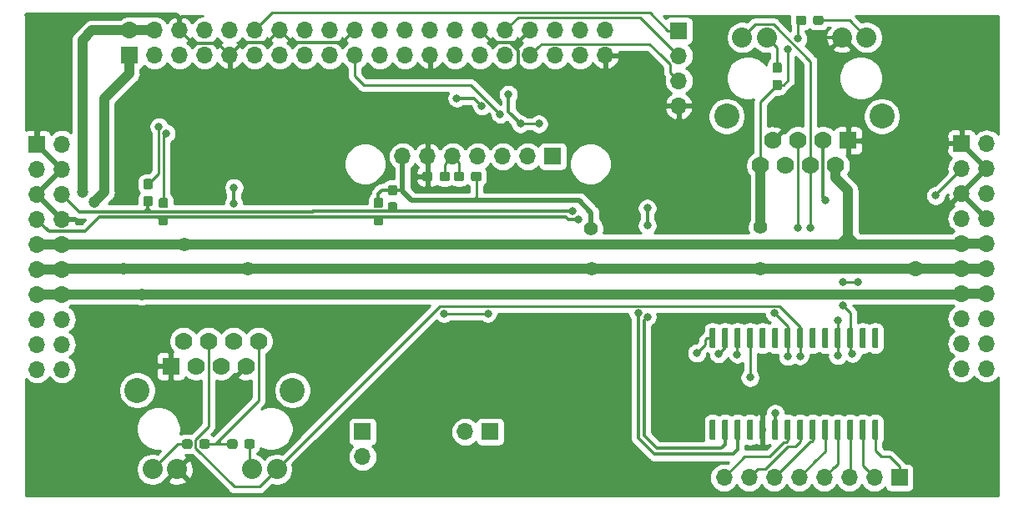
<source format=gbr>
G04 #@! TF.GenerationSoftware,KiCad,Pcbnew,5.1.4+dfsg1-1*
G04 #@! TF.CreationDate,2019-10-28T17:39:09+02:00*
G04 #@! TF.ProjectId,backplane,6261636b-706c-4616-9e65-2e6b69636164,rev?*
G04 #@! TF.SameCoordinates,Original*
G04 #@! TF.FileFunction,Copper,L2,Bot*
G04 #@! TF.FilePolarity,Positive*
%FSLAX46Y46*%
G04 Gerber Fmt 4.6, Leading zero omitted, Abs format (unit mm)*
G04 Created by KiCad (PCBNEW 5.1.4+dfsg1-1) date 2019-10-28 17:39:09*
%MOMM*%
%LPD*%
G04 APERTURE LIST*
%ADD10O,1.700000X1.700000*%
%ADD11R,1.700000X1.700000*%
%ADD12R,1.778000X1.778000*%
%ADD13C,1.778000*%
%ADD14C,2.032000*%
%ADD15C,2.540000*%
%ADD16C,0.100000*%
%ADD17C,0.950000*%
%ADD18C,0.600000*%
%ADD19C,1.200000*%
%ADD20C,0.800000*%
%ADD21C,1.400000*%
%ADD22C,1.600000*%
%ADD23C,0.250000*%
%ADD24C,0.500000*%
%ADD25C,0.350000*%
%ADD26C,1.000000*%
%ADD27C,0.254000*%
G04 APERTURE END LIST*
D10*
X121434000Y-84914000D03*
D11*
X134134000Y-84914000D03*
D10*
X118894000Y-84914000D03*
X123974000Y-84914000D03*
X126514000Y-84914000D03*
X129054000Y-84914000D03*
X131594000Y-84914000D03*
X125244000Y-112854000D03*
D11*
X127784000Y-112854000D03*
D10*
X114830000Y-115394000D03*
D11*
X114830000Y-112854000D03*
D12*
X164100000Y-83312000D03*
D13*
X162830000Y-85852000D03*
X161560000Y-83312000D03*
X160290000Y-85852000D03*
X159020000Y-83312000D03*
X157750000Y-85852000D03*
X156480000Y-83312000D03*
X155210000Y-85852000D03*
D14*
X165979600Y-72847200D03*
X163465000Y-72847200D03*
X153355800Y-72847200D03*
X155870400Y-72847200D03*
D15*
X167529000Y-80848200D03*
X151781000Y-80848200D03*
X107719000Y-108663800D03*
X91971000Y-108663800D03*
D14*
X103629600Y-116664800D03*
X106144200Y-116664800D03*
X96035000Y-116664800D03*
X93520400Y-116664800D03*
D13*
X104290000Y-103660000D03*
X103020000Y-106200000D03*
X101750000Y-103660000D03*
X100480000Y-106200000D03*
X99210000Y-103660000D03*
X97940000Y-106200000D03*
X96670000Y-103660000D03*
D12*
X95400000Y-106200000D03*
D11*
X91186000Y-74676000D03*
D10*
X91186000Y-72136000D03*
X93726000Y-74676000D03*
X93726000Y-72136000D03*
X96266000Y-74676000D03*
X96266000Y-72136000D03*
X98806000Y-74676000D03*
X98806000Y-72136000D03*
X101346000Y-74676000D03*
X101346000Y-72136000D03*
X103886000Y-74676000D03*
X103886000Y-72136000D03*
X106426000Y-74676000D03*
X106426000Y-72136000D03*
X108966000Y-74676000D03*
X108966000Y-72136000D03*
X111506000Y-74676000D03*
X111506000Y-72136000D03*
X114046000Y-74676000D03*
X114046000Y-72136000D03*
X116586000Y-74676000D03*
X116586000Y-72136000D03*
X119126000Y-74676000D03*
X119126000Y-72136000D03*
X121666000Y-74676000D03*
X121666000Y-72136000D03*
X124206000Y-74676000D03*
X124206000Y-72136000D03*
X126746000Y-74676000D03*
X126746000Y-72136000D03*
X129286000Y-74676000D03*
X129286000Y-72136000D03*
X131826000Y-74676000D03*
X131826000Y-72136000D03*
X134366000Y-74676000D03*
X134366000Y-72136000D03*
X136906000Y-74676000D03*
X136906000Y-72136000D03*
X139446000Y-74676000D03*
X139446000Y-72136000D03*
X84340000Y-106540000D03*
X81800000Y-106540000D03*
X84340000Y-104000000D03*
X81800000Y-104000000D03*
X84340000Y-101460000D03*
X81800000Y-101460000D03*
X84340000Y-98920000D03*
X81800000Y-98920000D03*
X84340000Y-96380000D03*
X81800000Y-96380000D03*
X84340000Y-93840000D03*
X81800000Y-93840000D03*
X84340000Y-91300000D03*
X81800000Y-91300000D03*
X84340000Y-88760000D03*
X81800000Y-88760000D03*
X84340000Y-86220000D03*
X81800000Y-86220000D03*
X84340000Y-83680000D03*
D11*
X81800000Y-83680000D03*
X175600000Y-83600000D03*
D10*
X178140000Y-83600000D03*
X175600000Y-86140000D03*
X178140000Y-86140000D03*
X175600000Y-88680000D03*
X178140000Y-88680000D03*
X175600000Y-91220000D03*
X178140000Y-91220000D03*
X175600000Y-93760000D03*
X178140000Y-93760000D03*
X175600000Y-96300000D03*
X178140000Y-96300000D03*
X175600000Y-98840000D03*
X178140000Y-98840000D03*
X175600000Y-101380000D03*
X178140000Y-101380000D03*
X175600000Y-103920000D03*
X178140000Y-103920000D03*
X175600000Y-106460000D03*
X178140000Y-106460000D03*
D11*
X169300000Y-117500000D03*
D10*
X166760000Y-117500000D03*
X164220000Y-117500000D03*
X161680000Y-117500000D03*
X159140000Y-117500000D03*
X156600000Y-117500000D03*
X154060000Y-117500000D03*
X151520000Y-117500000D03*
D16*
G36*
X157160779Y-77151144D02*
G01*
X157183834Y-77154563D01*
X157206443Y-77160227D01*
X157228387Y-77168079D01*
X157249457Y-77178044D01*
X157269448Y-77190026D01*
X157288168Y-77203910D01*
X157305438Y-77219562D01*
X157321090Y-77236832D01*
X157334974Y-77255552D01*
X157346956Y-77275543D01*
X157356921Y-77296613D01*
X157364773Y-77318557D01*
X157370437Y-77341166D01*
X157373856Y-77364221D01*
X157375000Y-77387500D01*
X157375000Y-77962500D01*
X157373856Y-77985779D01*
X157370437Y-78008834D01*
X157364773Y-78031443D01*
X157356921Y-78053387D01*
X157346956Y-78074457D01*
X157334974Y-78094448D01*
X157321090Y-78113168D01*
X157305438Y-78130438D01*
X157288168Y-78146090D01*
X157269448Y-78159974D01*
X157249457Y-78171956D01*
X157228387Y-78181921D01*
X157206443Y-78189773D01*
X157183834Y-78195437D01*
X157160779Y-78198856D01*
X157137500Y-78200000D01*
X156662500Y-78200000D01*
X156639221Y-78198856D01*
X156616166Y-78195437D01*
X156593557Y-78189773D01*
X156571613Y-78181921D01*
X156550543Y-78171956D01*
X156530552Y-78159974D01*
X156511832Y-78146090D01*
X156494562Y-78130438D01*
X156478910Y-78113168D01*
X156465026Y-78094448D01*
X156453044Y-78074457D01*
X156443079Y-78053387D01*
X156435227Y-78031443D01*
X156429563Y-78008834D01*
X156426144Y-77985779D01*
X156425000Y-77962500D01*
X156425000Y-77387500D01*
X156426144Y-77364221D01*
X156429563Y-77341166D01*
X156435227Y-77318557D01*
X156443079Y-77296613D01*
X156453044Y-77275543D01*
X156465026Y-77255552D01*
X156478910Y-77236832D01*
X156494562Y-77219562D01*
X156511832Y-77203910D01*
X156530552Y-77190026D01*
X156550543Y-77178044D01*
X156571613Y-77168079D01*
X156593557Y-77160227D01*
X156616166Y-77154563D01*
X156639221Y-77151144D01*
X156662500Y-77150000D01*
X157137500Y-77150000D01*
X157160779Y-77151144D01*
X157160779Y-77151144D01*
G37*
D17*
X156900000Y-77675000D03*
D16*
G36*
X157160779Y-75401144D02*
G01*
X157183834Y-75404563D01*
X157206443Y-75410227D01*
X157228387Y-75418079D01*
X157249457Y-75428044D01*
X157269448Y-75440026D01*
X157288168Y-75453910D01*
X157305438Y-75469562D01*
X157321090Y-75486832D01*
X157334974Y-75505552D01*
X157346956Y-75525543D01*
X157356921Y-75546613D01*
X157364773Y-75568557D01*
X157370437Y-75591166D01*
X157373856Y-75614221D01*
X157375000Y-75637500D01*
X157375000Y-76212500D01*
X157373856Y-76235779D01*
X157370437Y-76258834D01*
X157364773Y-76281443D01*
X157356921Y-76303387D01*
X157346956Y-76324457D01*
X157334974Y-76344448D01*
X157321090Y-76363168D01*
X157305438Y-76380438D01*
X157288168Y-76396090D01*
X157269448Y-76409974D01*
X157249457Y-76421956D01*
X157228387Y-76431921D01*
X157206443Y-76439773D01*
X157183834Y-76445437D01*
X157160779Y-76448856D01*
X157137500Y-76450000D01*
X156662500Y-76450000D01*
X156639221Y-76448856D01*
X156616166Y-76445437D01*
X156593557Y-76439773D01*
X156571613Y-76431921D01*
X156550543Y-76421956D01*
X156530552Y-76409974D01*
X156511832Y-76396090D01*
X156494562Y-76380438D01*
X156478910Y-76363168D01*
X156465026Y-76344448D01*
X156453044Y-76324457D01*
X156443079Y-76303387D01*
X156435227Y-76281443D01*
X156429563Y-76258834D01*
X156426144Y-76235779D01*
X156425000Y-76212500D01*
X156425000Y-75637500D01*
X156426144Y-75614221D01*
X156429563Y-75591166D01*
X156435227Y-75568557D01*
X156443079Y-75546613D01*
X156453044Y-75525543D01*
X156465026Y-75505552D01*
X156478910Y-75486832D01*
X156494562Y-75469562D01*
X156511832Y-75453910D01*
X156530552Y-75440026D01*
X156550543Y-75428044D01*
X156571613Y-75418079D01*
X156593557Y-75410227D01*
X156616166Y-75404563D01*
X156639221Y-75401144D01*
X156662500Y-75400000D01*
X157137500Y-75400000D01*
X157160779Y-75401144D01*
X157160779Y-75401144D01*
G37*
D17*
X156900000Y-75925000D03*
D16*
G36*
X159635779Y-70626144D02*
G01*
X159658834Y-70629563D01*
X159681443Y-70635227D01*
X159703387Y-70643079D01*
X159724457Y-70653044D01*
X159744448Y-70665026D01*
X159763168Y-70678910D01*
X159780438Y-70694562D01*
X159796090Y-70711832D01*
X159809974Y-70730552D01*
X159821956Y-70750543D01*
X159831921Y-70771613D01*
X159839773Y-70793557D01*
X159845437Y-70816166D01*
X159848856Y-70839221D01*
X159850000Y-70862500D01*
X159850000Y-71337500D01*
X159848856Y-71360779D01*
X159845437Y-71383834D01*
X159839773Y-71406443D01*
X159831921Y-71428387D01*
X159821956Y-71449457D01*
X159809974Y-71469448D01*
X159796090Y-71488168D01*
X159780438Y-71505438D01*
X159763168Y-71521090D01*
X159744448Y-71534974D01*
X159724457Y-71546956D01*
X159703387Y-71556921D01*
X159681443Y-71564773D01*
X159658834Y-71570437D01*
X159635779Y-71573856D01*
X159612500Y-71575000D01*
X159037500Y-71575000D01*
X159014221Y-71573856D01*
X158991166Y-71570437D01*
X158968557Y-71564773D01*
X158946613Y-71556921D01*
X158925543Y-71546956D01*
X158905552Y-71534974D01*
X158886832Y-71521090D01*
X158869562Y-71505438D01*
X158853910Y-71488168D01*
X158840026Y-71469448D01*
X158828044Y-71449457D01*
X158818079Y-71428387D01*
X158810227Y-71406443D01*
X158804563Y-71383834D01*
X158801144Y-71360779D01*
X158800000Y-71337500D01*
X158800000Y-70862500D01*
X158801144Y-70839221D01*
X158804563Y-70816166D01*
X158810227Y-70793557D01*
X158818079Y-70771613D01*
X158828044Y-70750543D01*
X158840026Y-70730552D01*
X158853910Y-70711832D01*
X158869562Y-70694562D01*
X158886832Y-70678910D01*
X158905552Y-70665026D01*
X158925543Y-70653044D01*
X158946613Y-70643079D01*
X158968557Y-70635227D01*
X158991166Y-70629563D01*
X159014221Y-70626144D01*
X159037500Y-70625000D01*
X159612500Y-70625000D01*
X159635779Y-70626144D01*
X159635779Y-70626144D01*
G37*
D17*
X159325000Y-71100000D03*
D16*
G36*
X161385779Y-70626144D02*
G01*
X161408834Y-70629563D01*
X161431443Y-70635227D01*
X161453387Y-70643079D01*
X161474457Y-70653044D01*
X161494448Y-70665026D01*
X161513168Y-70678910D01*
X161530438Y-70694562D01*
X161546090Y-70711832D01*
X161559974Y-70730552D01*
X161571956Y-70750543D01*
X161581921Y-70771613D01*
X161589773Y-70793557D01*
X161595437Y-70816166D01*
X161598856Y-70839221D01*
X161600000Y-70862500D01*
X161600000Y-71337500D01*
X161598856Y-71360779D01*
X161595437Y-71383834D01*
X161589773Y-71406443D01*
X161581921Y-71428387D01*
X161571956Y-71449457D01*
X161559974Y-71469448D01*
X161546090Y-71488168D01*
X161530438Y-71505438D01*
X161513168Y-71521090D01*
X161494448Y-71534974D01*
X161474457Y-71546956D01*
X161453387Y-71556921D01*
X161431443Y-71564773D01*
X161408834Y-71570437D01*
X161385779Y-71573856D01*
X161362500Y-71575000D01*
X160787500Y-71575000D01*
X160764221Y-71573856D01*
X160741166Y-71570437D01*
X160718557Y-71564773D01*
X160696613Y-71556921D01*
X160675543Y-71546956D01*
X160655552Y-71534974D01*
X160636832Y-71521090D01*
X160619562Y-71505438D01*
X160603910Y-71488168D01*
X160590026Y-71469448D01*
X160578044Y-71449457D01*
X160568079Y-71428387D01*
X160560227Y-71406443D01*
X160554563Y-71383834D01*
X160551144Y-71360779D01*
X160550000Y-71337500D01*
X160550000Y-70862500D01*
X160551144Y-70839221D01*
X160554563Y-70816166D01*
X160560227Y-70793557D01*
X160568079Y-70771613D01*
X160578044Y-70750543D01*
X160590026Y-70730552D01*
X160603910Y-70711832D01*
X160619562Y-70694562D01*
X160636832Y-70678910D01*
X160655552Y-70665026D01*
X160675543Y-70653044D01*
X160696613Y-70643079D01*
X160718557Y-70635227D01*
X160741166Y-70629563D01*
X160764221Y-70626144D01*
X160787500Y-70625000D01*
X161362500Y-70625000D01*
X161385779Y-70626144D01*
X161385779Y-70626144D01*
G37*
D17*
X161075000Y-71100000D03*
D16*
G36*
X118140779Y-87826144D02*
G01*
X118163834Y-87829563D01*
X118186443Y-87835227D01*
X118208387Y-87843079D01*
X118229457Y-87853044D01*
X118249448Y-87865026D01*
X118268168Y-87878910D01*
X118285438Y-87894562D01*
X118301090Y-87911832D01*
X118314974Y-87930552D01*
X118326956Y-87950543D01*
X118336921Y-87971613D01*
X118344773Y-87993557D01*
X118350437Y-88016166D01*
X118353856Y-88039221D01*
X118355000Y-88062500D01*
X118355000Y-88637500D01*
X118353856Y-88660779D01*
X118350437Y-88683834D01*
X118344773Y-88706443D01*
X118336921Y-88728387D01*
X118326956Y-88749457D01*
X118314974Y-88769448D01*
X118301090Y-88788168D01*
X118285438Y-88805438D01*
X118268168Y-88821090D01*
X118249448Y-88834974D01*
X118229457Y-88846956D01*
X118208387Y-88856921D01*
X118186443Y-88864773D01*
X118163834Y-88870437D01*
X118140779Y-88873856D01*
X118117500Y-88875000D01*
X117642500Y-88875000D01*
X117619221Y-88873856D01*
X117596166Y-88870437D01*
X117573557Y-88864773D01*
X117551613Y-88856921D01*
X117530543Y-88846956D01*
X117510552Y-88834974D01*
X117491832Y-88821090D01*
X117474562Y-88805438D01*
X117458910Y-88788168D01*
X117445026Y-88769448D01*
X117433044Y-88749457D01*
X117423079Y-88728387D01*
X117415227Y-88706443D01*
X117409563Y-88683834D01*
X117406144Y-88660779D01*
X117405000Y-88637500D01*
X117405000Y-88062500D01*
X117406144Y-88039221D01*
X117409563Y-88016166D01*
X117415227Y-87993557D01*
X117423079Y-87971613D01*
X117433044Y-87950543D01*
X117445026Y-87930552D01*
X117458910Y-87911832D01*
X117474562Y-87894562D01*
X117491832Y-87878910D01*
X117510552Y-87865026D01*
X117530543Y-87853044D01*
X117551613Y-87843079D01*
X117573557Y-87835227D01*
X117596166Y-87829563D01*
X117619221Y-87826144D01*
X117642500Y-87825000D01*
X118117500Y-87825000D01*
X118140779Y-87826144D01*
X118140779Y-87826144D01*
G37*
D17*
X117880000Y-88350000D03*
D16*
G36*
X118140779Y-89576144D02*
G01*
X118163834Y-89579563D01*
X118186443Y-89585227D01*
X118208387Y-89593079D01*
X118229457Y-89603044D01*
X118249448Y-89615026D01*
X118268168Y-89628910D01*
X118285438Y-89644562D01*
X118301090Y-89661832D01*
X118314974Y-89680552D01*
X118326956Y-89700543D01*
X118336921Y-89721613D01*
X118344773Y-89743557D01*
X118350437Y-89766166D01*
X118353856Y-89789221D01*
X118355000Y-89812500D01*
X118355000Y-90387500D01*
X118353856Y-90410779D01*
X118350437Y-90433834D01*
X118344773Y-90456443D01*
X118336921Y-90478387D01*
X118326956Y-90499457D01*
X118314974Y-90519448D01*
X118301090Y-90538168D01*
X118285438Y-90555438D01*
X118268168Y-90571090D01*
X118249448Y-90584974D01*
X118229457Y-90596956D01*
X118208387Y-90606921D01*
X118186443Y-90614773D01*
X118163834Y-90620437D01*
X118140779Y-90623856D01*
X118117500Y-90625000D01*
X117642500Y-90625000D01*
X117619221Y-90623856D01*
X117596166Y-90620437D01*
X117573557Y-90614773D01*
X117551613Y-90606921D01*
X117530543Y-90596956D01*
X117510552Y-90584974D01*
X117491832Y-90571090D01*
X117474562Y-90555438D01*
X117458910Y-90538168D01*
X117445026Y-90519448D01*
X117433044Y-90499457D01*
X117423079Y-90478387D01*
X117415227Y-90456443D01*
X117409563Y-90433834D01*
X117406144Y-90410779D01*
X117405000Y-90387500D01*
X117405000Y-89812500D01*
X117406144Y-89789221D01*
X117409563Y-89766166D01*
X117415227Y-89743557D01*
X117423079Y-89721613D01*
X117433044Y-89700543D01*
X117445026Y-89680552D01*
X117458910Y-89661832D01*
X117474562Y-89644562D01*
X117491832Y-89628910D01*
X117510552Y-89615026D01*
X117530543Y-89603044D01*
X117551613Y-89593079D01*
X117573557Y-89585227D01*
X117596166Y-89579563D01*
X117619221Y-89576144D01*
X117642500Y-89575000D01*
X118117500Y-89575000D01*
X118140779Y-89576144D01*
X118140779Y-89576144D01*
G37*
D17*
X117880000Y-90100000D03*
D16*
G36*
X116700779Y-90866144D02*
G01*
X116723834Y-90869563D01*
X116746443Y-90875227D01*
X116768387Y-90883079D01*
X116789457Y-90893044D01*
X116809448Y-90905026D01*
X116828168Y-90918910D01*
X116845438Y-90934562D01*
X116861090Y-90951832D01*
X116874974Y-90970552D01*
X116886956Y-90990543D01*
X116896921Y-91011613D01*
X116904773Y-91033557D01*
X116910437Y-91056166D01*
X116913856Y-91079221D01*
X116915000Y-91102500D01*
X116915000Y-91677500D01*
X116913856Y-91700779D01*
X116910437Y-91723834D01*
X116904773Y-91746443D01*
X116896921Y-91768387D01*
X116886956Y-91789457D01*
X116874974Y-91809448D01*
X116861090Y-91828168D01*
X116845438Y-91845438D01*
X116828168Y-91861090D01*
X116809448Y-91874974D01*
X116789457Y-91886956D01*
X116768387Y-91896921D01*
X116746443Y-91904773D01*
X116723834Y-91910437D01*
X116700779Y-91913856D01*
X116677500Y-91915000D01*
X116202500Y-91915000D01*
X116179221Y-91913856D01*
X116156166Y-91910437D01*
X116133557Y-91904773D01*
X116111613Y-91896921D01*
X116090543Y-91886956D01*
X116070552Y-91874974D01*
X116051832Y-91861090D01*
X116034562Y-91845438D01*
X116018910Y-91828168D01*
X116005026Y-91809448D01*
X115993044Y-91789457D01*
X115983079Y-91768387D01*
X115975227Y-91746443D01*
X115969563Y-91723834D01*
X115966144Y-91700779D01*
X115965000Y-91677500D01*
X115965000Y-91102500D01*
X115966144Y-91079221D01*
X115969563Y-91056166D01*
X115975227Y-91033557D01*
X115983079Y-91011613D01*
X115993044Y-90990543D01*
X116005026Y-90970552D01*
X116018910Y-90951832D01*
X116034562Y-90934562D01*
X116051832Y-90918910D01*
X116070552Y-90905026D01*
X116090543Y-90893044D01*
X116111613Y-90883079D01*
X116133557Y-90875227D01*
X116156166Y-90869563D01*
X116179221Y-90866144D01*
X116202500Y-90865000D01*
X116677500Y-90865000D01*
X116700779Y-90866144D01*
X116700779Y-90866144D01*
G37*
D17*
X116440000Y-91390000D03*
D16*
G36*
X116700779Y-89116144D02*
G01*
X116723834Y-89119563D01*
X116746443Y-89125227D01*
X116768387Y-89133079D01*
X116789457Y-89143044D01*
X116809448Y-89155026D01*
X116828168Y-89168910D01*
X116845438Y-89184562D01*
X116861090Y-89201832D01*
X116874974Y-89220552D01*
X116886956Y-89240543D01*
X116896921Y-89261613D01*
X116904773Y-89283557D01*
X116910437Y-89306166D01*
X116913856Y-89329221D01*
X116915000Y-89352500D01*
X116915000Y-89927500D01*
X116913856Y-89950779D01*
X116910437Y-89973834D01*
X116904773Y-89996443D01*
X116896921Y-90018387D01*
X116886956Y-90039457D01*
X116874974Y-90059448D01*
X116861090Y-90078168D01*
X116845438Y-90095438D01*
X116828168Y-90111090D01*
X116809448Y-90124974D01*
X116789457Y-90136956D01*
X116768387Y-90146921D01*
X116746443Y-90154773D01*
X116723834Y-90160437D01*
X116700779Y-90163856D01*
X116677500Y-90165000D01*
X116202500Y-90165000D01*
X116179221Y-90163856D01*
X116156166Y-90160437D01*
X116133557Y-90154773D01*
X116111613Y-90146921D01*
X116090543Y-90136956D01*
X116070552Y-90124974D01*
X116051832Y-90111090D01*
X116034562Y-90095438D01*
X116018910Y-90078168D01*
X116005026Y-90059448D01*
X115993044Y-90039457D01*
X115983079Y-90018387D01*
X115975227Y-89996443D01*
X115969563Y-89973834D01*
X115966144Y-89950779D01*
X115965000Y-89927500D01*
X115965000Y-89352500D01*
X115966144Y-89329221D01*
X115969563Y-89306166D01*
X115975227Y-89283557D01*
X115983079Y-89261613D01*
X115993044Y-89240543D01*
X116005026Y-89220552D01*
X116018910Y-89201832D01*
X116034562Y-89184562D01*
X116051832Y-89168910D01*
X116070552Y-89155026D01*
X116090543Y-89143044D01*
X116111613Y-89133079D01*
X116133557Y-89125227D01*
X116156166Y-89119563D01*
X116179221Y-89116144D01*
X116202500Y-89115000D01*
X116677500Y-89115000D01*
X116700779Y-89116144D01*
X116700779Y-89116144D01*
G37*
D17*
X116440000Y-89640000D03*
D16*
G36*
X103685779Y-113626144D02*
G01*
X103708834Y-113629563D01*
X103731443Y-113635227D01*
X103753387Y-113643079D01*
X103774457Y-113653044D01*
X103794448Y-113665026D01*
X103813168Y-113678910D01*
X103830438Y-113694562D01*
X103846090Y-113711832D01*
X103859974Y-113730552D01*
X103871956Y-113750543D01*
X103881921Y-113771613D01*
X103889773Y-113793557D01*
X103895437Y-113816166D01*
X103898856Y-113839221D01*
X103900000Y-113862500D01*
X103900000Y-114337500D01*
X103898856Y-114360779D01*
X103895437Y-114383834D01*
X103889773Y-114406443D01*
X103881921Y-114428387D01*
X103871956Y-114449457D01*
X103859974Y-114469448D01*
X103846090Y-114488168D01*
X103830438Y-114505438D01*
X103813168Y-114521090D01*
X103794448Y-114534974D01*
X103774457Y-114546956D01*
X103753387Y-114556921D01*
X103731443Y-114564773D01*
X103708834Y-114570437D01*
X103685779Y-114573856D01*
X103662500Y-114575000D01*
X103087500Y-114575000D01*
X103064221Y-114573856D01*
X103041166Y-114570437D01*
X103018557Y-114564773D01*
X102996613Y-114556921D01*
X102975543Y-114546956D01*
X102955552Y-114534974D01*
X102936832Y-114521090D01*
X102919562Y-114505438D01*
X102903910Y-114488168D01*
X102890026Y-114469448D01*
X102878044Y-114449457D01*
X102868079Y-114428387D01*
X102860227Y-114406443D01*
X102854563Y-114383834D01*
X102851144Y-114360779D01*
X102850000Y-114337500D01*
X102850000Y-113862500D01*
X102851144Y-113839221D01*
X102854563Y-113816166D01*
X102860227Y-113793557D01*
X102868079Y-113771613D01*
X102878044Y-113750543D01*
X102890026Y-113730552D01*
X102903910Y-113711832D01*
X102919562Y-113694562D01*
X102936832Y-113678910D01*
X102955552Y-113665026D01*
X102975543Y-113653044D01*
X102996613Y-113643079D01*
X103018557Y-113635227D01*
X103041166Y-113629563D01*
X103064221Y-113626144D01*
X103087500Y-113625000D01*
X103662500Y-113625000D01*
X103685779Y-113626144D01*
X103685779Y-113626144D01*
G37*
D17*
X103375000Y-114100000D03*
D16*
G36*
X101935779Y-113626144D02*
G01*
X101958834Y-113629563D01*
X101981443Y-113635227D01*
X102003387Y-113643079D01*
X102024457Y-113653044D01*
X102044448Y-113665026D01*
X102063168Y-113678910D01*
X102080438Y-113694562D01*
X102096090Y-113711832D01*
X102109974Y-113730552D01*
X102121956Y-113750543D01*
X102131921Y-113771613D01*
X102139773Y-113793557D01*
X102145437Y-113816166D01*
X102148856Y-113839221D01*
X102150000Y-113862500D01*
X102150000Y-114337500D01*
X102148856Y-114360779D01*
X102145437Y-114383834D01*
X102139773Y-114406443D01*
X102131921Y-114428387D01*
X102121956Y-114449457D01*
X102109974Y-114469448D01*
X102096090Y-114488168D01*
X102080438Y-114505438D01*
X102063168Y-114521090D01*
X102044448Y-114534974D01*
X102024457Y-114546956D01*
X102003387Y-114556921D01*
X101981443Y-114564773D01*
X101958834Y-114570437D01*
X101935779Y-114573856D01*
X101912500Y-114575000D01*
X101337500Y-114575000D01*
X101314221Y-114573856D01*
X101291166Y-114570437D01*
X101268557Y-114564773D01*
X101246613Y-114556921D01*
X101225543Y-114546956D01*
X101205552Y-114534974D01*
X101186832Y-114521090D01*
X101169562Y-114505438D01*
X101153910Y-114488168D01*
X101140026Y-114469448D01*
X101128044Y-114449457D01*
X101118079Y-114428387D01*
X101110227Y-114406443D01*
X101104563Y-114383834D01*
X101101144Y-114360779D01*
X101100000Y-114337500D01*
X101100000Y-113862500D01*
X101101144Y-113839221D01*
X101104563Y-113816166D01*
X101110227Y-113793557D01*
X101118079Y-113771613D01*
X101128044Y-113750543D01*
X101140026Y-113730552D01*
X101153910Y-113711832D01*
X101169562Y-113694562D01*
X101186832Y-113678910D01*
X101205552Y-113665026D01*
X101225543Y-113653044D01*
X101246613Y-113643079D01*
X101268557Y-113635227D01*
X101291166Y-113629563D01*
X101314221Y-113626144D01*
X101337500Y-113625000D01*
X101912500Y-113625000D01*
X101935779Y-113626144D01*
X101935779Y-113626144D01*
G37*
D17*
X101625000Y-114100000D03*
D16*
G36*
X99110779Y-113626144D02*
G01*
X99133834Y-113629563D01*
X99156443Y-113635227D01*
X99178387Y-113643079D01*
X99199457Y-113653044D01*
X99219448Y-113665026D01*
X99238168Y-113678910D01*
X99255438Y-113694562D01*
X99271090Y-113711832D01*
X99284974Y-113730552D01*
X99296956Y-113750543D01*
X99306921Y-113771613D01*
X99314773Y-113793557D01*
X99320437Y-113816166D01*
X99323856Y-113839221D01*
X99325000Y-113862500D01*
X99325000Y-114337500D01*
X99323856Y-114360779D01*
X99320437Y-114383834D01*
X99314773Y-114406443D01*
X99306921Y-114428387D01*
X99296956Y-114449457D01*
X99284974Y-114469448D01*
X99271090Y-114488168D01*
X99255438Y-114505438D01*
X99238168Y-114521090D01*
X99219448Y-114534974D01*
X99199457Y-114546956D01*
X99178387Y-114556921D01*
X99156443Y-114564773D01*
X99133834Y-114570437D01*
X99110779Y-114573856D01*
X99087500Y-114575000D01*
X98512500Y-114575000D01*
X98489221Y-114573856D01*
X98466166Y-114570437D01*
X98443557Y-114564773D01*
X98421613Y-114556921D01*
X98400543Y-114546956D01*
X98380552Y-114534974D01*
X98361832Y-114521090D01*
X98344562Y-114505438D01*
X98328910Y-114488168D01*
X98315026Y-114469448D01*
X98303044Y-114449457D01*
X98293079Y-114428387D01*
X98285227Y-114406443D01*
X98279563Y-114383834D01*
X98276144Y-114360779D01*
X98275000Y-114337500D01*
X98275000Y-113862500D01*
X98276144Y-113839221D01*
X98279563Y-113816166D01*
X98285227Y-113793557D01*
X98293079Y-113771613D01*
X98303044Y-113750543D01*
X98315026Y-113730552D01*
X98328910Y-113711832D01*
X98344562Y-113694562D01*
X98361832Y-113678910D01*
X98380552Y-113665026D01*
X98400543Y-113653044D01*
X98421613Y-113643079D01*
X98443557Y-113635227D01*
X98466166Y-113629563D01*
X98489221Y-113626144D01*
X98512500Y-113625000D01*
X99087500Y-113625000D01*
X99110779Y-113626144D01*
X99110779Y-113626144D01*
G37*
D17*
X98800000Y-114100000D03*
D16*
G36*
X97360779Y-113626144D02*
G01*
X97383834Y-113629563D01*
X97406443Y-113635227D01*
X97428387Y-113643079D01*
X97449457Y-113653044D01*
X97469448Y-113665026D01*
X97488168Y-113678910D01*
X97505438Y-113694562D01*
X97521090Y-113711832D01*
X97534974Y-113730552D01*
X97546956Y-113750543D01*
X97556921Y-113771613D01*
X97564773Y-113793557D01*
X97570437Y-113816166D01*
X97573856Y-113839221D01*
X97575000Y-113862500D01*
X97575000Y-114337500D01*
X97573856Y-114360779D01*
X97570437Y-114383834D01*
X97564773Y-114406443D01*
X97556921Y-114428387D01*
X97546956Y-114449457D01*
X97534974Y-114469448D01*
X97521090Y-114488168D01*
X97505438Y-114505438D01*
X97488168Y-114521090D01*
X97469448Y-114534974D01*
X97449457Y-114546956D01*
X97428387Y-114556921D01*
X97406443Y-114564773D01*
X97383834Y-114570437D01*
X97360779Y-114573856D01*
X97337500Y-114575000D01*
X96762500Y-114575000D01*
X96739221Y-114573856D01*
X96716166Y-114570437D01*
X96693557Y-114564773D01*
X96671613Y-114556921D01*
X96650543Y-114546956D01*
X96630552Y-114534974D01*
X96611832Y-114521090D01*
X96594562Y-114505438D01*
X96578910Y-114488168D01*
X96565026Y-114469448D01*
X96553044Y-114449457D01*
X96543079Y-114428387D01*
X96535227Y-114406443D01*
X96529563Y-114383834D01*
X96526144Y-114360779D01*
X96525000Y-114337500D01*
X96525000Y-113862500D01*
X96526144Y-113839221D01*
X96529563Y-113816166D01*
X96535227Y-113793557D01*
X96543079Y-113771613D01*
X96553044Y-113750543D01*
X96565026Y-113730552D01*
X96578910Y-113711832D01*
X96594562Y-113694562D01*
X96611832Y-113678910D01*
X96630552Y-113665026D01*
X96650543Y-113653044D01*
X96671613Y-113643079D01*
X96693557Y-113635227D01*
X96716166Y-113629563D01*
X96739221Y-113626144D01*
X96762500Y-113625000D01*
X97337500Y-113625000D01*
X97360779Y-113626144D01*
X97360779Y-113626144D01*
G37*
D17*
X97050000Y-114100000D03*
D16*
G36*
X94885779Y-90876144D02*
G01*
X94908834Y-90879563D01*
X94931443Y-90885227D01*
X94953387Y-90893079D01*
X94974457Y-90903044D01*
X94994448Y-90915026D01*
X95013168Y-90928910D01*
X95030438Y-90944562D01*
X95046090Y-90961832D01*
X95059974Y-90980552D01*
X95071956Y-91000543D01*
X95081921Y-91021613D01*
X95089773Y-91043557D01*
X95095437Y-91066166D01*
X95098856Y-91089221D01*
X95100000Y-91112500D01*
X95100000Y-91687500D01*
X95098856Y-91710779D01*
X95095437Y-91733834D01*
X95089773Y-91756443D01*
X95081921Y-91778387D01*
X95071956Y-91799457D01*
X95059974Y-91819448D01*
X95046090Y-91838168D01*
X95030438Y-91855438D01*
X95013168Y-91871090D01*
X94994448Y-91884974D01*
X94974457Y-91896956D01*
X94953387Y-91906921D01*
X94931443Y-91914773D01*
X94908834Y-91920437D01*
X94885779Y-91923856D01*
X94862500Y-91925000D01*
X94387500Y-91925000D01*
X94364221Y-91923856D01*
X94341166Y-91920437D01*
X94318557Y-91914773D01*
X94296613Y-91906921D01*
X94275543Y-91896956D01*
X94255552Y-91884974D01*
X94236832Y-91871090D01*
X94219562Y-91855438D01*
X94203910Y-91838168D01*
X94190026Y-91819448D01*
X94178044Y-91799457D01*
X94168079Y-91778387D01*
X94160227Y-91756443D01*
X94154563Y-91733834D01*
X94151144Y-91710779D01*
X94150000Y-91687500D01*
X94150000Y-91112500D01*
X94151144Y-91089221D01*
X94154563Y-91066166D01*
X94160227Y-91043557D01*
X94168079Y-91021613D01*
X94178044Y-91000543D01*
X94190026Y-90980552D01*
X94203910Y-90961832D01*
X94219562Y-90944562D01*
X94236832Y-90928910D01*
X94255552Y-90915026D01*
X94275543Y-90903044D01*
X94296613Y-90893079D01*
X94318557Y-90885227D01*
X94341166Y-90879563D01*
X94364221Y-90876144D01*
X94387500Y-90875000D01*
X94862500Y-90875000D01*
X94885779Y-90876144D01*
X94885779Y-90876144D01*
G37*
D17*
X94625000Y-91400000D03*
D16*
G36*
X94885779Y-89126144D02*
G01*
X94908834Y-89129563D01*
X94931443Y-89135227D01*
X94953387Y-89143079D01*
X94974457Y-89153044D01*
X94994448Y-89165026D01*
X95013168Y-89178910D01*
X95030438Y-89194562D01*
X95046090Y-89211832D01*
X95059974Y-89230552D01*
X95071956Y-89250543D01*
X95081921Y-89271613D01*
X95089773Y-89293557D01*
X95095437Y-89316166D01*
X95098856Y-89339221D01*
X95100000Y-89362500D01*
X95100000Y-89937500D01*
X95098856Y-89960779D01*
X95095437Y-89983834D01*
X95089773Y-90006443D01*
X95081921Y-90028387D01*
X95071956Y-90049457D01*
X95059974Y-90069448D01*
X95046090Y-90088168D01*
X95030438Y-90105438D01*
X95013168Y-90121090D01*
X94994448Y-90134974D01*
X94974457Y-90146956D01*
X94953387Y-90156921D01*
X94931443Y-90164773D01*
X94908834Y-90170437D01*
X94885779Y-90173856D01*
X94862500Y-90175000D01*
X94387500Y-90175000D01*
X94364221Y-90173856D01*
X94341166Y-90170437D01*
X94318557Y-90164773D01*
X94296613Y-90156921D01*
X94275543Y-90146956D01*
X94255552Y-90134974D01*
X94236832Y-90121090D01*
X94219562Y-90105438D01*
X94203910Y-90088168D01*
X94190026Y-90069448D01*
X94178044Y-90049457D01*
X94168079Y-90028387D01*
X94160227Y-90006443D01*
X94154563Y-89983834D01*
X94151144Y-89960779D01*
X94150000Y-89937500D01*
X94150000Y-89362500D01*
X94151144Y-89339221D01*
X94154563Y-89316166D01*
X94160227Y-89293557D01*
X94168079Y-89271613D01*
X94178044Y-89250543D01*
X94190026Y-89230552D01*
X94203910Y-89211832D01*
X94219562Y-89194562D01*
X94236832Y-89178910D01*
X94255552Y-89165026D01*
X94275543Y-89153044D01*
X94296613Y-89143079D01*
X94318557Y-89135227D01*
X94341166Y-89129563D01*
X94364221Y-89126144D01*
X94387500Y-89125000D01*
X94862500Y-89125000D01*
X94885779Y-89126144D01*
X94885779Y-89126144D01*
G37*
D17*
X94625000Y-89650000D03*
D16*
G36*
X93335779Y-88951144D02*
G01*
X93358834Y-88954563D01*
X93381443Y-88960227D01*
X93403387Y-88968079D01*
X93424457Y-88978044D01*
X93444448Y-88990026D01*
X93463168Y-89003910D01*
X93480438Y-89019562D01*
X93496090Y-89036832D01*
X93509974Y-89055552D01*
X93521956Y-89075543D01*
X93531921Y-89096613D01*
X93539773Y-89118557D01*
X93545437Y-89141166D01*
X93548856Y-89164221D01*
X93550000Y-89187500D01*
X93550000Y-89762500D01*
X93548856Y-89785779D01*
X93545437Y-89808834D01*
X93539773Y-89831443D01*
X93531921Y-89853387D01*
X93521956Y-89874457D01*
X93509974Y-89894448D01*
X93496090Y-89913168D01*
X93480438Y-89930438D01*
X93463168Y-89946090D01*
X93444448Y-89959974D01*
X93424457Y-89971956D01*
X93403387Y-89981921D01*
X93381443Y-89989773D01*
X93358834Y-89995437D01*
X93335779Y-89998856D01*
X93312500Y-90000000D01*
X92837500Y-90000000D01*
X92814221Y-89998856D01*
X92791166Y-89995437D01*
X92768557Y-89989773D01*
X92746613Y-89981921D01*
X92725543Y-89971956D01*
X92705552Y-89959974D01*
X92686832Y-89946090D01*
X92669562Y-89930438D01*
X92653910Y-89913168D01*
X92640026Y-89894448D01*
X92628044Y-89874457D01*
X92618079Y-89853387D01*
X92610227Y-89831443D01*
X92604563Y-89808834D01*
X92601144Y-89785779D01*
X92600000Y-89762500D01*
X92600000Y-89187500D01*
X92601144Y-89164221D01*
X92604563Y-89141166D01*
X92610227Y-89118557D01*
X92618079Y-89096613D01*
X92628044Y-89075543D01*
X92640026Y-89055552D01*
X92653910Y-89036832D01*
X92669562Y-89019562D01*
X92686832Y-89003910D01*
X92705552Y-88990026D01*
X92725543Y-88978044D01*
X92746613Y-88968079D01*
X92768557Y-88960227D01*
X92791166Y-88954563D01*
X92814221Y-88951144D01*
X92837500Y-88950000D01*
X93312500Y-88950000D01*
X93335779Y-88951144D01*
X93335779Y-88951144D01*
G37*
D17*
X93075000Y-89475000D03*
D16*
G36*
X93335779Y-87201144D02*
G01*
X93358834Y-87204563D01*
X93381443Y-87210227D01*
X93403387Y-87218079D01*
X93424457Y-87228044D01*
X93444448Y-87240026D01*
X93463168Y-87253910D01*
X93480438Y-87269562D01*
X93496090Y-87286832D01*
X93509974Y-87305552D01*
X93521956Y-87325543D01*
X93531921Y-87346613D01*
X93539773Y-87368557D01*
X93545437Y-87391166D01*
X93548856Y-87414221D01*
X93550000Y-87437500D01*
X93550000Y-88012500D01*
X93548856Y-88035779D01*
X93545437Y-88058834D01*
X93539773Y-88081443D01*
X93531921Y-88103387D01*
X93521956Y-88124457D01*
X93509974Y-88144448D01*
X93496090Y-88163168D01*
X93480438Y-88180438D01*
X93463168Y-88196090D01*
X93444448Y-88209974D01*
X93424457Y-88221956D01*
X93403387Y-88231921D01*
X93381443Y-88239773D01*
X93358834Y-88245437D01*
X93335779Y-88248856D01*
X93312500Y-88250000D01*
X92837500Y-88250000D01*
X92814221Y-88248856D01*
X92791166Y-88245437D01*
X92768557Y-88239773D01*
X92746613Y-88231921D01*
X92725543Y-88221956D01*
X92705552Y-88209974D01*
X92686832Y-88196090D01*
X92669562Y-88180438D01*
X92653910Y-88163168D01*
X92640026Y-88144448D01*
X92628044Y-88124457D01*
X92618079Y-88103387D01*
X92610227Y-88081443D01*
X92604563Y-88058834D01*
X92601144Y-88035779D01*
X92600000Y-88012500D01*
X92600000Y-87437500D01*
X92601144Y-87414221D01*
X92604563Y-87391166D01*
X92610227Y-87368557D01*
X92618079Y-87346613D01*
X92628044Y-87325543D01*
X92640026Y-87305552D01*
X92653910Y-87286832D01*
X92669562Y-87269562D01*
X92686832Y-87253910D01*
X92705552Y-87240026D01*
X92725543Y-87228044D01*
X92746613Y-87218079D01*
X92768557Y-87210227D01*
X92791166Y-87204563D01*
X92814221Y-87201144D01*
X92837500Y-87200000D01*
X93312500Y-87200000D01*
X93335779Y-87201144D01*
X93335779Y-87201144D01*
G37*
D17*
X93075000Y-87725000D03*
D16*
G36*
X121735779Y-86476144D02*
G01*
X121758834Y-86479563D01*
X121781443Y-86485227D01*
X121803387Y-86493079D01*
X121824457Y-86503044D01*
X121844448Y-86515026D01*
X121863168Y-86528910D01*
X121880438Y-86544562D01*
X121896090Y-86561832D01*
X121909974Y-86580552D01*
X121921956Y-86600543D01*
X121931921Y-86621613D01*
X121939773Y-86643557D01*
X121945437Y-86666166D01*
X121948856Y-86689221D01*
X121950000Y-86712500D01*
X121950000Y-87187500D01*
X121948856Y-87210779D01*
X121945437Y-87233834D01*
X121939773Y-87256443D01*
X121931921Y-87278387D01*
X121921956Y-87299457D01*
X121909974Y-87319448D01*
X121896090Y-87338168D01*
X121880438Y-87355438D01*
X121863168Y-87371090D01*
X121844448Y-87384974D01*
X121824457Y-87396956D01*
X121803387Y-87406921D01*
X121781443Y-87414773D01*
X121758834Y-87420437D01*
X121735779Y-87423856D01*
X121712500Y-87425000D01*
X121137500Y-87425000D01*
X121114221Y-87423856D01*
X121091166Y-87420437D01*
X121068557Y-87414773D01*
X121046613Y-87406921D01*
X121025543Y-87396956D01*
X121005552Y-87384974D01*
X120986832Y-87371090D01*
X120969562Y-87355438D01*
X120953910Y-87338168D01*
X120940026Y-87319448D01*
X120928044Y-87299457D01*
X120918079Y-87278387D01*
X120910227Y-87256443D01*
X120904563Y-87233834D01*
X120901144Y-87210779D01*
X120900000Y-87187500D01*
X120900000Y-86712500D01*
X120901144Y-86689221D01*
X120904563Y-86666166D01*
X120910227Y-86643557D01*
X120918079Y-86621613D01*
X120928044Y-86600543D01*
X120940026Y-86580552D01*
X120953910Y-86561832D01*
X120969562Y-86544562D01*
X120986832Y-86528910D01*
X121005552Y-86515026D01*
X121025543Y-86503044D01*
X121046613Y-86493079D01*
X121068557Y-86485227D01*
X121091166Y-86479563D01*
X121114221Y-86476144D01*
X121137500Y-86475000D01*
X121712500Y-86475000D01*
X121735779Y-86476144D01*
X121735779Y-86476144D01*
G37*
D17*
X121425000Y-86950000D03*
D16*
G36*
X123485779Y-86476144D02*
G01*
X123508834Y-86479563D01*
X123531443Y-86485227D01*
X123553387Y-86493079D01*
X123574457Y-86503044D01*
X123594448Y-86515026D01*
X123613168Y-86528910D01*
X123630438Y-86544562D01*
X123646090Y-86561832D01*
X123659974Y-86580552D01*
X123671956Y-86600543D01*
X123681921Y-86621613D01*
X123689773Y-86643557D01*
X123695437Y-86666166D01*
X123698856Y-86689221D01*
X123700000Y-86712500D01*
X123700000Y-87187500D01*
X123698856Y-87210779D01*
X123695437Y-87233834D01*
X123689773Y-87256443D01*
X123681921Y-87278387D01*
X123671956Y-87299457D01*
X123659974Y-87319448D01*
X123646090Y-87338168D01*
X123630438Y-87355438D01*
X123613168Y-87371090D01*
X123594448Y-87384974D01*
X123574457Y-87396956D01*
X123553387Y-87406921D01*
X123531443Y-87414773D01*
X123508834Y-87420437D01*
X123485779Y-87423856D01*
X123462500Y-87425000D01*
X122887500Y-87425000D01*
X122864221Y-87423856D01*
X122841166Y-87420437D01*
X122818557Y-87414773D01*
X122796613Y-87406921D01*
X122775543Y-87396956D01*
X122755552Y-87384974D01*
X122736832Y-87371090D01*
X122719562Y-87355438D01*
X122703910Y-87338168D01*
X122690026Y-87319448D01*
X122678044Y-87299457D01*
X122668079Y-87278387D01*
X122660227Y-87256443D01*
X122654563Y-87233834D01*
X122651144Y-87210779D01*
X122650000Y-87187500D01*
X122650000Y-86712500D01*
X122651144Y-86689221D01*
X122654563Y-86666166D01*
X122660227Y-86643557D01*
X122668079Y-86621613D01*
X122678044Y-86600543D01*
X122690026Y-86580552D01*
X122703910Y-86561832D01*
X122719562Y-86544562D01*
X122736832Y-86528910D01*
X122755552Y-86515026D01*
X122775543Y-86503044D01*
X122796613Y-86493079D01*
X122818557Y-86485227D01*
X122841166Y-86479563D01*
X122864221Y-86476144D01*
X122887500Y-86475000D01*
X123462500Y-86475000D01*
X123485779Y-86476144D01*
X123485779Y-86476144D01*
G37*
D17*
X123175000Y-86950000D03*
D16*
G36*
X126685779Y-86476144D02*
G01*
X126708834Y-86479563D01*
X126731443Y-86485227D01*
X126753387Y-86493079D01*
X126774457Y-86503044D01*
X126794448Y-86515026D01*
X126813168Y-86528910D01*
X126830438Y-86544562D01*
X126846090Y-86561832D01*
X126859974Y-86580552D01*
X126871956Y-86600543D01*
X126881921Y-86621613D01*
X126889773Y-86643557D01*
X126895437Y-86666166D01*
X126898856Y-86689221D01*
X126900000Y-86712500D01*
X126900000Y-87187500D01*
X126898856Y-87210779D01*
X126895437Y-87233834D01*
X126889773Y-87256443D01*
X126881921Y-87278387D01*
X126871956Y-87299457D01*
X126859974Y-87319448D01*
X126846090Y-87338168D01*
X126830438Y-87355438D01*
X126813168Y-87371090D01*
X126794448Y-87384974D01*
X126774457Y-87396956D01*
X126753387Y-87406921D01*
X126731443Y-87414773D01*
X126708834Y-87420437D01*
X126685779Y-87423856D01*
X126662500Y-87425000D01*
X126087500Y-87425000D01*
X126064221Y-87423856D01*
X126041166Y-87420437D01*
X126018557Y-87414773D01*
X125996613Y-87406921D01*
X125975543Y-87396956D01*
X125955552Y-87384974D01*
X125936832Y-87371090D01*
X125919562Y-87355438D01*
X125903910Y-87338168D01*
X125890026Y-87319448D01*
X125878044Y-87299457D01*
X125868079Y-87278387D01*
X125860227Y-87256443D01*
X125854563Y-87233834D01*
X125851144Y-87210779D01*
X125850000Y-87187500D01*
X125850000Y-86712500D01*
X125851144Y-86689221D01*
X125854563Y-86666166D01*
X125860227Y-86643557D01*
X125868079Y-86621613D01*
X125878044Y-86600543D01*
X125890026Y-86580552D01*
X125903910Y-86561832D01*
X125919562Y-86544562D01*
X125936832Y-86528910D01*
X125955552Y-86515026D01*
X125975543Y-86503044D01*
X125996613Y-86493079D01*
X126018557Y-86485227D01*
X126041166Y-86479563D01*
X126064221Y-86476144D01*
X126087500Y-86475000D01*
X126662500Y-86475000D01*
X126685779Y-86476144D01*
X126685779Y-86476144D01*
G37*
D17*
X126375000Y-86950000D03*
D16*
G36*
X124935779Y-86476144D02*
G01*
X124958834Y-86479563D01*
X124981443Y-86485227D01*
X125003387Y-86493079D01*
X125024457Y-86503044D01*
X125044448Y-86515026D01*
X125063168Y-86528910D01*
X125080438Y-86544562D01*
X125096090Y-86561832D01*
X125109974Y-86580552D01*
X125121956Y-86600543D01*
X125131921Y-86621613D01*
X125139773Y-86643557D01*
X125145437Y-86666166D01*
X125148856Y-86689221D01*
X125150000Y-86712500D01*
X125150000Y-87187500D01*
X125148856Y-87210779D01*
X125145437Y-87233834D01*
X125139773Y-87256443D01*
X125131921Y-87278387D01*
X125121956Y-87299457D01*
X125109974Y-87319448D01*
X125096090Y-87338168D01*
X125080438Y-87355438D01*
X125063168Y-87371090D01*
X125044448Y-87384974D01*
X125024457Y-87396956D01*
X125003387Y-87406921D01*
X124981443Y-87414773D01*
X124958834Y-87420437D01*
X124935779Y-87423856D01*
X124912500Y-87425000D01*
X124337500Y-87425000D01*
X124314221Y-87423856D01*
X124291166Y-87420437D01*
X124268557Y-87414773D01*
X124246613Y-87406921D01*
X124225543Y-87396956D01*
X124205552Y-87384974D01*
X124186832Y-87371090D01*
X124169562Y-87355438D01*
X124153910Y-87338168D01*
X124140026Y-87319448D01*
X124128044Y-87299457D01*
X124118079Y-87278387D01*
X124110227Y-87256443D01*
X124104563Y-87233834D01*
X124101144Y-87210779D01*
X124100000Y-87187500D01*
X124100000Y-86712500D01*
X124101144Y-86689221D01*
X124104563Y-86666166D01*
X124110227Y-86643557D01*
X124118079Y-86621613D01*
X124128044Y-86600543D01*
X124140026Y-86580552D01*
X124153910Y-86561832D01*
X124169562Y-86544562D01*
X124186832Y-86528910D01*
X124205552Y-86515026D01*
X124225543Y-86503044D01*
X124246613Y-86493079D01*
X124268557Y-86485227D01*
X124291166Y-86479563D01*
X124314221Y-86476144D01*
X124337500Y-86475000D01*
X124912500Y-86475000D01*
X124935779Y-86476144D01*
X124935779Y-86476144D01*
G37*
D17*
X124625000Y-86950000D03*
D16*
G36*
X167019703Y-111625722D02*
G01*
X167034264Y-111627882D01*
X167048543Y-111631459D01*
X167062403Y-111636418D01*
X167075710Y-111642712D01*
X167088336Y-111650280D01*
X167100159Y-111659048D01*
X167111066Y-111668934D01*
X167120952Y-111679841D01*
X167129720Y-111691664D01*
X167137288Y-111704290D01*
X167143582Y-111717597D01*
X167148541Y-111731457D01*
X167152118Y-111745736D01*
X167154278Y-111760297D01*
X167155000Y-111775000D01*
X167155000Y-113525000D01*
X167154278Y-113539703D01*
X167152118Y-113554264D01*
X167148541Y-113568543D01*
X167143582Y-113582403D01*
X167137288Y-113595710D01*
X167129720Y-113608336D01*
X167120952Y-113620159D01*
X167111066Y-113631066D01*
X167100159Y-113640952D01*
X167088336Y-113649720D01*
X167075710Y-113657288D01*
X167062403Y-113663582D01*
X167048543Y-113668541D01*
X167034264Y-113672118D01*
X167019703Y-113674278D01*
X167005000Y-113675000D01*
X166705000Y-113675000D01*
X166690297Y-113674278D01*
X166675736Y-113672118D01*
X166661457Y-113668541D01*
X166647597Y-113663582D01*
X166634290Y-113657288D01*
X166621664Y-113649720D01*
X166609841Y-113640952D01*
X166598934Y-113631066D01*
X166589048Y-113620159D01*
X166580280Y-113608336D01*
X166572712Y-113595710D01*
X166566418Y-113582403D01*
X166561459Y-113568543D01*
X166557882Y-113554264D01*
X166555722Y-113539703D01*
X166555000Y-113525000D01*
X166555000Y-111775000D01*
X166555722Y-111760297D01*
X166557882Y-111745736D01*
X166561459Y-111731457D01*
X166566418Y-111717597D01*
X166572712Y-111704290D01*
X166580280Y-111691664D01*
X166589048Y-111679841D01*
X166598934Y-111668934D01*
X166609841Y-111659048D01*
X166621664Y-111650280D01*
X166634290Y-111642712D01*
X166647597Y-111636418D01*
X166661457Y-111631459D01*
X166675736Y-111627882D01*
X166690297Y-111625722D01*
X166705000Y-111625000D01*
X167005000Y-111625000D01*
X167019703Y-111625722D01*
X167019703Y-111625722D01*
G37*
D18*
X166855000Y-112650000D03*
D16*
G36*
X165749703Y-111625722D02*
G01*
X165764264Y-111627882D01*
X165778543Y-111631459D01*
X165792403Y-111636418D01*
X165805710Y-111642712D01*
X165818336Y-111650280D01*
X165830159Y-111659048D01*
X165841066Y-111668934D01*
X165850952Y-111679841D01*
X165859720Y-111691664D01*
X165867288Y-111704290D01*
X165873582Y-111717597D01*
X165878541Y-111731457D01*
X165882118Y-111745736D01*
X165884278Y-111760297D01*
X165885000Y-111775000D01*
X165885000Y-113525000D01*
X165884278Y-113539703D01*
X165882118Y-113554264D01*
X165878541Y-113568543D01*
X165873582Y-113582403D01*
X165867288Y-113595710D01*
X165859720Y-113608336D01*
X165850952Y-113620159D01*
X165841066Y-113631066D01*
X165830159Y-113640952D01*
X165818336Y-113649720D01*
X165805710Y-113657288D01*
X165792403Y-113663582D01*
X165778543Y-113668541D01*
X165764264Y-113672118D01*
X165749703Y-113674278D01*
X165735000Y-113675000D01*
X165435000Y-113675000D01*
X165420297Y-113674278D01*
X165405736Y-113672118D01*
X165391457Y-113668541D01*
X165377597Y-113663582D01*
X165364290Y-113657288D01*
X165351664Y-113649720D01*
X165339841Y-113640952D01*
X165328934Y-113631066D01*
X165319048Y-113620159D01*
X165310280Y-113608336D01*
X165302712Y-113595710D01*
X165296418Y-113582403D01*
X165291459Y-113568543D01*
X165287882Y-113554264D01*
X165285722Y-113539703D01*
X165285000Y-113525000D01*
X165285000Y-111775000D01*
X165285722Y-111760297D01*
X165287882Y-111745736D01*
X165291459Y-111731457D01*
X165296418Y-111717597D01*
X165302712Y-111704290D01*
X165310280Y-111691664D01*
X165319048Y-111679841D01*
X165328934Y-111668934D01*
X165339841Y-111659048D01*
X165351664Y-111650280D01*
X165364290Y-111642712D01*
X165377597Y-111636418D01*
X165391457Y-111631459D01*
X165405736Y-111627882D01*
X165420297Y-111625722D01*
X165435000Y-111625000D01*
X165735000Y-111625000D01*
X165749703Y-111625722D01*
X165749703Y-111625722D01*
G37*
D18*
X165585000Y-112650000D03*
D16*
G36*
X164479703Y-111625722D02*
G01*
X164494264Y-111627882D01*
X164508543Y-111631459D01*
X164522403Y-111636418D01*
X164535710Y-111642712D01*
X164548336Y-111650280D01*
X164560159Y-111659048D01*
X164571066Y-111668934D01*
X164580952Y-111679841D01*
X164589720Y-111691664D01*
X164597288Y-111704290D01*
X164603582Y-111717597D01*
X164608541Y-111731457D01*
X164612118Y-111745736D01*
X164614278Y-111760297D01*
X164615000Y-111775000D01*
X164615000Y-113525000D01*
X164614278Y-113539703D01*
X164612118Y-113554264D01*
X164608541Y-113568543D01*
X164603582Y-113582403D01*
X164597288Y-113595710D01*
X164589720Y-113608336D01*
X164580952Y-113620159D01*
X164571066Y-113631066D01*
X164560159Y-113640952D01*
X164548336Y-113649720D01*
X164535710Y-113657288D01*
X164522403Y-113663582D01*
X164508543Y-113668541D01*
X164494264Y-113672118D01*
X164479703Y-113674278D01*
X164465000Y-113675000D01*
X164165000Y-113675000D01*
X164150297Y-113674278D01*
X164135736Y-113672118D01*
X164121457Y-113668541D01*
X164107597Y-113663582D01*
X164094290Y-113657288D01*
X164081664Y-113649720D01*
X164069841Y-113640952D01*
X164058934Y-113631066D01*
X164049048Y-113620159D01*
X164040280Y-113608336D01*
X164032712Y-113595710D01*
X164026418Y-113582403D01*
X164021459Y-113568543D01*
X164017882Y-113554264D01*
X164015722Y-113539703D01*
X164015000Y-113525000D01*
X164015000Y-111775000D01*
X164015722Y-111760297D01*
X164017882Y-111745736D01*
X164021459Y-111731457D01*
X164026418Y-111717597D01*
X164032712Y-111704290D01*
X164040280Y-111691664D01*
X164049048Y-111679841D01*
X164058934Y-111668934D01*
X164069841Y-111659048D01*
X164081664Y-111650280D01*
X164094290Y-111642712D01*
X164107597Y-111636418D01*
X164121457Y-111631459D01*
X164135736Y-111627882D01*
X164150297Y-111625722D01*
X164165000Y-111625000D01*
X164465000Y-111625000D01*
X164479703Y-111625722D01*
X164479703Y-111625722D01*
G37*
D18*
X164315000Y-112650000D03*
D16*
G36*
X163209703Y-111625722D02*
G01*
X163224264Y-111627882D01*
X163238543Y-111631459D01*
X163252403Y-111636418D01*
X163265710Y-111642712D01*
X163278336Y-111650280D01*
X163290159Y-111659048D01*
X163301066Y-111668934D01*
X163310952Y-111679841D01*
X163319720Y-111691664D01*
X163327288Y-111704290D01*
X163333582Y-111717597D01*
X163338541Y-111731457D01*
X163342118Y-111745736D01*
X163344278Y-111760297D01*
X163345000Y-111775000D01*
X163345000Y-113525000D01*
X163344278Y-113539703D01*
X163342118Y-113554264D01*
X163338541Y-113568543D01*
X163333582Y-113582403D01*
X163327288Y-113595710D01*
X163319720Y-113608336D01*
X163310952Y-113620159D01*
X163301066Y-113631066D01*
X163290159Y-113640952D01*
X163278336Y-113649720D01*
X163265710Y-113657288D01*
X163252403Y-113663582D01*
X163238543Y-113668541D01*
X163224264Y-113672118D01*
X163209703Y-113674278D01*
X163195000Y-113675000D01*
X162895000Y-113675000D01*
X162880297Y-113674278D01*
X162865736Y-113672118D01*
X162851457Y-113668541D01*
X162837597Y-113663582D01*
X162824290Y-113657288D01*
X162811664Y-113649720D01*
X162799841Y-113640952D01*
X162788934Y-113631066D01*
X162779048Y-113620159D01*
X162770280Y-113608336D01*
X162762712Y-113595710D01*
X162756418Y-113582403D01*
X162751459Y-113568543D01*
X162747882Y-113554264D01*
X162745722Y-113539703D01*
X162745000Y-113525000D01*
X162745000Y-111775000D01*
X162745722Y-111760297D01*
X162747882Y-111745736D01*
X162751459Y-111731457D01*
X162756418Y-111717597D01*
X162762712Y-111704290D01*
X162770280Y-111691664D01*
X162779048Y-111679841D01*
X162788934Y-111668934D01*
X162799841Y-111659048D01*
X162811664Y-111650280D01*
X162824290Y-111642712D01*
X162837597Y-111636418D01*
X162851457Y-111631459D01*
X162865736Y-111627882D01*
X162880297Y-111625722D01*
X162895000Y-111625000D01*
X163195000Y-111625000D01*
X163209703Y-111625722D01*
X163209703Y-111625722D01*
G37*
D18*
X163045000Y-112650000D03*
D16*
G36*
X161939703Y-111625722D02*
G01*
X161954264Y-111627882D01*
X161968543Y-111631459D01*
X161982403Y-111636418D01*
X161995710Y-111642712D01*
X162008336Y-111650280D01*
X162020159Y-111659048D01*
X162031066Y-111668934D01*
X162040952Y-111679841D01*
X162049720Y-111691664D01*
X162057288Y-111704290D01*
X162063582Y-111717597D01*
X162068541Y-111731457D01*
X162072118Y-111745736D01*
X162074278Y-111760297D01*
X162075000Y-111775000D01*
X162075000Y-113525000D01*
X162074278Y-113539703D01*
X162072118Y-113554264D01*
X162068541Y-113568543D01*
X162063582Y-113582403D01*
X162057288Y-113595710D01*
X162049720Y-113608336D01*
X162040952Y-113620159D01*
X162031066Y-113631066D01*
X162020159Y-113640952D01*
X162008336Y-113649720D01*
X161995710Y-113657288D01*
X161982403Y-113663582D01*
X161968543Y-113668541D01*
X161954264Y-113672118D01*
X161939703Y-113674278D01*
X161925000Y-113675000D01*
X161625000Y-113675000D01*
X161610297Y-113674278D01*
X161595736Y-113672118D01*
X161581457Y-113668541D01*
X161567597Y-113663582D01*
X161554290Y-113657288D01*
X161541664Y-113649720D01*
X161529841Y-113640952D01*
X161518934Y-113631066D01*
X161509048Y-113620159D01*
X161500280Y-113608336D01*
X161492712Y-113595710D01*
X161486418Y-113582403D01*
X161481459Y-113568543D01*
X161477882Y-113554264D01*
X161475722Y-113539703D01*
X161475000Y-113525000D01*
X161475000Y-111775000D01*
X161475722Y-111760297D01*
X161477882Y-111745736D01*
X161481459Y-111731457D01*
X161486418Y-111717597D01*
X161492712Y-111704290D01*
X161500280Y-111691664D01*
X161509048Y-111679841D01*
X161518934Y-111668934D01*
X161529841Y-111659048D01*
X161541664Y-111650280D01*
X161554290Y-111642712D01*
X161567597Y-111636418D01*
X161581457Y-111631459D01*
X161595736Y-111627882D01*
X161610297Y-111625722D01*
X161625000Y-111625000D01*
X161925000Y-111625000D01*
X161939703Y-111625722D01*
X161939703Y-111625722D01*
G37*
D18*
X161775000Y-112650000D03*
D16*
G36*
X160669703Y-111625722D02*
G01*
X160684264Y-111627882D01*
X160698543Y-111631459D01*
X160712403Y-111636418D01*
X160725710Y-111642712D01*
X160738336Y-111650280D01*
X160750159Y-111659048D01*
X160761066Y-111668934D01*
X160770952Y-111679841D01*
X160779720Y-111691664D01*
X160787288Y-111704290D01*
X160793582Y-111717597D01*
X160798541Y-111731457D01*
X160802118Y-111745736D01*
X160804278Y-111760297D01*
X160805000Y-111775000D01*
X160805000Y-113525000D01*
X160804278Y-113539703D01*
X160802118Y-113554264D01*
X160798541Y-113568543D01*
X160793582Y-113582403D01*
X160787288Y-113595710D01*
X160779720Y-113608336D01*
X160770952Y-113620159D01*
X160761066Y-113631066D01*
X160750159Y-113640952D01*
X160738336Y-113649720D01*
X160725710Y-113657288D01*
X160712403Y-113663582D01*
X160698543Y-113668541D01*
X160684264Y-113672118D01*
X160669703Y-113674278D01*
X160655000Y-113675000D01*
X160355000Y-113675000D01*
X160340297Y-113674278D01*
X160325736Y-113672118D01*
X160311457Y-113668541D01*
X160297597Y-113663582D01*
X160284290Y-113657288D01*
X160271664Y-113649720D01*
X160259841Y-113640952D01*
X160248934Y-113631066D01*
X160239048Y-113620159D01*
X160230280Y-113608336D01*
X160222712Y-113595710D01*
X160216418Y-113582403D01*
X160211459Y-113568543D01*
X160207882Y-113554264D01*
X160205722Y-113539703D01*
X160205000Y-113525000D01*
X160205000Y-111775000D01*
X160205722Y-111760297D01*
X160207882Y-111745736D01*
X160211459Y-111731457D01*
X160216418Y-111717597D01*
X160222712Y-111704290D01*
X160230280Y-111691664D01*
X160239048Y-111679841D01*
X160248934Y-111668934D01*
X160259841Y-111659048D01*
X160271664Y-111650280D01*
X160284290Y-111642712D01*
X160297597Y-111636418D01*
X160311457Y-111631459D01*
X160325736Y-111627882D01*
X160340297Y-111625722D01*
X160355000Y-111625000D01*
X160655000Y-111625000D01*
X160669703Y-111625722D01*
X160669703Y-111625722D01*
G37*
D18*
X160505000Y-112650000D03*
D16*
G36*
X159399703Y-111625722D02*
G01*
X159414264Y-111627882D01*
X159428543Y-111631459D01*
X159442403Y-111636418D01*
X159455710Y-111642712D01*
X159468336Y-111650280D01*
X159480159Y-111659048D01*
X159491066Y-111668934D01*
X159500952Y-111679841D01*
X159509720Y-111691664D01*
X159517288Y-111704290D01*
X159523582Y-111717597D01*
X159528541Y-111731457D01*
X159532118Y-111745736D01*
X159534278Y-111760297D01*
X159535000Y-111775000D01*
X159535000Y-113525000D01*
X159534278Y-113539703D01*
X159532118Y-113554264D01*
X159528541Y-113568543D01*
X159523582Y-113582403D01*
X159517288Y-113595710D01*
X159509720Y-113608336D01*
X159500952Y-113620159D01*
X159491066Y-113631066D01*
X159480159Y-113640952D01*
X159468336Y-113649720D01*
X159455710Y-113657288D01*
X159442403Y-113663582D01*
X159428543Y-113668541D01*
X159414264Y-113672118D01*
X159399703Y-113674278D01*
X159385000Y-113675000D01*
X159085000Y-113675000D01*
X159070297Y-113674278D01*
X159055736Y-113672118D01*
X159041457Y-113668541D01*
X159027597Y-113663582D01*
X159014290Y-113657288D01*
X159001664Y-113649720D01*
X158989841Y-113640952D01*
X158978934Y-113631066D01*
X158969048Y-113620159D01*
X158960280Y-113608336D01*
X158952712Y-113595710D01*
X158946418Y-113582403D01*
X158941459Y-113568543D01*
X158937882Y-113554264D01*
X158935722Y-113539703D01*
X158935000Y-113525000D01*
X158935000Y-111775000D01*
X158935722Y-111760297D01*
X158937882Y-111745736D01*
X158941459Y-111731457D01*
X158946418Y-111717597D01*
X158952712Y-111704290D01*
X158960280Y-111691664D01*
X158969048Y-111679841D01*
X158978934Y-111668934D01*
X158989841Y-111659048D01*
X159001664Y-111650280D01*
X159014290Y-111642712D01*
X159027597Y-111636418D01*
X159041457Y-111631459D01*
X159055736Y-111627882D01*
X159070297Y-111625722D01*
X159085000Y-111625000D01*
X159385000Y-111625000D01*
X159399703Y-111625722D01*
X159399703Y-111625722D01*
G37*
D18*
X159235000Y-112650000D03*
D16*
G36*
X158129703Y-111625722D02*
G01*
X158144264Y-111627882D01*
X158158543Y-111631459D01*
X158172403Y-111636418D01*
X158185710Y-111642712D01*
X158198336Y-111650280D01*
X158210159Y-111659048D01*
X158221066Y-111668934D01*
X158230952Y-111679841D01*
X158239720Y-111691664D01*
X158247288Y-111704290D01*
X158253582Y-111717597D01*
X158258541Y-111731457D01*
X158262118Y-111745736D01*
X158264278Y-111760297D01*
X158265000Y-111775000D01*
X158265000Y-113525000D01*
X158264278Y-113539703D01*
X158262118Y-113554264D01*
X158258541Y-113568543D01*
X158253582Y-113582403D01*
X158247288Y-113595710D01*
X158239720Y-113608336D01*
X158230952Y-113620159D01*
X158221066Y-113631066D01*
X158210159Y-113640952D01*
X158198336Y-113649720D01*
X158185710Y-113657288D01*
X158172403Y-113663582D01*
X158158543Y-113668541D01*
X158144264Y-113672118D01*
X158129703Y-113674278D01*
X158115000Y-113675000D01*
X157815000Y-113675000D01*
X157800297Y-113674278D01*
X157785736Y-113672118D01*
X157771457Y-113668541D01*
X157757597Y-113663582D01*
X157744290Y-113657288D01*
X157731664Y-113649720D01*
X157719841Y-113640952D01*
X157708934Y-113631066D01*
X157699048Y-113620159D01*
X157690280Y-113608336D01*
X157682712Y-113595710D01*
X157676418Y-113582403D01*
X157671459Y-113568543D01*
X157667882Y-113554264D01*
X157665722Y-113539703D01*
X157665000Y-113525000D01*
X157665000Y-111775000D01*
X157665722Y-111760297D01*
X157667882Y-111745736D01*
X157671459Y-111731457D01*
X157676418Y-111717597D01*
X157682712Y-111704290D01*
X157690280Y-111691664D01*
X157699048Y-111679841D01*
X157708934Y-111668934D01*
X157719841Y-111659048D01*
X157731664Y-111650280D01*
X157744290Y-111642712D01*
X157757597Y-111636418D01*
X157771457Y-111631459D01*
X157785736Y-111627882D01*
X157800297Y-111625722D01*
X157815000Y-111625000D01*
X158115000Y-111625000D01*
X158129703Y-111625722D01*
X158129703Y-111625722D01*
G37*
D18*
X157965000Y-112650000D03*
D16*
G36*
X156859703Y-111625722D02*
G01*
X156874264Y-111627882D01*
X156888543Y-111631459D01*
X156902403Y-111636418D01*
X156915710Y-111642712D01*
X156928336Y-111650280D01*
X156940159Y-111659048D01*
X156951066Y-111668934D01*
X156960952Y-111679841D01*
X156969720Y-111691664D01*
X156977288Y-111704290D01*
X156983582Y-111717597D01*
X156988541Y-111731457D01*
X156992118Y-111745736D01*
X156994278Y-111760297D01*
X156995000Y-111775000D01*
X156995000Y-113525000D01*
X156994278Y-113539703D01*
X156992118Y-113554264D01*
X156988541Y-113568543D01*
X156983582Y-113582403D01*
X156977288Y-113595710D01*
X156969720Y-113608336D01*
X156960952Y-113620159D01*
X156951066Y-113631066D01*
X156940159Y-113640952D01*
X156928336Y-113649720D01*
X156915710Y-113657288D01*
X156902403Y-113663582D01*
X156888543Y-113668541D01*
X156874264Y-113672118D01*
X156859703Y-113674278D01*
X156845000Y-113675000D01*
X156545000Y-113675000D01*
X156530297Y-113674278D01*
X156515736Y-113672118D01*
X156501457Y-113668541D01*
X156487597Y-113663582D01*
X156474290Y-113657288D01*
X156461664Y-113649720D01*
X156449841Y-113640952D01*
X156438934Y-113631066D01*
X156429048Y-113620159D01*
X156420280Y-113608336D01*
X156412712Y-113595710D01*
X156406418Y-113582403D01*
X156401459Y-113568543D01*
X156397882Y-113554264D01*
X156395722Y-113539703D01*
X156395000Y-113525000D01*
X156395000Y-111775000D01*
X156395722Y-111760297D01*
X156397882Y-111745736D01*
X156401459Y-111731457D01*
X156406418Y-111717597D01*
X156412712Y-111704290D01*
X156420280Y-111691664D01*
X156429048Y-111679841D01*
X156438934Y-111668934D01*
X156449841Y-111659048D01*
X156461664Y-111650280D01*
X156474290Y-111642712D01*
X156487597Y-111636418D01*
X156501457Y-111631459D01*
X156515736Y-111627882D01*
X156530297Y-111625722D01*
X156545000Y-111625000D01*
X156845000Y-111625000D01*
X156859703Y-111625722D01*
X156859703Y-111625722D01*
G37*
D18*
X156695000Y-112650000D03*
D16*
G36*
X155589703Y-111625722D02*
G01*
X155604264Y-111627882D01*
X155618543Y-111631459D01*
X155632403Y-111636418D01*
X155645710Y-111642712D01*
X155658336Y-111650280D01*
X155670159Y-111659048D01*
X155681066Y-111668934D01*
X155690952Y-111679841D01*
X155699720Y-111691664D01*
X155707288Y-111704290D01*
X155713582Y-111717597D01*
X155718541Y-111731457D01*
X155722118Y-111745736D01*
X155724278Y-111760297D01*
X155725000Y-111775000D01*
X155725000Y-113525000D01*
X155724278Y-113539703D01*
X155722118Y-113554264D01*
X155718541Y-113568543D01*
X155713582Y-113582403D01*
X155707288Y-113595710D01*
X155699720Y-113608336D01*
X155690952Y-113620159D01*
X155681066Y-113631066D01*
X155670159Y-113640952D01*
X155658336Y-113649720D01*
X155645710Y-113657288D01*
X155632403Y-113663582D01*
X155618543Y-113668541D01*
X155604264Y-113672118D01*
X155589703Y-113674278D01*
X155575000Y-113675000D01*
X155275000Y-113675000D01*
X155260297Y-113674278D01*
X155245736Y-113672118D01*
X155231457Y-113668541D01*
X155217597Y-113663582D01*
X155204290Y-113657288D01*
X155191664Y-113649720D01*
X155179841Y-113640952D01*
X155168934Y-113631066D01*
X155159048Y-113620159D01*
X155150280Y-113608336D01*
X155142712Y-113595710D01*
X155136418Y-113582403D01*
X155131459Y-113568543D01*
X155127882Y-113554264D01*
X155125722Y-113539703D01*
X155125000Y-113525000D01*
X155125000Y-111775000D01*
X155125722Y-111760297D01*
X155127882Y-111745736D01*
X155131459Y-111731457D01*
X155136418Y-111717597D01*
X155142712Y-111704290D01*
X155150280Y-111691664D01*
X155159048Y-111679841D01*
X155168934Y-111668934D01*
X155179841Y-111659048D01*
X155191664Y-111650280D01*
X155204290Y-111642712D01*
X155217597Y-111636418D01*
X155231457Y-111631459D01*
X155245736Y-111627882D01*
X155260297Y-111625722D01*
X155275000Y-111625000D01*
X155575000Y-111625000D01*
X155589703Y-111625722D01*
X155589703Y-111625722D01*
G37*
D18*
X155425000Y-112650000D03*
D16*
G36*
X154319703Y-111625722D02*
G01*
X154334264Y-111627882D01*
X154348543Y-111631459D01*
X154362403Y-111636418D01*
X154375710Y-111642712D01*
X154388336Y-111650280D01*
X154400159Y-111659048D01*
X154411066Y-111668934D01*
X154420952Y-111679841D01*
X154429720Y-111691664D01*
X154437288Y-111704290D01*
X154443582Y-111717597D01*
X154448541Y-111731457D01*
X154452118Y-111745736D01*
X154454278Y-111760297D01*
X154455000Y-111775000D01*
X154455000Y-113525000D01*
X154454278Y-113539703D01*
X154452118Y-113554264D01*
X154448541Y-113568543D01*
X154443582Y-113582403D01*
X154437288Y-113595710D01*
X154429720Y-113608336D01*
X154420952Y-113620159D01*
X154411066Y-113631066D01*
X154400159Y-113640952D01*
X154388336Y-113649720D01*
X154375710Y-113657288D01*
X154362403Y-113663582D01*
X154348543Y-113668541D01*
X154334264Y-113672118D01*
X154319703Y-113674278D01*
X154305000Y-113675000D01*
X154005000Y-113675000D01*
X153990297Y-113674278D01*
X153975736Y-113672118D01*
X153961457Y-113668541D01*
X153947597Y-113663582D01*
X153934290Y-113657288D01*
X153921664Y-113649720D01*
X153909841Y-113640952D01*
X153898934Y-113631066D01*
X153889048Y-113620159D01*
X153880280Y-113608336D01*
X153872712Y-113595710D01*
X153866418Y-113582403D01*
X153861459Y-113568543D01*
X153857882Y-113554264D01*
X153855722Y-113539703D01*
X153855000Y-113525000D01*
X153855000Y-111775000D01*
X153855722Y-111760297D01*
X153857882Y-111745736D01*
X153861459Y-111731457D01*
X153866418Y-111717597D01*
X153872712Y-111704290D01*
X153880280Y-111691664D01*
X153889048Y-111679841D01*
X153898934Y-111668934D01*
X153909841Y-111659048D01*
X153921664Y-111650280D01*
X153934290Y-111642712D01*
X153947597Y-111636418D01*
X153961457Y-111631459D01*
X153975736Y-111627882D01*
X153990297Y-111625722D01*
X154005000Y-111625000D01*
X154305000Y-111625000D01*
X154319703Y-111625722D01*
X154319703Y-111625722D01*
G37*
D18*
X154155000Y-112650000D03*
D16*
G36*
X153049703Y-111625722D02*
G01*
X153064264Y-111627882D01*
X153078543Y-111631459D01*
X153092403Y-111636418D01*
X153105710Y-111642712D01*
X153118336Y-111650280D01*
X153130159Y-111659048D01*
X153141066Y-111668934D01*
X153150952Y-111679841D01*
X153159720Y-111691664D01*
X153167288Y-111704290D01*
X153173582Y-111717597D01*
X153178541Y-111731457D01*
X153182118Y-111745736D01*
X153184278Y-111760297D01*
X153185000Y-111775000D01*
X153185000Y-113525000D01*
X153184278Y-113539703D01*
X153182118Y-113554264D01*
X153178541Y-113568543D01*
X153173582Y-113582403D01*
X153167288Y-113595710D01*
X153159720Y-113608336D01*
X153150952Y-113620159D01*
X153141066Y-113631066D01*
X153130159Y-113640952D01*
X153118336Y-113649720D01*
X153105710Y-113657288D01*
X153092403Y-113663582D01*
X153078543Y-113668541D01*
X153064264Y-113672118D01*
X153049703Y-113674278D01*
X153035000Y-113675000D01*
X152735000Y-113675000D01*
X152720297Y-113674278D01*
X152705736Y-113672118D01*
X152691457Y-113668541D01*
X152677597Y-113663582D01*
X152664290Y-113657288D01*
X152651664Y-113649720D01*
X152639841Y-113640952D01*
X152628934Y-113631066D01*
X152619048Y-113620159D01*
X152610280Y-113608336D01*
X152602712Y-113595710D01*
X152596418Y-113582403D01*
X152591459Y-113568543D01*
X152587882Y-113554264D01*
X152585722Y-113539703D01*
X152585000Y-113525000D01*
X152585000Y-111775000D01*
X152585722Y-111760297D01*
X152587882Y-111745736D01*
X152591459Y-111731457D01*
X152596418Y-111717597D01*
X152602712Y-111704290D01*
X152610280Y-111691664D01*
X152619048Y-111679841D01*
X152628934Y-111668934D01*
X152639841Y-111659048D01*
X152651664Y-111650280D01*
X152664290Y-111642712D01*
X152677597Y-111636418D01*
X152691457Y-111631459D01*
X152705736Y-111627882D01*
X152720297Y-111625722D01*
X152735000Y-111625000D01*
X153035000Y-111625000D01*
X153049703Y-111625722D01*
X153049703Y-111625722D01*
G37*
D18*
X152885000Y-112650000D03*
D16*
G36*
X151779703Y-111625722D02*
G01*
X151794264Y-111627882D01*
X151808543Y-111631459D01*
X151822403Y-111636418D01*
X151835710Y-111642712D01*
X151848336Y-111650280D01*
X151860159Y-111659048D01*
X151871066Y-111668934D01*
X151880952Y-111679841D01*
X151889720Y-111691664D01*
X151897288Y-111704290D01*
X151903582Y-111717597D01*
X151908541Y-111731457D01*
X151912118Y-111745736D01*
X151914278Y-111760297D01*
X151915000Y-111775000D01*
X151915000Y-113525000D01*
X151914278Y-113539703D01*
X151912118Y-113554264D01*
X151908541Y-113568543D01*
X151903582Y-113582403D01*
X151897288Y-113595710D01*
X151889720Y-113608336D01*
X151880952Y-113620159D01*
X151871066Y-113631066D01*
X151860159Y-113640952D01*
X151848336Y-113649720D01*
X151835710Y-113657288D01*
X151822403Y-113663582D01*
X151808543Y-113668541D01*
X151794264Y-113672118D01*
X151779703Y-113674278D01*
X151765000Y-113675000D01*
X151465000Y-113675000D01*
X151450297Y-113674278D01*
X151435736Y-113672118D01*
X151421457Y-113668541D01*
X151407597Y-113663582D01*
X151394290Y-113657288D01*
X151381664Y-113649720D01*
X151369841Y-113640952D01*
X151358934Y-113631066D01*
X151349048Y-113620159D01*
X151340280Y-113608336D01*
X151332712Y-113595710D01*
X151326418Y-113582403D01*
X151321459Y-113568543D01*
X151317882Y-113554264D01*
X151315722Y-113539703D01*
X151315000Y-113525000D01*
X151315000Y-111775000D01*
X151315722Y-111760297D01*
X151317882Y-111745736D01*
X151321459Y-111731457D01*
X151326418Y-111717597D01*
X151332712Y-111704290D01*
X151340280Y-111691664D01*
X151349048Y-111679841D01*
X151358934Y-111668934D01*
X151369841Y-111659048D01*
X151381664Y-111650280D01*
X151394290Y-111642712D01*
X151407597Y-111636418D01*
X151421457Y-111631459D01*
X151435736Y-111627882D01*
X151450297Y-111625722D01*
X151465000Y-111625000D01*
X151765000Y-111625000D01*
X151779703Y-111625722D01*
X151779703Y-111625722D01*
G37*
D18*
X151615000Y-112650000D03*
D16*
G36*
X150509703Y-111625722D02*
G01*
X150524264Y-111627882D01*
X150538543Y-111631459D01*
X150552403Y-111636418D01*
X150565710Y-111642712D01*
X150578336Y-111650280D01*
X150590159Y-111659048D01*
X150601066Y-111668934D01*
X150610952Y-111679841D01*
X150619720Y-111691664D01*
X150627288Y-111704290D01*
X150633582Y-111717597D01*
X150638541Y-111731457D01*
X150642118Y-111745736D01*
X150644278Y-111760297D01*
X150645000Y-111775000D01*
X150645000Y-113525000D01*
X150644278Y-113539703D01*
X150642118Y-113554264D01*
X150638541Y-113568543D01*
X150633582Y-113582403D01*
X150627288Y-113595710D01*
X150619720Y-113608336D01*
X150610952Y-113620159D01*
X150601066Y-113631066D01*
X150590159Y-113640952D01*
X150578336Y-113649720D01*
X150565710Y-113657288D01*
X150552403Y-113663582D01*
X150538543Y-113668541D01*
X150524264Y-113672118D01*
X150509703Y-113674278D01*
X150495000Y-113675000D01*
X150195000Y-113675000D01*
X150180297Y-113674278D01*
X150165736Y-113672118D01*
X150151457Y-113668541D01*
X150137597Y-113663582D01*
X150124290Y-113657288D01*
X150111664Y-113649720D01*
X150099841Y-113640952D01*
X150088934Y-113631066D01*
X150079048Y-113620159D01*
X150070280Y-113608336D01*
X150062712Y-113595710D01*
X150056418Y-113582403D01*
X150051459Y-113568543D01*
X150047882Y-113554264D01*
X150045722Y-113539703D01*
X150045000Y-113525000D01*
X150045000Y-111775000D01*
X150045722Y-111760297D01*
X150047882Y-111745736D01*
X150051459Y-111731457D01*
X150056418Y-111717597D01*
X150062712Y-111704290D01*
X150070280Y-111691664D01*
X150079048Y-111679841D01*
X150088934Y-111668934D01*
X150099841Y-111659048D01*
X150111664Y-111650280D01*
X150124290Y-111642712D01*
X150137597Y-111636418D01*
X150151457Y-111631459D01*
X150165736Y-111627882D01*
X150180297Y-111625722D01*
X150195000Y-111625000D01*
X150495000Y-111625000D01*
X150509703Y-111625722D01*
X150509703Y-111625722D01*
G37*
D18*
X150345000Y-112650000D03*
D16*
G36*
X150509703Y-102325722D02*
G01*
X150524264Y-102327882D01*
X150538543Y-102331459D01*
X150552403Y-102336418D01*
X150565710Y-102342712D01*
X150578336Y-102350280D01*
X150590159Y-102359048D01*
X150601066Y-102368934D01*
X150610952Y-102379841D01*
X150619720Y-102391664D01*
X150627288Y-102404290D01*
X150633582Y-102417597D01*
X150638541Y-102431457D01*
X150642118Y-102445736D01*
X150644278Y-102460297D01*
X150645000Y-102475000D01*
X150645000Y-104225000D01*
X150644278Y-104239703D01*
X150642118Y-104254264D01*
X150638541Y-104268543D01*
X150633582Y-104282403D01*
X150627288Y-104295710D01*
X150619720Y-104308336D01*
X150610952Y-104320159D01*
X150601066Y-104331066D01*
X150590159Y-104340952D01*
X150578336Y-104349720D01*
X150565710Y-104357288D01*
X150552403Y-104363582D01*
X150538543Y-104368541D01*
X150524264Y-104372118D01*
X150509703Y-104374278D01*
X150495000Y-104375000D01*
X150195000Y-104375000D01*
X150180297Y-104374278D01*
X150165736Y-104372118D01*
X150151457Y-104368541D01*
X150137597Y-104363582D01*
X150124290Y-104357288D01*
X150111664Y-104349720D01*
X150099841Y-104340952D01*
X150088934Y-104331066D01*
X150079048Y-104320159D01*
X150070280Y-104308336D01*
X150062712Y-104295710D01*
X150056418Y-104282403D01*
X150051459Y-104268543D01*
X150047882Y-104254264D01*
X150045722Y-104239703D01*
X150045000Y-104225000D01*
X150045000Y-102475000D01*
X150045722Y-102460297D01*
X150047882Y-102445736D01*
X150051459Y-102431457D01*
X150056418Y-102417597D01*
X150062712Y-102404290D01*
X150070280Y-102391664D01*
X150079048Y-102379841D01*
X150088934Y-102368934D01*
X150099841Y-102359048D01*
X150111664Y-102350280D01*
X150124290Y-102342712D01*
X150137597Y-102336418D01*
X150151457Y-102331459D01*
X150165736Y-102327882D01*
X150180297Y-102325722D01*
X150195000Y-102325000D01*
X150495000Y-102325000D01*
X150509703Y-102325722D01*
X150509703Y-102325722D01*
G37*
D18*
X150345000Y-103350000D03*
D16*
G36*
X151779703Y-102325722D02*
G01*
X151794264Y-102327882D01*
X151808543Y-102331459D01*
X151822403Y-102336418D01*
X151835710Y-102342712D01*
X151848336Y-102350280D01*
X151860159Y-102359048D01*
X151871066Y-102368934D01*
X151880952Y-102379841D01*
X151889720Y-102391664D01*
X151897288Y-102404290D01*
X151903582Y-102417597D01*
X151908541Y-102431457D01*
X151912118Y-102445736D01*
X151914278Y-102460297D01*
X151915000Y-102475000D01*
X151915000Y-104225000D01*
X151914278Y-104239703D01*
X151912118Y-104254264D01*
X151908541Y-104268543D01*
X151903582Y-104282403D01*
X151897288Y-104295710D01*
X151889720Y-104308336D01*
X151880952Y-104320159D01*
X151871066Y-104331066D01*
X151860159Y-104340952D01*
X151848336Y-104349720D01*
X151835710Y-104357288D01*
X151822403Y-104363582D01*
X151808543Y-104368541D01*
X151794264Y-104372118D01*
X151779703Y-104374278D01*
X151765000Y-104375000D01*
X151465000Y-104375000D01*
X151450297Y-104374278D01*
X151435736Y-104372118D01*
X151421457Y-104368541D01*
X151407597Y-104363582D01*
X151394290Y-104357288D01*
X151381664Y-104349720D01*
X151369841Y-104340952D01*
X151358934Y-104331066D01*
X151349048Y-104320159D01*
X151340280Y-104308336D01*
X151332712Y-104295710D01*
X151326418Y-104282403D01*
X151321459Y-104268543D01*
X151317882Y-104254264D01*
X151315722Y-104239703D01*
X151315000Y-104225000D01*
X151315000Y-102475000D01*
X151315722Y-102460297D01*
X151317882Y-102445736D01*
X151321459Y-102431457D01*
X151326418Y-102417597D01*
X151332712Y-102404290D01*
X151340280Y-102391664D01*
X151349048Y-102379841D01*
X151358934Y-102368934D01*
X151369841Y-102359048D01*
X151381664Y-102350280D01*
X151394290Y-102342712D01*
X151407597Y-102336418D01*
X151421457Y-102331459D01*
X151435736Y-102327882D01*
X151450297Y-102325722D01*
X151465000Y-102325000D01*
X151765000Y-102325000D01*
X151779703Y-102325722D01*
X151779703Y-102325722D01*
G37*
D18*
X151615000Y-103350000D03*
D16*
G36*
X153049703Y-102325722D02*
G01*
X153064264Y-102327882D01*
X153078543Y-102331459D01*
X153092403Y-102336418D01*
X153105710Y-102342712D01*
X153118336Y-102350280D01*
X153130159Y-102359048D01*
X153141066Y-102368934D01*
X153150952Y-102379841D01*
X153159720Y-102391664D01*
X153167288Y-102404290D01*
X153173582Y-102417597D01*
X153178541Y-102431457D01*
X153182118Y-102445736D01*
X153184278Y-102460297D01*
X153185000Y-102475000D01*
X153185000Y-104225000D01*
X153184278Y-104239703D01*
X153182118Y-104254264D01*
X153178541Y-104268543D01*
X153173582Y-104282403D01*
X153167288Y-104295710D01*
X153159720Y-104308336D01*
X153150952Y-104320159D01*
X153141066Y-104331066D01*
X153130159Y-104340952D01*
X153118336Y-104349720D01*
X153105710Y-104357288D01*
X153092403Y-104363582D01*
X153078543Y-104368541D01*
X153064264Y-104372118D01*
X153049703Y-104374278D01*
X153035000Y-104375000D01*
X152735000Y-104375000D01*
X152720297Y-104374278D01*
X152705736Y-104372118D01*
X152691457Y-104368541D01*
X152677597Y-104363582D01*
X152664290Y-104357288D01*
X152651664Y-104349720D01*
X152639841Y-104340952D01*
X152628934Y-104331066D01*
X152619048Y-104320159D01*
X152610280Y-104308336D01*
X152602712Y-104295710D01*
X152596418Y-104282403D01*
X152591459Y-104268543D01*
X152587882Y-104254264D01*
X152585722Y-104239703D01*
X152585000Y-104225000D01*
X152585000Y-102475000D01*
X152585722Y-102460297D01*
X152587882Y-102445736D01*
X152591459Y-102431457D01*
X152596418Y-102417597D01*
X152602712Y-102404290D01*
X152610280Y-102391664D01*
X152619048Y-102379841D01*
X152628934Y-102368934D01*
X152639841Y-102359048D01*
X152651664Y-102350280D01*
X152664290Y-102342712D01*
X152677597Y-102336418D01*
X152691457Y-102331459D01*
X152705736Y-102327882D01*
X152720297Y-102325722D01*
X152735000Y-102325000D01*
X153035000Y-102325000D01*
X153049703Y-102325722D01*
X153049703Y-102325722D01*
G37*
D18*
X152885000Y-103350000D03*
D16*
G36*
X154319703Y-102325722D02*
G01*
X154334264Y-102327882D01*
X154348543Y-102331459D01*
X154362403Y-102336418D01*
X154375710Y-102342712D01*
X154388336Y-102350280D01*
X154400159Y-102359048D01*
X154411066Y-102368934D01*
X154420952Y-102379841D01*
X154429720Y-102391664D01*
X154437288Y-102404290D01*
X154443582Y-102417597D01*
X154448541Y-102431457D01*
X154452118Y-102445736D01*
X154454278Y-102460297D01*
X154455000Y-102475000D01*
X154455000Y-104225000D01*
X154454278Y-104239703D01*
X154452118Y-104254264D01*
X154448541Y-104268543D01*
X154443582Y-104282403D01*
X154437288Y-104295710D01*
X154429720Y-104308336D01*
X154420952Y-104320159D01*
X154411066Y-104331066D01*
X154400159Y-104340952D01*
X154388336Y-104349720D01*
X154375710Y-104357288D01*
X154362403Y-104363582D01*
X154348543Y-104368541D01*
X154334264Y-104372118D01*
X154319703Y-104374278D01*
X154305000Y-104375000D01*
X154005000Y-104375000D01*
X153990297Y-104374278D01*
X153975736Y-104372118D01*
X153961457Y-104368541D01*
X153947597Y-104363582D01*
X153934290Y-104357288D01*
X153921664Y-104349720D01*
X153909841Y-104340952D01*
X153898934Y-104331066D01*
X153889048Y-104320159D01*
X153880280Y-104308336D01*
X153872712Y-104295710D01*
X153866418Y-104282403D01*
X153861459Y-104268543D01*
X153857882Y-104254264D01*
X153855722Y-104239703D01*
X153855000Y-104225000D01*
X153855000Y-102475000D01*
X153855722Y-102460297D01*
X153857882Y-102445736D01*
X153861459Y-102431457D01*
X153866418Y-102417597D01*
X153872712Y-102404290D01*
X153880280Y-102391664D01*
X153889048Y-102379841D01*
X153898934Y-102368934D01*
X153909841Y-102359048D01*
X153921664Y-102350280D01*
X153934290Y-102342712D01*
X153947597Y-102336418D01*
X153961457Y-102331459D01*
X153975736Y-102327882D01*
X153990297Y-102325722D01*
X154005000Y-102325000D01*
X154305000Y-102325000D01*
X154319703Y-102325722D01*
X154319703Y-102325722D01*
G37*
D18*
X154155000Y-103350000D03*
D16*
G36*
X155589703Y-102325722D02*
G01*
X155604264Y-102327882D01*
X155618543Y-102331459D01*
X155632403Y-102336418D01*
X155645710Y-102342712D01*
X155658336Y-102350280D01*
X155670159Y-102359048D01*
X155681066Y-102368934D01*
X155690952Y-102379841D01*
X155699720Y-102391664D01*
X155707288Y-102404290D01*
X155713582Y-102417597D01*
X155718541Y-102431457D01*
X155722118Y-102445736D01*
X155724278Y-102460297D01*
X155725000Y-102475000D01*
X155725000Y-104225000D01*
X155724278Y-104239703D01*
X155722118Y-104254264D01*
X155718541Y-104268543D01*
X155713582Y-104282403D01*
X155707288Y-104295710D01*
X155699720Y-104308336D01*
X155690952Y-104320159D01*
X155681066Y-104331066D01*
X155670159Y-104340952D01*
X155658336Y-104349720D01*
X155645710Y-104357288D01*
X155632403Y-104363582D01*
X155618543Y-104368541D01*
X155604264Y-104372118D01*
X155589703Y-104374278D01*
X155575000Y-104375000D01*
X155275000Y-104375000D01*
X155260297Y-104374278D01*
X155245736Y-104372118D01*
X155231457Y-104368541D01*
X155217597Y-104363582D01*
X155204290Y-104357288D01*
X155191664Y-104349720D01*
X155179841Y-104340952D01*
X155168934Y-104331066D01*
X155159048Y-104320159D01*
X155150280Y-104308336D01*
X155142712Y-104295710D01*
X155136418Y-104282403D01*
X155131459Y-104268543D01*
X155127882Y-104254264D01*
X155125722Y-104239703D01*
X155125000Y-104225000D01*
X155125000Y-102475000D01*
X155125722Y-102460297D01*
X155127882Y-102445736D01*
X155131459Y-102431457D01*
X155136418Y-102417597D01*
X155142712Y-102404290D01*
X155150280Y-102391664D01*
X155159048Y-102379841D01*
X155168934Y-102368934D01*
X155179841Y-102359048D01*
X155191664Y-102350280D01*
X155204290Y-102342712D01*
X155217597Y-102336418D01*
X155231457Y-102331459D01*
X155245736Y-102327882D01*
X155260297Y-102325722D01*
X155275000Y-102325000D01*
X155575000Y-102325000D01*
X155589703Y-102325722D01*
X155589703Y-102325722D01*
G37*
D18*
X155425000Y-103350000D03*
D16*
G36*
X156859703Y-102325722D02*
G01*
X156874264Y-102327882D01*
X156888543Y-102331459D01*
X156902403Y-102336418D01*
X156915710Y-102342712D01*
X156928336Y-102350280D01*
X156940159Y-102359048D01*
X156951066Y-102368934D01*
X156960952Y-102379841D01*
X156969720Y-102391664D01*
X156977288Y-102404290D01*
X156983582Y-102417597D01*
X156988541Y-102431457D01*
X156992118Y-102445736D01*
X156994278Y-102460297D01*
X156995000Y-102475000D01*
X156995000Y-104225000D01*
X156994278Y-104239703D01*
X156992118Y-104254264D01*
X156988541Y-104268543D01*
X156983582Y-104282403D01*
X156977288Y-104295710D01*
X156969720Y-104308336D01*
X156960952Y-104320159D01*
X156951066Y-104331066D01*
X156940159Y-104340952D01*
X156928336Y-104349720D01*
X156915710Y-104357288D01*
X156902403Y-104363582D01*
X156888543Y-104368541D01*
X156874264Y-104372118D01*
X156859703Y-104374278D01*
X156845000Y-104375000D01*
X156545000Y-104375000D01*
X156530297Y-104374278D01*
X156515736Y-104372118D01*
X156501457Y-104368541D01*
X156487597Y-104363582D01*
X156474290Y-104357288D01*
X156461664Y-104349720D01*
X156449841Y-104340952D01*
X156438934Y-104331066D01*
X156429048Y-104320159D01*
X156420280Y-104308336D01*
X156412712Y-104295710D01*
X156406418Y-104282403D01*
X156401459Y-104268543D01*
X156397882Y-104254264D01*
X156395722Y-104239703D01*
X156395000Y-104225000D01*
X156395000Y-102475000D01*
X156395722Y-102460297D01*
X156397882Y-102445736D01*
X156401459Y-102431457D01*
X156406418Y-102417597D01*
X156412712Y-102404290D01*
X156420280Y-102391664D01*
X156429048Y-102379841D01*
X156438934Y-102368934D01*
X156449841Y-102359048D01*
X156461664Y-102350280D01*
X156474290Y-102342712D01*
X156487597Y-102336418D01*
X156501457Y-102331459D01*
X156515736Y-102327882D01*
X156530297Y-102325722D01*
X156545000Y-102325000D01*
X156845000Y-102325000D01*
X156859703Y-102325722D01*
X156859703Y-102325722D01*
G37*
D18*
X156695000Y-103350000D03*
D16*
G36*
X158129703Y-102325722D02*
G01*
X158144264Y-102327882D01*
X158158543Y-102331459D01*
X158172403Y-102336418D01*
X158185710Y-102342712D01*
X158198336Y-102350280D01*
X158210159Y-102359048D01*
X158221066Y-102368934D01*
X158230952Y-102379841D01*
X158239720Y-102391664D01*
X158247288Y-102404290D01*
X158253582Y-102417597D01*
X158258541Y-102431457D01*
X158262118Y-102445736D01*
X158264278Y-102460297D01*
X158265000Y-102475000D01*
X158265000Y-104225000D01*
X158264278Y-104239703D01*
X158262118Y-104254264D01*
X158258541Y-104268543D01*
X158253582Y-104282403D01*
X158247288Y-104295710D01*
X158239720Y-104308336D01*
X158230952Y-104320159D01*
X158221066Y-104331066D01*
X158210159Y-104340952D01*
X158198336Y-104349720D01*
X158185710Y-104357288D01*
X158172403Y-104363582D01*
X158158543Y-104368541D01*
X158144264Y-104372118D01*
X158129703Y-104374278D01*
X158115000Y-104375000D01*
X157815000Y-104375000D01*
X157800297Y-104374278D01*
X157785736Y-104372118D01*
X157771457Y-104368541D01*
X157757597Y-104363582D01*
X157744290Y-104357288D01*
X157731664Y-104349720D01*
X157719841Y-104340952D01*
X157708934Y-104331066D01*
X157699048Y-104320159D01*
X157690280Y-104308336D01*
X157682712Y-104295710D01*
X157676418Y-104282403D01*
X157671459Y-104268543D01*
X157667882Y-104254264D01*
X157665722Y-104239703D01*
X157665000Y-104225000D01*
X157665000Y-102475000D01*
X157665722Y-102460297D01*
X157667882Y-102445736D01*
X157671459Y-102431457D01*
X157676418Y-102417597D01*
X157682712Y-102404290D01*
X157690280Y-102391664D01*
X157699048Y-102379841D01*
X157708934Y-102368934D01*
X157719841Y-102359048D01*
X157731664Y-102350280D01*
X157744290Y-102342712D01*
X157757597Y-102336418D01*
X157771457Y-102331459D01*
X157785736Y-102327882D01*
X157800297Y-102325722D01*
X157815000Y-102325000D01*
X158115000Y-102325000D01*
X158129703Y-102325722D01*
X158129703Y-102325722D01*
G37*
D18*
X157965000Y-103350000D03*
D16*
G36*
X159399703Y-102325722D02*
G01*
X159414264Y-102327882D01*
X159428543Y-102331459D01*
X159442403Y-102336418D01*
X159455710Y-102342712D01*
X159468336Y-102350280D01*
X159480159Y-102359048D01*
X159491066Y-102368934D01*
X159500952Y-102379841D01*
X159509720Y-102391664D01*
X159517288Y-102404290D01*
X159523582Y-102417597D01*
X159528541Y-102431457D01*
X159532118Y-102445736D01*
X159534278Y-102460297D01*
X159535000Y-102475000D01*
X159535000Y-104225000D01*
X159534278Y-104239703D01*
X159532118Y-104254264D01*
X159528541Y-104268543D01*
X159523582Y-104282403D01*
X159517288Y-104295710D01*
X159509720Y-104308336D01*
X159500952Y-104320159D01*
X159491066Y-104331066D01*
X159480159Y-104340952D01*
X159468336Y-104349720D01*
X159455710Y-104357288D01*
X159442403Y-104363582D01*
X159428543Y-104368541D01*
X159414264Y-104372118D01*
X159399703Y-104374278D01*
X159385000Y-104375000D01*
X159085000Y-104375000D01*
X159070297Y-104374278D01*
X159055736Y-104372118D01*
X159041457Y-104368541D01*
X159027597Y-104363582D01*
X159014290Y-104357288D01*
X159001664Y-104349720D01*
X158989841Y-104340952D01*
X158978934Y-104331066D01*
X158969048Y-104320159D01*
X158960280Y-104308336D01*
X158952712Y-104295710D01*
X158946418Y-104282403D01*
X158941459Y-104268543D01*
X158937882Y-104254264D01*
X158935722Y-104239703D01*
X158935000Y-104225000D01*
X158935000Y-102475000D01*
X158935722Y-102460297D01*
X158937882Y-102445736D01*
X158941459Y-102431457D01*
X158946418Y-102417597D01*
X158952712Y-102404290D01*
X158960280Y-102391664D01*
X158969048Y-102379841D01*
X158978934Y-102368934D01*
X158989841Y-102359048D01*
X159001664Y-102350280D01*
X159014290Y-102342712D01*
X159027597Y-102336418D01*
X159041457Y-102331459D01*
X159055736Y-102327882D01*
X159070297Y-102325722D01*
X159085000Y-102325000D01*
X159385000Y-102325000D01*
X159399703Y-102325722D01*
X159399703Y-102325722D01*
G37*
D18*
X159235000Y-103350000D03*
D16*
G36*
X160669703Y-102325722D02*
G01*
X160684264Y-102327882D01*
X160698543Y-102331459D01*
X160712403Y-102336418D01*
X160725710Y-102342712D01*
X160738336Y-102350280D01*
X160750159Y-102359048D01*
X160761066Y-102368934D01*
X160770952Y-102379841D01*
X160779720Y-102391664D01*
X160787288Y-102404290D01*
X160793582Y-102417597D01*
X160798541Y-102431457D01*
X160802118Y-102445736D01*
X160804278Y-102460297D01*
X160805000Y-102475000D01*
X160805000Y-104225000D01*
X160804278Y-104239703D01*
X160802118Y-104254264D01*
X160798541Y-104268543D01*
X160793582Y-104282403D01*
X160787288Y-104295710D01*
X160779720Y-104308336D01*
X160770952Y-104320159D01*
X160761066Y-104331066D01*
X160750159Y-104340952D01*
X160738336Y-104349720D01*
X160725710Y-104357288D01*
X160712403Y-104363582D01*
X160698543Y-104368541D01*
X160684264Y-104372118D01*
X160669703Y-104374278D01*
X160655000Y-104375000D01*
X160355000Y-104375000D01*
X160340297Y-104374278D01*
X160325736Y-104372118D01*
X160311457Y-104368541D01*
X160297597Y-104363582D01*
X160284290Y-104357288D01*
X160271664Y-104349720D01*
X160259841Y-104340952D01*
X160248934Y-104331066D01*
X160239048Y-104320159D01*
X160230280Y-104308336D01*
X160222712Y-104295710D01*
X160216418Y-104282403D01*
X160211459Y-104268543D01*
X160207882Y-104254264D01*
X160205722Y-104239703D01*
X160205000Y-104225000D01*
X160205000Y-102475000D01*
X160205722Y-102460297D01*
X160207882Y-102445736D01*
X160211459Y-102431457D01*
X160216418Y-102417597D01*
X160222712Y-102404290D01*
X160230280Y-102391664D01*
X160239048Y-102379841D01*
X160248934Y-102368934D01*
X160259841Y-102359048D01*
X160271664Y-102350280D01*
X160284290Y-102342712D01*
X160297597Y-102336418D01*
X160311457Y-102331459D01*
X160325736Y-102327882D01*
X160340297Y-102325722D01*
X160355000Y-102325000D01*
X160655000Y-102325000D01*
X160669703Y-102325722D01*
X160669703Y-102325722D01*
G37*
D18*
X160505000Y-103350000D03*
D16*
G36*
X161939703Y-102325722D02*
G01*
X161954264Y-102327882D01*
X161968543Y-102331459D01*
X161982403Y-102336418D01*
X161995710Y-102342712D01*
X162008336Y-102350280D01*
X162020159Y-102359048D01*
X162031066Y-102368934D01*
X162040952Y-102379841D01*
X162049720Y-102391664D01*
X162057288Y-102404290D01*
X162063582Y-102417597D01*
X162068541Y-102431457D01*
X162072118Y-102445736D01*
X162074278Y-102460297D01*
X162075000Y-102475000D01*
X162075000Y-104225000D01*
X162074278Y-104239703D01*
X162072118Y-104254264D01*
X162068541Y-104268543D01*
X162063582Y-104282403D01*
X162057288Y-104295710D01*
X162049720Y-104308336D01*
X162040952Y-104320159D01*
X162031066Y-104331066D01*
X162020159Y-104340952D01*
X162008336Y-104349720D01*
X161995710Y-104357288D01*
X161982403Y-104363582D01*
X161968543Y-104368541D01*
X161954264Y-104372118D01*
X161939703Y-104374278D01*
X161925000Y-104375000D01*
X161625000Y-104375000D01*
X161610297Y-104374278D01*
X161595736Y-104372118D01*
X161581457Y-104368541D01*
X161567597Y-104363582D01*
X161554290Y-104357288D01*
X161541664Y-104349720D01*
X161529841Y-104340952D01*
X161518934Y-104331066D01*
X161509048Y-104320159D01*
X161500280Y-104308336D01*
X161492712Y-104295710D01*
X161486418Y-104282403D01*
X161481459Y-104268543D01*
X161477882Y-104254264D01*
X161475722Y-104239703D01*
X161475000Y-104225000D01*
X161475000Y-102475000D01*
X161475722Y-102460297D01*
X161477882Y-102445736D01*
X161481459Y-102431457D01*
X161486418Y-102417597D01*
X161492712Y-102404290D01*
X161500280Y-102391664D01*
X161509048Y-102379841D01*
X161518934Y-102368934D01*
X161529841Y-102359048D01*
X161541664Y-102350280D01*
X161554290Y-102342712D01*
X161567597Y-102336418D01*
X161581457Y-102331459D01*
X161595736Y-102327882D01*
X161610297Y-102325722D01*
X161625000Y-102325000D01*
X161925000Y-102325000D01*
X161939703Y-102325722D01*
X161939703Y-102325722D01*
G37*
D18*
X161775000Y-103350000D03*
D16*
G36*
X163209703Y-102325722D02*
G01*
X163224264Y-102327882D01*
X163238543Y-102331459D01*
X163252403Y-102336418D01*
X163265710Y-102342712D01*
X163278336Y-102350280D01*
X163290159Y-102359048D01*
X163301066Y-102368934D01*
X163310952Y-102379841D01*
X163319720Y-102391664D01*
X163327288Y-102404290D01*
X163333582Y-102417597D01*
X163338541Y-102431457D01*
X163342118Y-102445736D01*
X163344278Y-102460297D01*
X163345000Y-102475000D01*
X163345000Y-104225000D01*
X163344278Y-104239703D01*
X163342118Y-104254264D01*
X163338541Y-104268543D01*
X163333582Y-104282403D01*
X163327288Y-104295710D01*
X163319720Y-104308336D01*
X163310952Y-104320159D01*
X163301066Y-104331066D01*
X163290159Y-104340952D01*
X163278336Y-104349720D01*
X163265710Y-104357288D01*
X163252403Y-104363582D01*
X163238543Y-104368541D01*
X163224264Y-104372118D01*
X163209703Y-104374278D01*
X163195000Y-104375000D01*
X162895000Y-104375000D01*
X162880297Y-104374278D01*
X162865736Y-104372118D01*
X162851457Y-104368541D01*
X162837597Y-104363582D01*
X162824290Y-104357288D01*
X162811664Y-104349720D01*
X162799841Y-104340952D01*
X162788934Y-104331066D01*
X162779048Y-104320159D01*
X162770280Y-104308336D01*
X162762712Y-104295710D01*
X162756418Y-104282403D01*
X162751459Y-104268543D01*
X162747882Y-104254264D01*
X162745722Y-104239703D01*
X162745000Y-104225000D01*
X162745000Y-102475000D01*
X162745722Y-102460297D01*
X162747882Y-102445736D01*
X162751459Y-102431457D01*
X162756418Y-102417597D01*
X162762712Y-102404290D01*
X162770280Y-102391664D01*
X162779048Y-102379841D01*
X162788934Y-102368934D01*
X162799841Y-102359048D01*
X162811664Y-102350280D01*
X162824290Y-102342712D01*
X162837597Y-102336418D01*
X162851457Y-102331459D01*
X162865736Y-102327882D01*
X162880297Y-102325722D01*
X162895000Y-102325000D01*
X163195000Y-102325000D01*
X163209703Y-102325722D01*
X163209703Y-102325722D01*
G37*
D18*
X163045000Y-103350000D03*
D16*
G36*
X164479703Y-102325722D02*
G01*
X164494264Y-102327882D01*
X164508543Y-102331459D01*
X164522403Y-102336418D01*
X164535710Y-102342712D01*
X164548336Y-102350280D01*
X164560159Y-102359048D01*
X164571066Y-102368934D01*
X164580952Y-102379841D01*
X164589720Y-102391664D01*
X164597288Y-102404290D01*
X164603582Y-102417597D01*
X164608541Y-102431457D01*
X164612118Y-102445736D01*
X164614278Y-102460297D01*
X164615000Y-102475000D01*
X164615000Y-104225000D01*
X164614278Y-104239703D01*
X164612118Y-104254264D01*
X164608541Y-104268543D01*
X164603582Y-104282403D01*
X164597288Y-104295710D01*
X164589720Y-104308336D01*
X164580952Y-104320159D01*
X164571066Y-104331066D01*
X164560159Y-104340952D01*
X164548336Y-104349720D01*
X164535710Y-104357288D01*
X164522403Y-104363582D01*
X164508543Y-104368541D01*
X164494264Y-104372118D01*
X164479703Y-104374278D01*
X164465000Y-104375000D01*
X164165000Y-104375000D01*
X164150297Y-104374278D01*
X164135736Y-104372118D01*
X164121457Y-104368541D01*
X164107597Y-104363582D01*
X164094290Y-104357288D01*
X164081664Y-104349720D01*
X164069841Y-104340952D01*
X164058934Y-104331066D01*
X164049048Y-104320159D01*
X164040280Y-104308336D01*
X164032712Y-104295710D01*
X164026418Y-104282403D01*
X164021459Y-104268543D01*
X164017882Y-104254264D01*
X164015722Y-104239703D01*
X164015000Y-104225000D01*
X164015000Y-102475000D01*
X164015722Y-102460297D01*
X164017882Y-102445736D01*
X164021459Y-102431457D01*
X164026418Y-102417597D01*
X164032712Y-102404290D01*
X164040280Y-102391664D01*
X164049048Y-102379841D01*
X164058934Y-102368934D01*
X164069841Y-102359048D01*
X164081664Y-102350280D01*
X164094290Y-102342712D01*
X164107597Y-102336418D01*
X164121457Y-102331459D01*
X164135736Y-102327882D01*
X164150297Y-102325722D01*
X164165000Y-102325000D01*
X164465000Y-102325000D01*
X164479703Y-102325722D01*
X164479703Y-102325722D01*
G37*
D18*
X164315000Y-103350000D03*
D16*
G36*
X165749703Y-102325722D02*
G01*
X165764264Y-102327882D01*
X165778543Y-102331459D01*
X165792403Y-102336418D01*
X165805710Y-102342712D01*
X165818336Y-102350280D01*
X165830159Y-102359048D01*
X165841066Y-102368934D01*
X165850952Y-102379841D01*
X165859720Y-102391664D01*
X165867288Y-102404290D01*
X165873582Y-102417597D01*
X165878541Y-102431457D01*
X165882118Y-102445736D01*
X165884278Y-102460297D01*
X165885000Y-102475000D01*
X165885000Y-104225000D01*
X165884278Y-104239703D01*
X165882118Y-104254264D01*
X165878541Y-104268543D01*
X165873582Y-104282403D01*
X165867288Y-104295710D01*
X165859720Y-104308336D01*
X165850952Y-104320159D01*
X165841066Y-104331066D01*
X165830159Y-104340952D01*
X165818336Y-104349720D01*
X165805710Y-104357288D01*
X165792403Y-104363582D01*
X165778543Y-104368541D01*
X165764264Y-104372118D01*
X165749703Y-104374278D01*
X165735000Y-104375000D01*
X165435000Y-104375000D01*
X165420297Y-104374278D01*
X165405736Y-104372118D01*
X165391457Y-104368541D01*
X165377597Y-104363582D01*
X165364290Y-104357288D01*
X165351664Y-104349720D01*
X165339841Y-104340952D01*
X165328934Y-104331066D01*
X165319048Y-104320159D01*
X165310280Y-104308336D01*
X165302712Y-104295710D01*
X165296418Y-104282403D01*
X165291459Y-104268543D01*
X165287882Y-104254264D01*
X165285722Y-104239703D01*
X165285000Y-104225000D01*
X165285000Y-102475000D01*
X165285722Y-102460297D01*
X165287882Y-102445736D01*
X165291459Y-102431457D01*
X165296418Y-102417597D01*
X165302712Y-102404290D01*
X165310280Y-102391664D01*
X165319048Y-102379841D01*
X165328934Y-102368934D01*
X165339841Y-102359048D01*
X165351664Y-102350280D01*
X165364290Y-102342712D01*
X165377597Y-102336418D01*
X165391457Y-102331459D01*
X165405736Y-102327882D01*
X165420297Y-102325722D01*
X165435000Y-102325000D01*
X165735000Y-102325000D01*
X165749703Y-102325722D01*
X165749703Y-102325722D01*
G37*
D18*
X165585000Y-103350000D03*
D16*
G36*
X167019703Y-102325722D02*
G01*
X167034264Y-102327882D01*
X167048543Y-102331459D01*
X167062403Y-102336418D01*
X167075710Y-102342712D01*
X167088336Y-102350280D01*
X167100159Y-102359048D01*
X167111066Y-102368934D01*
X167120952Y-102379841D01*
X167129720Y-102391664D01*
X167137288Y-102404290D01*
X167143582Y-102417597D01*
X167148541Y-102431457D01*
X167152118Y-102445736D01*
X167154278Y-102460297D01*
X167155000Y-102475000D01*
X167155000Y-104225000D01*
X167154278Y-104239703D01*
X167152118Y-104254264D01*
X167148541Y-104268543D01*
X167143582Y-104282403D01*
X167137288Y-104295710D01*
X167129720Y-104308336D01*
X167120952Y-104320159D01*
X167111066Y-104331066D01*
X167100159Y-104340952D01*
X167088336Y-104349720D01*
X167075710Y-104357288D01*
X167062403Y-104363582D01*
X167048543Y-104368541D01*
X167034264Y-104372118D01*
X167019703Y-104374278D01*
X167005000Y-104375000D01*
X166705000Y-104375000D01*
X166690297Y-104374278D01*
X166675736Y-104372118D01*
X166661457Y-104368541D01*
X166647597Y-104363582D01*
X166634290Y-104357288D01*
X166621664Y-104349720D01*
X166609841Y-104340952D01*
X166598934Y-104331066D01*
X166589048Y-104320159D01*
X166580280Y-104308336D01*
X166572712Y-104295710D01*
X166566418Y-104282403D01*
X166561459Y-104268543D01*
X166557882Y-104254264D01*
X166555722Y-104239703D01*
X166555000Y-104225000D01*
X166555000Y-102475000D01*
X166555722Y-102460297D01*
X166557882Y-102445736D01*
X166561459Y-102431457D01*
X166566418Y-102417597D01*
X166572712Y-102404290D01*
X166580280Y-102391664D01*
X166589048Y-102379841D01*
X166598934Y-102368934D01*
X166609841Y-102359048D01*
X166621664Y-102350280D01*
X166634290Y-102342712D01*
X166647597Y-102336418D01*
X166661457Y-102331459D01*
X166675736Y-102327882D01*
X166690297Y-102325722D01*
X166705000Y-102325000D01*
X167005000Y-102325000D01*
X167019703Y-102325722D01*
X167019703Y-102325722D01*
G37*
D18*
X166855000Y-103350000D03*
D11*
X146920000Y-72170000D03*
D10*
X146920000Y-74710000D03*
X146920000Y-77250000D03*
X146920000Y-79790000D03*
D19*
X97800000Y-108900000D03*
X100500000Y-108900000D03*
D20*
X84600000Y-74600000D03*
X91600000Y-84200000D03*
X97600000Y-77700000D03*
X94900000Y-80500000D03*
X89000000Y-100800000D03*
X122800000Y-81200000D03*
X127800000Y-82500000D03*
X133600000Y-82800000D03*
X137700000Y-80500000D03*
X130600000Y-77100000D03*
X160700000Y-72800000D03*
X157700000Y-71000000D03*
X160600000Y-73900000D03*
X159100000Y-76100000D03*
X176600000Y-73400000D03*
D19*
X145600000Y-110800000D03*
X148000000Y-109600000D03*
X151200000Y-109500000D03*
X153900000Y-110300000D03*
X162500000Y-107700000D03*
D21*
X103200000Y-96300000D03*
D20*
X157991288Y-74008712D03*
X159016594Y-72983406D03*
D21*
X155200000Y-92100000D03*
X155200000Y-96300000D03*
D20*
X156700000Y-111000000D03*
D21*
X138025000Y-92250000D03*
X138050000Y-96350000D03*
D22*
X170960000Y-96300000D03*
D19*
X86410000Y-88509999D03*
X90610000Y-96300000D03*
D20*
X130850000Y-81625000D03*
X132725000Y-81625000D03*
D19*
X87626978Y-89550001D03*
X92420000Y-98920000D03*
D20*
X124410000Y-79020000D03*
X126943989Y-79819295D03*
X129639847Y-78640153D03*
X157975000Y-105225000D03*
X160280000Y-92150000D03*
X156650000Y-100825000D03*
X163040000Y-105140000D03*
X159020000Y-92130000D03*
X163560000Y-97660000D03*
X165090000Y-97660000D03*
X163040000Y-101550000D03*
D21*
X96760000Y-93840000D03*
D20*
X159225000Y-105175000D03*
X164540363Y-104924789D03*
X123100000Y-100860000D03*
X127550000Y-100860000D03*
X163576000Y-100076000D03*
X128800153Y-80650153D03*
X152850000Y-105000000D03*
X150950000Y-104950000D03*
X154150000Y-107350000D03*
X148750000Y-104875000D03*
X101770000Y-89750000D03*
X101790000Y-88080000D03*
X172974000Y-88900000D03*
X161800000Y-89380000D03*
X136700000Y-91300000D03*
X142800000Y-100825000D03*
X136100000Y-90500000D03*
X143719147Y-101218920D03*
X143725000Y-91925000D03*
X143725000Y-90175000D03*
X94925000Y-82575000D03*
X94177589Y-81910635D03*
D23*
X121425000Y-84923000D02*
X121434000Y-84914000D01*
X121425000Y-86950000D02*
X121425000Y-84923000D01*
D24*
X84340000Y-91300000D02*
X81800000Y-88760000D01*
X81800000Y-88760000D02*
X84340000Y-86220000D01*
X84340000Y-86220000D02*
X81800000Y-83680000D01*
X81800000Y-82330000D02*
X81600000Y-82130000D01*
X81800000Y-83680000D02*
X81800000Y-82330000D01*
D25*
X130600000Y-76534315D02*
X130600000Y-77100000D01*
X130600000Y-74176998D02*
X130600000Y-76534315D01*
X127971001Y-73361001D02*
X129784003Y-73361001D01*
X126746000Y-72136000D02*
X127971001Y-73361001D01*
X130411501Y-73988499D02*
X130411501Y-73550499D01*
X130411501Y-73988499D02*
X130600000Y-74176998D01*
X129961501Y-73538499D02*
X130411501Y-73988499D01*
X129961501Y-73538499D02*
X130061501Y-73538499D01*
X129784003Y-73361001D02*
X129961501Y-73538499D01*
X130169000Y-73431000D02*
X130531000Y-73431000D01*
X130411501Y-73550499D02*
X130531000Y-73431000D01*
X130061501Y-73538499D02*
X130169000Y-73431000D01*
X129973501Y-73550499D02*
X129784003Y-73361001D01*
X130411501Y-73550499D02*
X129973501Y-73550499D01*
X130099001Y-73361001D02*
X130169000Y-73431000D01*
X129784003Y-73361001D02*
X130099001Y-73361001D01*
X130461001Y-73361001D02*
X130531000Y-73431000D01*
X130099001Y-73361001D02*
X130461001Y-73361001D01*
X130531000Y-73431000D02*
X131826000Y-72136000D01*
X163465000Y-72847200D02*
X160747200Y-72847200D01*
X160747200Y-72847200D02*
X160700000Y-72800000D01*
X160700000Y-72800000D02*
X160700000Y-73800000D01*
X160700000Y-73800000D02*
X160600000Y-73900000D01*
D24*
X178140000Y-91220000D02*
X175600000Y-88680000D01*
X174750001Y-89529999D02*
X174750001Y-89549999D01*
X175600000Y-88680000D02*
X174750001Y-89529999D01*
X174750001Y-89549999D02*
X173900000Y-90400000D01*
X173900000Y-90400000D02*
X171300000Y-90400000D01*
X175600000Y-88680000D02*
X178140000Y-86140000D01*
X178140000Y-86140000D02*
X175600000Y-83600000D01*
X96266000Y-70933919D02*
X95932081Y-70600000D01*
X96266000Y-72136000D02*
X96266000Y-70933919D01*
X95932081Y-70600000D02*
X88300000Y-70600000D01*
X88300000Y-70600000D02*
X80800000Y-70600000D01*
D25*
X100496001Y-73826001D02*
X101346000Y-74676000D01*
X97580999Y-73450999D02*
X100120999Y-73450999D01*
X100120999Y-73450999D02*
X100496001Y-73826001D01*
X96266000Y-72136000D02*
X97580999Y-73450999D01*
X105576001Y-72985999D02*
X106426000Y-72136000D01*
X102660999Y-73361001D02*
X105200999Y-73361001D01*
X105200999Y-73361001D02*
X105576001Y-72985999D01*
X101346000Y-74676000D02*
X102660999Y-73361001D01*
X113196001Y-72985999D02*
X114046000Y-72136000D01*
X112820999Y-73361001D02*
X113196001Y-72985999D01*
X107651001Y-73361001D02*
X112820999Y-73361001D01*
X106426000Y-72136000D02*
X107651001Y-73361001D01*
D26*
X81800000Y-96380000D02*
X84340000Y-96380000D01*
X178140000Y-96300000D02*
X175600000Y-96300000D01*
X175600000Y-96300000D02*
X172100000Y-96300000D01*
D23*
X155210000Y-79365000D02*
X156900000Y-77675000D01*
X155210000Y-85852000D02*
X155210000Y-79365000D01*
X156900000Y-77675000D02*
X157525000Y-77675000D01*
X157525000Y-77675000D02*
X158000000Y-77200000D01*
X158000000Y-77200000D02*
X158000000Y-74300000D01*
X158000000Y-74300000D02*
X158000000Y-74017424D01*
X158000000Y-74017424D02*
X157991288Y-74008712D01*
X159016594Y-71408406D02*
X159325000Y-71100000D01*
X159016594Y-72983406D02*
X159016594Y-71408406D01*
X98800000Y-114100000D02*
X99900000Y-114100000D01*
X104290000Y-109710000D02*
X104290000Y-103660000D01*
X100300000Y-113700000D02*
X100400000Y-113600000D01*
X101625000Y-114100000D02*
X100300000Y-114100000D01*
X100300000Y-114100000D02*
X100300000Y-113700000D01*
X100300000Y-114100000D02*
X99900000Y-114100000D01*
X99900000Y-114100000D02*
X100400000Y-113600000D01*
X100400000Y-113600000D02*
X104290000Y-109710000D01*
D26*
X155210000Y-85852000D02*
X155210000Y-92090000D01*
X155210000Y-92090000D02*
X155200000Y-92100000D01*
D25*
X156695000Y-112650000D02*
X156695000Y-111005000D01*
X156695000Y-111005000D02*
X156700000Y-111000000D01*
D24*
X118894000Y-84914000D02*
X118894000Y-88444000D01*
X118894000Y-88444000D02*
X119825000Y-89375000D01*
X136800000Y-89375000D02*
X138025000Y-90600000D01*
X138025000Y-90600000D02*
X138025000Y-92250000D01*
D26*
X155000000Y-96300000D02*
X137925000Y-96300000D01*
X137925000Y-96300000D02*
X103200000Y-96300000D01*
D23*
X126375000Y-89250000D02*
X126500000Y-89375000D01*
X126375000Y-89050000D02*
X126050000Y-89375000D01*
X126375000Y-88975000D02*
X126375000Y-89050000D01*
X126375000Y-86950000D02*
X126375000Y-88975000D01*
D24*
X126050000Y-89375000D02*
X126500000Y-89375000D01*
D23*
X126375000Y-88975000D02*
X126375000Y-89250000D01*
D24*
X119825000Y-89375000D02*
X126050000Y-89375000D01*
D23*
X126700000Y-89375000D02*
X126375000Y-89050000D01*
X126800000Y-89375000D02*
X126700000Y-89375000D01*
D24*
X126800000Y-89375000D02*
X136800000Y-89375000D01*
X126500000Y-89375000D02*
X126800000Y-89375000D01*
D25*
X116440000Y-89640000D02*
X116440000Y-88710000D01*
X116800000Y-88350000D02*
X117880000Y-88350000D01*
X116440000Y-88710000D02*
X116800000Y-88350000D01*
X118800000Y-88350000D02*
X117880000Y-88350000D01*
X118894000Y-88444000D02*
X118800000Y-88350000D01*
D26*
X170960000Y-96300000D02*
X155000000Y-96300000D01*
X172100000Y-96300000D02*
X170960000Y-96300000D01*
X93726000Y-72136000D02*
X91186000Y-72136000D01*
X86780000Y-96300000D02*
X84340000Y-96300000D01*
X87414000Y-72136000D02*
X86410000Y-73140000D01*
X91186000Y-72136000D02*
X87414000Y-72136000D01*
X86410000Y-73140000D02*
X86410000Y-88509999D01*
X103200000Y-96300000D02*
X90610000Y-96300000D01*
X90610000Y-96300000D02*
X86780000Y-96300000D01*
X81800000Y-98920000D02*
X84340000Y-98920000D01*
X175520000Y-98920000D02*
X175600000Y-98840000D01*
X175600000Y-98840000D02*
X178140000Y-98840000D01*
D23*
X132750000Y-81625000D02*
X132762500Y-81612500D01*
X130850000Y-81625000D02*
X132750000Y-81625000D01*
D26*
X91186000Y-76526000D02*
X88650000Y-79062000D01*
X91186000Y-74676000D02*
X91186000Y-76526000D01*
X88650000Y-79062000D02*
X88650000Y-88526979D01*
X88650000Y-88526979D02*
X87626978Y-89550001D01*
X84340000Y-98920000D02*
X92420000Y-98920000D01*
X92420000Y-98920000D02*
X175520000Y-98920000D01*
D25*
X124410000Y-79020000D02*
X126170000Y-79020000D01*
X126170000Y-79020000D02*
X126943989Y-79793989D01*
X126943989Y-79793989D02*
X126943989Y-79819295D01*
X129639847Y-80414847D02*
X130850000Y-81625000D01*
X129639847Y-78640153D02*
X129639847Y-80414847D01*
D23*
X156900000Y-73876800D02*
X155870400Y-72847200D01*
X156900000Y-75925000D02*
X156900000Y-73876800D01*
X154371799Y-71831201D02*
X153355800Y-72847200D01*
X154696801Y-71506199D02*
X154371799Y-71831201D01*
X160290000Y-75282118D02*
X156514081Y-71506199D01*
X156514081Y-71506199D02*
X154696801Y-71506199D01*
X160290000Y-85852000D02*
X160290000Y-75282118D01*
X157975000Y-103360000D02*
X157965000Y-103350000D01*
X157975000Y-105225000D02*
X157975000Y-103360000D01*
X160290000Y-85852000D02*
X160290000Y-92140000D01*
X160290000Y-92140000D02*
X160280000Y-92150000D01*
X157965000Y-102140000D02*
X157965000Y-103350000D01*
X156650000Y-100825000D02*
X157965000Y-102140000D01*
X164232400Y-71100000D02*
X165979600Y-72847200D01*
X161075000Y-71100000D02*
X164232400Y-71100000D01*
X163040000Y-103355000D02*
X163045000Y-103350000D01*
X163040000Y-105140000D02*
X163040000Y-103355000D01*
X159020000Y-83312000D02*
X159020000Y-92130000D01*
X163560000Y-97660000D02*
X165090000Y-97660000D01*
X163040000Y-103345000D02*
X163045000Y-103350000D01*
X163040000Y-101550000D02*
X163040000Y-103345000D01*
D26*
X81800000Y-93840000D02*
X84340000Y-93840000D01*
X175600000Y-93760000D02*
X178140000Y-93760000D01*
X84340000Y-93840000D02*
X96760000Y-93840000D01*
X162830000Y-87109235D02*
X164100000Y-88379235D01*
X162830000Y-85852000D02*
X162830000Y-87109235D01*
X164100000Y-92900000D02*
X164100000Y-93080000D01*
X164100000Y-88379235D02*
X164100000Y-92900000D01*
X164100000Y-92900000D02*
X164100000Y-93840000D01*
X96760000Y-93840000D02*
X163340000Y-93840000D01*
X164100000Y-93080000D02*
X163340000Y-93840000D01*
X164100000Y-93100000D02*
X164840000Y-93840000D01*
X164100000Y-93080000D02*
X164100000Y-93100000D01*
X163340000Y-93840000D02*
X164840000Y-93840000D01*
X164840000Y-93840000D02*
X175600000Y-93840000D01*
D23*
X159225000Y-103360000D02*
X159235000Y-103350000D01*
X159225000Y-105175000D02*
X159225000Y-103360000D01*
X97900010Y-114520520D02*
X101809490Y-118430000D01*
X97900010Y-113629500D02*
X97900010Y-114520520D01*
X99210000Y-103660000D02*
X99210000Y-112319510D01*
X99210000Y-112319510D02*
X97900010Y-113629500D01*
X104379000Y-118430000D02*
X106144200Y-116664800D01*
X101809490Y-118430000D02*
X104379000Y-118430000D01*
X157109999Y-100099999D02*
X159235000Y-102225000D01*
X122709001Y-100099999D02*
X157109999Y-100099999D01*
X159235000Y-102225000D02*
X159235000Y-103350000D01*
X106144200Y-116664800D02*
X122709001Y-100099999D01*
X164540363Y-104924789D02*
X164310000Y-104694426D01*
X164315000Y-104689426D02*
X164315000Y-103350000D01*
X164310000Y-104694426D02*
X164315000Y-104689426D01*
X123100000Y-100860000D02*
X127550000Y-100860000D01*
X164315000Y-100815000D02*
X164315000Y-103350000D01*
X163576000Y-100076000D02*
X164315000Y-100815000D01*
X96085200Y-114100000D02*
X93520400Y-116664800D01*
X97050000Y-114100000D02*
X96085200Y-114100000D01*
X103375000Y-114100000D02*
X103375000Y-116664800D01*
X114046000Y-76796000D02*
X114046000Y-74676000D01*
X114950000Y-77700000D02*
X114046000Y-76796000D01*
X128800153Y-80650153D02*
X125850000Y-77700000D01*
X125850000Y-77700000D02*
X114950000Y-77700000D01*
X152850000Y-105000000D02*
X152850000Y-103350000D01*
X151615000Y-104285000D02*
X151615000Y-103350000D01*
X150950000Y-104950000D02*
X151615000Y-104285000D01*
X154155000Y-103350000D02*
X154155000Y-107345000D01*
X154155000Y-107345000D02*
X154150000Y-107350000D01*
X148750000Y-104875000D02*
X149625000Y-104000000D01*
X149625000Y-104000000D02*
X149625000Y-103525000D01*
X149800000Y-103350000D02*
X150345000Y-103350000D01*
X149625000Y-103525000D02*
X149800000Y-103350000D01*
X123175000Y-85713000D02*
X123974000Y-84914000D01*
X123175000Y-86950000D02*
X123175000Y-85713000D01*
X124625000Y-85565000D02*
X123974000Y-84914000D01*
X124625000Y-86950000D02*
X124625000Y-85565000D01*
D25*
X101770000Y-89750000D02*
X101770000Y-88100000D01*
X101770000Y-88100000D02*
X101790000Y-88080000D01*
X172974000Y-88900000D02*
X175600000Y-86274000D01*
X175600000Y-86274000D02*
X175600000Y-86140000D01*
X161560000Y-83312000D02*
X161560000Y-89140000D01*
X161560000Y-89140000D02*
X161800000Y-89380000D01*
X135752998Y-91300000D02*
X135503008Y-91050010D01*
X136700000Y-91300000D02*
X135752998Y-91300000D01*
X110027821Y-91050010D02*
X109977831Y-91100000D01*
X135503008Y-91050010D02*
X110027821Y-91050010D01*
X82649999Y-92149999D02*
X81800000Y-91300000D01*
X83025001Y-92525001D02*
X82649999Y-92149999D01*
X88100000Y-91100000D02*
X86674999Y-92525001D01*
X86674999Y-92525001D02*
X83025001Y-92525001D01*
D23*
X152875000Y-114650000D02*
X152400000Y-115125000D01*
X152400000Y-115125000D02*
X151100000Y-115125000D01*
D25*
X152885000Y-114640000D02*
X152875000Y-114650000D01*
X152885000Y-112650000D02*
X152885000Y-114640000D01*
X152885000Y-114640000D02*
X152400000Y-115125000D01*
X152400000Y-115125000D02*
X144425000Y-115125000D01*
X144425000Y-115125000D02*
X142800000Y-113500000D01*
X142800000Y-113500000D02*
X142800000Y-104350000D01*
X142800000Y-104350000D02*
X142800000Y-100825000D01*
X94440000Y-91400000D02*
X94140000Y-91100000D01*
X94625000Y-91400000D02*
X94440000Y-91400000D01*
X109977831Y-91100000D02*
X94140000Y-91100000D01*
X94140000Y-91100000D02*
X88100000Y-91100000D01*
X116440000Y-91070000D02*
X116420010Y-91050010D01*
X116440000Y-91390000D02*
X116440000Y-91070000D01*
X116420010Y-91050010D02*
X116060000Y-91050010D01*
X84340000Y-88760000D02*
X86105001Y-90525001D01*
X109774999Y-90525001D02*
X109800000Y-90500000D01*
X122200000Y-90500000D02*
X136100000Y-90500000D01*
X151615000Y-112650000D02*
X151615000Y-114160000D01*
X151615000Y-114160000D02*
X151250000Y-114525000D01*
X151250000Y-114525000D02*
X146975000Y-114525000D01*
X146975000Y-114525000D02*
X144675000Y-114525000D01*
X144675000Y-114525000D02*
X143750000Y-113600000D01*
X143750000Y-113600000D02*
X143400000Y-113250000D01*
X143400000Y-113250000D02*
X143400000Y-112750000D01*
X143400000Y-112750000D02*
X143400000Y-101538067D01*
X143400000Y-101538067D02*
X143719147Y-101218920D01*
X143725000Y-91925000D02*
X143725000Y-90175000D01*
X93075000Y-90475000D02*
X93024999Y-90525001D01*
X92774999Y-90525001D02*
X93075000Y-90225000D01*
X93075000Y-90225000D02*
X93075000Y-90475000D01*
X93075000Y-89475000D02*
X93075000Y-90225000D01*
X92774999Y-90525001D02*
X93024999Y-90525001D01*
X86105001Y-90525001D02*
X92774999Y-90525001D01*
X93075000Y-90225002D02*
X93374999Y-90525001D01*
X93075000Y-90225000D02*
X93075000Y-90225002D01*
X93024999Y-90525001D02*
X93374999Y-90525001D01*
X93374999Y-90525001D02*
X109774999Y-90525001D01*
X117940000Y-90500000D02*
X118020000Y-90500000D01*
X117880000Y-90440000D02*
X117940000Y-90500000D01*
X117880000Y-90100000D02*
X117880000Y-90440000D01*
X109800000Y-90500000D02*
X118020000Y-90500000D01*
X118020000Y-90500000D02*
X122200000Y-90500000D01*
D23*
X94625000Y-89650000D02*
X94625000Y-82875000D01*
X94625000Y-82875000D02*
X94925000Y-82575000D01*
X94174990Y-86625010D02*
X94174990Y-83800010D01*
X93075000Y-87725000D02*
X94174990Y-86625010D01*
X94177589Y-82686001D02*
X94177589Y-81910635D01*
X94174990Y-83800010D02*
X94174990Y-82688600D01*
X94174990Y-82688600D02*
X94177589Y-82686001D01*
X166855000Y-112650000D02*
X166855000Y-114755000D01*
X166855000Y-114755000D02*
X167500000Y-115400000D01*
X169300000Y-116400000D02*
X169300000Y-117500000D01*
X168300000Y-115400000D02*
X169300000Y-116400000D01*
X167500000Y-115400000D02*
X168300000Y-115400000D01*
X165585000Y-116325000D02*
X166760000Y-117500000D01*
X165585000Y-112650000D02*
X165585000Y-116325000D01*
X164315000Y-117405000D02*
X164220000Y-117500000D01*
X164315000Y-112650000D02*
X164315000Y-117405000D01*
X163045000Y-116155000D02*
X163045000Y-113775000D01*
X163045000Y-113775000D02*
X163045000Y-112650000D01*
X162694290Y-116505710D02*
X163045000Y-116155000D01*
X162674290Y-116505710D02*
X162694290Y-116505710D01*
X161680000Y-117500000D02*
X162674290Y-116505710D01*
X160820000Y-115820000D02*
X159140000Y-117500000D01*
X161775000Y-114865000D02*
X160820000Y-115820000D01*
X161775000Y-112650000D02*
X161775000Y-114865000D01*
X160505000Y-113775000D02*
X160505000Y-112650000D01*
X160300000Y-113800000D02*
X160480000Y-113800000D01*
X160480000Y-113800000D02*
X160505000Y-113775000D01*
X156600000Y-117500000D02*
X160300000Y-113800000D01*
X154909999Y-116650001D02*
X154060000Y-117500000D01*
X155661767Y-116650001D02*
X154909999Y-116650001D01*
X157955884Y-114355884D02*
X158744116Y-114355884D01*
X157955884Y-114355884D02*
X155661767Y-116650001D01*
X159235000Y-113865000D02*
X159235000Y-112650000D01*
X158744116Y-114355884D02*
X159235000Y-113865000D01*
X153620000Y-115400000D02*
X156100000Y-115400000D01*
X151520000Y-117500000D02*
X153620000Y-115400000D01*
X157834290Y-113905710D02*
X157965000Y-113775000D01*
X157965000Y-113775000D02*
X157965000Y-112650000D01*
X156100000Y-115400000D02*
X157594290Y-113905710D01*
X157594290Y-113905710D02*
X157834290Y-113905710D01*
X145820000Y-72170000D02*
X144000010Y-70350010D01*
X146920000Y-72170000D02*
X145820000Y-72170000D01*
X105671990Y-70350010D02*
X103886000Y-72136000D01*
X144000010Y-70350010D02*
X105671990Y-70350010D01*
X146920000Y-74710000D02*
X143010020Y-70800020D01*
X130621980Y-70800020D02*
X129286000Y-72136000D01*
X143010020Y-70800020D02*
X130621980Y-70800020D01*
X146070001Y-75599003D02*
X145110000Y-74639002D01*
X146920000Y-77250000D02*
X146070001Y-76400001D01*
X146070001Y-76400001D02*
X146070001Y-75599003D01*
X145110000Y-74639002D02*
X145109002Y-74639002D01*
X132675999Y-73826001D02*
X131826000Y-74676000D01*
X133001001Y-73500999D02*
X132675999Y-73826001D01*
X143970999Y-73500999D02*
X133001001Y-73500999D01*
X145109002Y-74639002D02*
X143970999Y-73500999D01*
D27*
G36*
X92059764Y-100107540D02*
G01*
X92298363Y-100155000D01*
X92541637Y-100155000D01*
X92780236Y-100107540D01*
X92907079Y-100055000D01*
X121679198Y-100055000D01*
X106647822Y-115086377D01*
X106625779Y-115077247D01*
X106306809Y-115013800D01*
X105981591Y-115013800D01*
X105662621Y-115077247D01*
X105362158Y-115201703D01*
X105091749Y-115382385D01*
X104886900Y-115587234D01*
X104682051Y-115382385D01*
X104411642Y-115201703D01*
X104135000Y-115087114D01*
X104135000Y-115072964D01*
X104148942Y-115065512D01*
X104281623Y-114956623D01*
X104390512Y-114823942D01*
X104471423Y-114672567D01*
X104505544Y-114560086D01*
X104900607Y-114723726D01*
X105337350Y-114810600D01*
X105782650Y-114810600D01*
X106219393Y-114723726D01*
X106630796Y-114553318D01*
X107001048Y-114305923D01*
X107315923Y-113991048D01*
X107563318Y-113620796D01*
X107733726Y-113209393D01*
X107820600Y-112772650D01*
X107820600Y-112327350D01*
X107733726Y-111890607D01*
X107563318Y-111479204D01*
X107315923Y-111108952D01*
X107001048Y-110794077D01*
X106630796Y-110546682D01*
X106219393Y-110376274D01*
X105782650Y-110289400D01*
X105337350Y-110289400D01*
X104900607Y-110376274D01*
X104555637Y-110519164D01*
X104801004Y-110273798D01*
X104830001Y-110250001D01*
X104924974Y-110134276D01*
X104995546Y-110002247D01*
X105039003Y-109858986D01*
X105050000Y-109747333D01*
X105050000Y-109747325D01*
X105053676Y-109710000D01*
X105050000Y-109672675D01*
X105050000Y-108476174D01*
X105814000Y-108476174D01*
X105814000Y-108851426D01*
X105887209Y-109219468D01*
X106030811Y-109566156D01*
X106239290Y-109878166D01*
X106504634Y-110143510D01*
X106816644Y-110351989D01*
X107163332Y-110495591D01*
X107531374Y-110568800D01*
X107906626Y-110568800D01*
X108274668Y-110495591D01*
X108621356Y-110351989D01*
X108933366Y-110143510D01*
X109198710Y-109878166D01*
X109407189Y-109566156D01*
X109550791Y-109219468D01*
X109624000Y-108851426D01*
X109624000Y-108476174D01*
X109550791Y-108108132D01*
X109407189Y-107761444D01*
X109198710Y-107449434D01*
X108933366Y-107184090D01*
X108621356Y-106975611D01*
X108274668Y-106832009D01*
X107906626Y-106758800D01*
X107531374Y-106758800D01*
X107163332Y-106832009D01*
X106816644Y-106975611D01*
X106504634Y-107184090D01*
X106239290Y-107449434D01*
X106030811Y-107761444D01*
X105887209Y-108108132D01*
X105814000Y-108476174D01*
X105050000Y-108476174D01*
X105050000Y-104985083D01*
X105261493Y-104843768D01*
X105473768Y-104631493D01*
X105640551Y-104381885D01*
X105755434Y-104104534D01*
X105814000Y-103810101D01*
X105814000Y-103509899D01*
X105755434Y-103215466D01*
X105640551Y-102938115D01*
X105473768Y-102688507D01*
X105261493Y-102476232D01*
X105011885Y-102309449D01*
X104734534Y-102194566D01*
X104440101Y-102136000D01*
X104139899Y-102136000D01*
X103845466Y-102194566D01*
X103568115Y-102309449D01*
X103318507Y-102476232D01*
X103106232Y-102688507D01*
X103020000Y-102817562D01*
X102933768Y-102688507D01*
X102721493Y-102476232D01*
X102471885Y-102309449D01*
X102194534Y-102194566D01*
X101900101Y-102136000D01*
X101599899Y-102136000D01*
X101305466Y-102194566D01*
X101028115Y-102309449D01*
X100778507Y-102476232D01*
X100566232Y-102688507D01*
X100480000Y-102817562D01*
X100393768Y-102688507D01*
X100181493Y-102476232D01*
X99931885Y-102309449D01*
X99654534Y-102194566D01*
X99360101Y-102136000D01*
X99059899Y-102136000D01*
X98765466Y-102194566D01*
X98488115Y-102309449D01*
X98238507Y-102476232D01*
X98026232Y-102688507D01*
X97940000Y-102817562D01*
X97853768Y-102688507D01*
X97641493Y-102476232D01*
X97391885Y-102309449D01*
X97114534Y-102194566D01*
X96820101Y-102136000D01*
X96519899Y-102136000D01*
X96225466Y-102194566D01*
X95948115Y-102309449D01*
X95698507Y-102476232D01*
X95486232Y-102688507D01*
X95319449Y-102938115D01*
X95204566Y-103215466D01*
X95146000Y-103509899D01*
X95146000Y-103810101D01*
X95204566Y-104104534D01*
X95319449Y-104381885D01*
X95486232Y-104631493D01*
X95608245Y-104753506D01*
X95527000Y-104834750D01*
X95527000Y-106073000D01*
X95547000Y-106073000D01*
X95547000Y-106327000D01*
X95527000Y-106327000D01*
X95527000Y-107565250D01*
X95685750Y-107724000D01*
X96289000Y-107727072D01*
X96413482Y-107714812D01*
X96533180Y-107678502D01*
X96643494Y-107619537D01*
X96740185Y-107540185D01*
X96819537Y-107443494D01*
X96878502Y-107333180D01*
X96887676Y-107302937D01*
X96968507Y-107383768D01*
X97218115Y-107550551D01*
X97495466Y-107665434D01*
X97789899Y-107724000D01*
X98090101Y-107724000D01*
X98384534Y-107665434D01*
X98450000Y-107638317D01*
X98450001Y-112004707D01*
X97456100Y-112998609D01*
X97337500Y-112986928D01*
X96762500Y-112986928D01*
X96591684Y-113003752D01*
X96427433Y-113053577D01*
X96323690Y-113109028D01*
X96390600Y-112772650D01*
X96390600Y-112327350D01*
X96303726Y-111890607D01*
X96133318Y-111479204D01*
X95885923Y-111108952D01*
X95571048Y-110794077D01*
X95200796Y-110546682D01*
X94789393Y-110376274D01*
X94352650Y-110289400D01*
X93907350Y-110289400D01*
X93470607Y-110376274D01*
X93059204Y-110546682D01*
X92688952Y-110794077D01*
X92374077Y-111108952D01*
X92126682Y-111479204D01*
X91956274Y-111890607D01*
X91869400Y-112327350D01*
X91869400Y-112772650D01*
X91956274Y-113209393D01*
X92126682Y-113620796D01*
X92374077Y-113991048D01*
X92688952Y-114305923D01*
X93059204Y-114553318D01*
X93470607Y-114723726D01*
X93907350Y-114810600D01*
X94299798Y-114810600D01*
X94024021Y-115086377D01*
X94001979Y-115077247D01*
X93683009Y-115013800D01*
X93357791Y-115013800D01*
X93038821Y-115077247D01*
X92738358Y-115201703D01*
X92467949Y-115382385D01*
X92237985Y-115612349D01*
X92057303Y-115882758D01*
X91932847Y-116183221D01*
X91869400Y-116502191D01*
X91869400Y-116827409D01*
X91932847Y-117146379D01*
X92057303Y-117446842D01*
X92237985Y-117717251D01*
X92467949Y-117947215D01*
X92738358Y-118127897D01*
X93038821Y-118252353D01*
X93357791Y-118315800D01*
X93683009Y-118315800D01*
X94001979Y-118252353D01*
X94302442Y-118127897D01*
X94572851Y-117947215D01*
X94708443Y-117811623D01*
X95067782Y-117811623D01*
X95165478Y-118077660D01*
X95457821Y-118220148D01*
X95772344Y-118302864D01*
X96096962Y-118322631D01*
X96419198Y-118278688D01*
X96726670Y-118172724D01*
X96904522Y-118077660D01*
X97002218Y-117811623D01*
X96035000Y-116844405D01*
X95067782Y-117811623D01*
X94708443Y-117811623D01*
X94802815Y-117717251D01*
X94865364Y-117623640D01*
X94888177Y-117632018D01*
X95855395Y-116664800D01*
X96214605Y-116664800D01*
X97181823Y-117632018D01*
X97447860Y-117534322D01*
X97590348Y-117241979D01*
X97673064Y-116927456D01*
X97692831Y-116602838D01*
X97648888Y-116280602D01*
X97542924Y-115973130D01*
X97447860Y-115795278D01*
X97181823Y-115697582D01*
X96214605Y-116664800D01*
X95855395Y-116664800D01*
X95841253Y-116650658D01*
X96020858Y-116471053D01*
X96035000Y-116485195D01*
X97002218Y-115517977D01*
X96904522Y-115251940D01*
X96824776Y-115213072D01*
X97337500Y-115213072D01*
X97501599Y-115196910D01*
X101245691Y-118941003D01*
X101269489Y-118970001D01*
X101385214Y-119064974D01*
X101517243Y-119135546D01*
X101660504Y-119179003D01*
X101772157Y-119190000D01*
X101772165Y-119190000D01*
X101809490Y-119193676D01*
X101846815Y-119190000D01*
X104341678Y-119190000D01*
X104379000Y-119193676D01*
X104416322Y-119190000D01*
X104416333Y-119190000D01*
X104527986Y-119179003D01*
X104671247Y-119135546D01*
X104803276Y-119064974D01*
X104919001Y-118970001D01*
X104942804Y-118940997D01*
X105640579Y-118243223D01*
X105662621Y-118252353D01*
X105981591Y-118315800D01*
X106306809Y-118315800D01*
X106625779Y-118252353D01*
X106926242Y-118127897D01*
X107196651Y-117947215D01*
X107426615Y-117717251D01*
X107607297Y-117446842D01*
X107731753Y-117146379D01*
X107795200Y-116827409D01*
X107795200Y-116502191D01*
X107731753Y-116183221D01*
X107722623Y-116161178D01*
X108489801Y-115394000D01*
X113337815Y-115394000D01*
X113366487Y-115685111D01*
X113451401Y-115965034D01*
X113589294Y-116223014D01*
X113774866Y-116449134D01*
X114000986Y-116634706D01*
X114258966Y-116772599D01*
X114538889Y-116857513D01*
X114757050Y-116879000D01*
X114902950Y-116879000D01*
X115121111Y-116857513D01*
X115401034Y-116772599D01*
X115659014Y-116634706D01*
X115885134Y-116449134D01*
X116070706Y-116223014D01*
X116208599Y-115965034D01*
X116293513Y-115685111D01*
X116322185Y-115394000D01*
X116293513Y-115102889D01*
X116208599Y-114822966D01*
X116070706Y-114564986D01*
X115885134Y-114338866D01*
X115855313Y-114314393D01*
X115924180Y-114293502D01*
X116034494Y-114234537D01*
X116131185Y-114155185D01*
X116210537Y-114058494D01*
X116269502Y-113948180D01*
X116305812Y-113828482D01*
X116318072Y-113704000D01*
X116318072Y-112854000D01*
X123751815Y-112854000D01*
X123780487Y-113145111D01*
X123865401Y-113425034D01*
X124003294Y-113683014D01*
X124188866Y-113909134D01*
X124414986Y-114094706D01*
X124672966Y-114232599D01*
X124952889Y-114317513D01*
X125171050Y-114339000D01*
X125316950Y-114339000D01*
X125535111Y-114317513D01*
X125815034Y-114232599D01*
X126073014Y-114094706D01*
X126299134Y-113909134D01*
X126323607Y-113879313D01*
X126344498Y-113948180D01*
X126403463Y-114058494D01*
X126482815Y-114155185D01*
X126579506Y-114234537D01*
X126689820Y-114293502D01*
X126809518Y-114329812D01*
X126934000Y-114342072D01*
X128634000Y-114342072D01*
X128758482Y-114329812D01*
X128878180Y-114293502D01*
X128988494Y-114234537D01*
X129085185Y-114155185D01*
X129164537Y-114058494D01*
X129223502Y-113948180D01*
X129259812Y-113828482D01*
X129272072Y-113704000D01*
X129272072Y-112004000D01*
X129259812Y-111879518D01*
X129223502Y-111759820D01*
X129164537Y-111649506D01*
X129085185Y-111552815D01*
X128988494Y-111473463D01*
X128878180Y-111414498D01*
X128758482Y-111378188D01*
X128634000Y-111365928D01*
X126934000Y-111365928D01*
X126809518Y-111378188D01*
X126689820Y-111414498D01*
X126579506Y-111473463D01*
X126482815Y-111552815D01*
X126403463Y-111649506D01*
X126344498Y-111759820D01*
X126323607Y-111828687D01*
X126299134Y-111798866D01*
X126073014Y-111613294D01*
X125815034Y-111475401D01*
X125535111Y-111390487D01*
X125316950Y-111369000D01*
X125171050Y-111369000D01*
X124952889Y-111390487D01*
X124672966Y-111475401D01*
X124414986Y-111613294D01*
X124188866Y-111798866D01*
X124003294Y-112024986D01*
X123865401Y-112282966D01*
X123780487Y-112562889D01*
X123751815Y-112854000D01*
X116318072Y-112854000D01*
X116318072Y-112004000D01*
X116305812Y-111879518D01*
X116269502Y-111759820D01*
X116210537Y-111649506D01*
X116131185Y-111552815D01*
X116034494Y-111473463D01*
X115924180Y-111414498D01*
X115804482Y-111378188D01*
X115680000Y-111365928D01*
X113980000Y-111365928D01*
X113855518Y-111378188D01*
X113735820Y-111414498D01*
X113625506Y-111473463D01*
X113528815Y-111552815D01*
X113449463Y-111649506D01*
X113390498Y-111759820D01*
X113354188Y-111879518D01*
X113341928Y-112004000D01*
X113341928Y-113704000D01*
X113354188Y-113828482D01*
X113390498Y-113948180D01*
X113449463Y-114058494D01*
X113528815Y-114155185D01*
X113625506Y-114234537D01*
X113735820Y-114293502D01*
X113804687Y-114314393D01*
X113774866Y-114338866D01*
X113589294Y-114564986D01*
X113451401Y-114822966D01*
X113366487Y-115102889D01*
X113337815Y-115394000D01*
X108489801Y-115394000D01*
X122330045Y-101553756D01*
X122440226Y-101663937D01*
X122609744Y-101777205D01*
X122798102Y-101855226D01*
X122998061Y-101895000D01*
X123201939Y-101895000D01*
X123401898Y-101855226D01*
X123590256Y-101777205D01*
X123759774Y-101663937D01*
X123803711Y-101620000D01*
X126846289Y-101620000D01*
X126890226Y-101663937D01*
X127059744Y-101777205D01*
X127248102Y-101855226D01*
X127448061Y-101895000D01*
X127651939Y-101895000D01*
X127851898Y-101855226D01*
X128040256Y-101777205D01*
X128209774Y-101663937D01*
X128353937Y-101519774D01*
X128467205Y-101350256D01*
X128545226Y-101161898D01*
X128585000Y-100961939D01*
X128585000Y-100859999D01*
X141765000Y-100859999D01*
X141765000Y-100926939D01*
X141804774Y-101126898D01*
X141882795Y-101315256D01*
X141990001Y-101475701D01*
X141990000Y-104389790D01*
X141990001Y-104389800D01*
X141990000Y-113460212D01*
X141986081Y-113500000D01*
X141990000Y-113539788D01*
X141990000Y-113539790D01*
X142001720Y-113658787D01*
X142048037Y-113811472D01*
X142065895Y-113844882D01*
X142123251Y-113952189D01*
X142146387Y-113980380D01*
X142224472Y-114075528D01*
X142255387Y-114100899D01*
X143824105Y-115669618D01*
X143849472Y-115700528D01*
X143900048Y-115742034D01*
X143972810Y-115801749D01*
X144048024Y-115841951D01*
X144113527Y-115876963D01*
X144266212Y-115923280D01*
X144385209Y-115935000D01*
X144385211Y-115935000D01*
X144424999Y-115938919D01*
X144464787Y-115935000D01*
X152010198Y-115935000D01*
X151885995Y-116059203D01*
X151811111Y-116036487D01*
X151592950Y-116015000D01*
X151447050Y-116015000D01*
X151228889Y-116036487D01*
X150948966Y-116121401D01*
X150690986Y-116259294D01*
X150464866Y-116444866D01*
X150279294Y-116670986D01*
X150141401Y-116928966D01*
X150056487Y-117208889D01*
X150027815Y-117500000D01*
X150056487Y-117791111D01*
X150141401Y-118071034D01*
X150279294Y-118329014D01*
X150464866Y-118555134D01*
X150690986Y-118740706D01*
X150948966Y-118878599D01*
X151228889Y-118963513D01*
X151447050Y-118985000D01*
X151592950Y-118985000D01*
X151811111Y-118963513D01*
X152091034Y-118878599D01*
X152349014Y-118740706D01*
X152575134Y-118555134D01*
X152760706Y-118329014D01*
X152790000Y-118274209D01*
X152819294Y-118329014D01*
X153004866Y-118555134D01*
X153230986Y-118740706D01*
X153488966Y-118878599D01*
X153768889Y-118963513D01*
X153987050Y-118985000D01*
X154132950Y-118985000D01*
X154351111Y-118963513D01*
X154631034Y-118878599D01*
X154889014Y-118740706D01*
X155115134Y-118555134D01*
X155300706Y-118329014D01*
X155330000Y-118274209D01*
X155359294Y-118329014D01*
X155544866Y-118555134D01*
X155770986Y-118740706D01*
X156028966Y-118878599D01*
X156308889Y-118963513D01*
X156527050Y-118985000D01*
X156672950Y-118985000D01*
X156891111Y-118963513D01*
X157171034Y-118878599D01*
X157429014Y-118740706D01*
X157655134Y-118555134D01*
X157840706Y-118329014D01*
X157870000Y-118274209D01*
X157899294Y-118329014D01*
X158084866Y-118555134D01*
X158310986Y-118740706D01*
X158568966Y-118878599D01*
X158848889Y-118963513D01*
X159067050Y-118985000D01*
X159212950Y-118985000D01*
X159431111Y-118963513D01*
X159711034Y-118878599D01*
X159969014Y-118740706D01*
X160195134Y-118555134D01*
X160380706Y-118329014D01*
X160410000Y-118274209D01*
X160439294Y-118329014D01*
X160624866Y-118555134D01*
X160850986Y-118740706D01*
X161108966Y-118878599D01*
X161388889Y-118963513D01*
X161607050Y-118985000D01*
X161752950Y-118985000D01*
X161971111Y-118963513D01*
X162251034Y-118878599D01*
X162509014Y-118740706D01*
X162735134Y-118555134D01*
X162920706Y-118329014D01*
X162950000Y-118274209D01*
X162979294Y-118329014D01*
X163164866Y-118555134D01*
X163390986Y-118740706D01*
X163648966Y-118878599D01*
X163928889Y-118963513D01*
X164147050Y-118985000D01*
X164292950Y-118985000D01*
X164511111Y-118963513D01*
X164791034Y-118878599D01*
X165049014Y-118740706D01*
X165275134Y-118555134D01*
X165460706Y-118329014D01*
X165490000Y-118274209D01*
X165519294Y-118329014D01*
X165704866Y-118555134D01*
X165930986Y-118740706D01*
X166188966Y-118878599D01*
X166468889Y-118963513D01*
X166687050Y-118985000D01*
X166832950Y-118985000D01*
X167051111Y-118963513D01*
X167331034Y-118878599D01*
X167589014Y-118740706D01*
X167815134Y-118555134D01*
X167839607Y-118525313D01*
X167860498Y-118594180D01*
X167919463Y-118704494D01*
X167998815Y-118801185D01*
X168095506Y-118880537D01*
X168205820Y-118939502D01*
X168325518Y-118975812D01*
X168450000Y-118988072D01*
X170150000Y-118988072D01*
X170274482Y-118975812D01*
X170394180Y-118939502D01*
X170504494Y-118880537D01*
X170601185Y-118801185D01*
X170680537Y-118704494D01*
X170739502Y-118594180D01*
X170775812Y-118474482D01*
X170788072Y-118350000D01*
X170788072Y-116650000D01*
X170775812Y-116525518D01*
X170739502Y-116405820D01*
X170680537Y-116295506D01*
X170601185Y-116198815D01*
X170504494Y-116119463D01*
X170394180Y-116060498D01*
X170274482Y-116024188D01*
X170150000Y-116011928D01*
X169954326Y-116011928D01*
X169934974Y-115975724D01*
X169863799Y-115888997D01*
X169840001Y-115859999D01*
X169811004Y-115836202D01*
X168863804Y-114889002D01*
X168840001Y-114859999D01*
X168724276Y-114765026D01*
X168592247Y-114694454D01*
X168448986Y-114650997D01*
X168337333Y-114640000D01*
X168337322Y-114640000D01*
X168300000Y-114636324D01*
X168262678Y-114640000D01*
X167814802Y-114640000D01*
X167615000Y-114440199D01*
X167615000Y-114017976D01*
X167660258Y-113962829D01*
X167733084Y-113826582D01*
X167777929Y-113678745D01*
X167793072Y-113525000D01*
X167793072Y-111775000D01*
X167777929Y-111621255D01*
X167733084Y-111473418D01*
X167660258Y-111337171D01*
X167562251Y-111217749D01*
X167442829Y-111119742D01*
X167306582Y-111046916D01*
X167158745Y-111002071D01*
X167005000Y-110986928D01*
X166705000Y-110986928D01*
X166551255Y-111002071D01*
X166403418Y-111046916D01*
X166267171Y-111119742D01*
X166220000Y-111158454D01*
X166172829Y-111119742D01*
X166036582Y-111046916D01*
X165888745Y-111002071D01*
X165735000Y-110986928D01*
X165435000Y-110986928D01*
X165281255Y-111002071D01*
X165133418Y-111046916D01*
X164997171Y-111119742D01*
X164950000Y-111158454D01*
X164902829Y-111119742D01*
X164766582Y-111046916D01*
X164618745Y-111002071D01*
X164465000Y-110986928D01*
X164165000Y-110986928D01*
X164011255Y-111002071D01*
X163863418Y-111046916D01*
X163727171Y-111119742D01*
X163680000Y-111158454D01*
X163632829Y-111119742D01*
X163496582Y-111046916D01*
X163348745Y-111002071D01*
X163195000Y-110986928D01*
X162895000Y-110986928D01*
X162741255Y-111002071D01*
X162593418Y-111046916D01*
X162457171Y-111119742D01*
X162410000Y-111158454D01*
X162362829Y-111119742D01*
X162226582Y-111046916D01*
X162078745Y-111002071D01*
X161925000Y-110986928D01*
X161625000Y-110986928D01*
X161471255Y-111002071D01*
X161323418Y-111046916D01*
X161187171Y-111119742D01*
X161140000Y-111158454D01*
X161092829Y-111119742D01*
X160956582Y-111046916D01*
X160808745Y-111002071D01*
X160655000Y-110986928D01*
X160355000Y-110986928D01*
X160201255Y-111002071D01*
X160053418Y-111046916D01*
X159917171Y-111119742D01*
X159870000Y-111158454D01*
X159822829Y-111119742D01*
X159686582Y-111046916D01*
X159538745Y-111002071D01*
X159385000Y-110986928D01*
X159085000Y-110986928D01*
X158931255Y-111002071D01*
X158783418Y-111046916D01*
X158647171Y-111119742D01*
X158600000Y-111158454D01*
X158552829Y-111119742D01*
X158416582Y-111046916D01*
X158268745Y-111002071D01*
X158115000Y-110986928D01*
X157815000Y-110986928D01*
X157735000Y-110994808D01*
X157735000Y-110898061D01*
X157695226Y-110698102D01*
X157617205Y-110509744D01*
X157503937Y-110340226D01*
X157359774Y-110196063D01*
X157190256Y-110082795D01*
X157001898Y-110004774D01*
X156801939Y-109965000D01*
X156598061Y-109965000D01*
X156398102Y-110004774D01*
X156209744Y-110082795D01*
X156040226Y-110196063D01*
X155896063Y-110340226D01*
X155782795Y-110509744D01*
X155704774Y-110698102D01*
X155665000Y-110898061D01*
X155665000Y-111035750D01*
X155552000Y-111148750D01*
X155552000Y-112523000D01*
X155572000Y-112523000D01*
X155572000Y-112777000D01*
X155552000Y-112777000D01*
X155552000Y-114151250D01*
X155710750Y-114310000D01*
X155725000Y-114313072D01*
X155849482Y-114300812D01*
X155969180Y-114264502D01*
X156079494Y-114205537D01*
X156109064Y-114181270D01*
X156196952Y-114228247D01*
X155785199Y-114640000D01*
X153698919Y-114640000D01*
X153695000Y-114600209D01*
X153695000Y-114248584D01*
X153703418Y-114253084D01*
X153851255Y-114297929D01*
X154005000Y-114313072D01*
X154305000Y-114313072D01*
X154458745Y-114297929D01*
X154606582Y-114253084D01*
X154740936Y-114181270D01*
X154770506Y-114205537D01*
X154880820Y-114264502D01*
X155000518Y-114300812D01*
X155125000Y-114313072D01*
X155139250Y-114310000D01*
X155298000Y-114151250D01*
X155298000Y-112777000D01*
X155278000Y-112777000D01*
X155278000Y-112523000D01*
X155298000Y-112523000D01*
X155298000Y-111148750D01*
X155139250Y-110990000D01*
X155125000Y-110986928D01*
X155000518Y-110999188D01*
X154880820Y-111035498D01*
X154770506Y-111094463D01*
X154740936Y-111118730D01*
X154606582Y-111046916D01*
X154458745Y-111002071D01*
X154305000Y-110986928D01*
X154005000Y-110986928D01*
X153851255Y-111002071D01*
X153703418Y-111046916D01*
X153567171Y-111119742D01*
X153520000Y-111158454D01*
X153472829Y-111119742D01*
X153336582Y-111046916D01*
X153188745Y-111002071D01*
X153035000Y-110986928D01*
X152735000Y-110986928D01*
X152581255Y-111002071D01*
X152433418Y-111046916D01*
X152297171Y-111119742D01*
X152250000Y-111158454D01*
X152202829Y-111119742D01*
X152066582Y-111046916D01*
X151918745Y-111002071D01*
X151765000Y-110986928D01*
X151465000Y-110986928D01*
X151311255Y-111002071D01*
X151163418Y-111046916D01*
X151027171Y-111119742D01*
X150980000Y-111158454D01*
X150932829Y-111119742D01*
X150796582Y-111046916D01*
X150648745Y-111002071D01*
X150495000Y-110986928D01*
X150195000Y-110986928D01*
X150041255Y-111002071D01*
X149893418Y-111046916D01*
X149757171Y-111119742D01*
X149637749Y-111217749D01*
X149539742Y-111337171D01*
X149466916Y-111473418D01*
X149422071Y-111621255D01*
X149406928Y-111775000D01*
X149406928Y-113525000D01*
X149422071Y-113678745D01*
X149433069Y-113715000D01*
X145010513Y-113715000D01*
X144294620Y-112999108D01*
X144210000Y-112914488D01*
X144210000Y-102135726D01*
X144378921Y-102022857D01*
X144523084Y-101878694D01*
X144636352Y-101709176D01*
X144714373Y-101520818D01*
X144754147Y-101320859D01*
X144754147Y-101116981D01*
X144714373Y-100917022D01*
X144690753Y-100859999D01*
X155615000Y-100859999D01*
X155615000Y-100926939D01*
X155654774Y-101126898D01*
X155732795Y-101315256D01*
X155846063Y-101484774D01*
X155990226Y-101628937D01*
X156159744Y-101742205D01*
X156211851Y-101763789D01*
X156107171Y-101819742D01*
X156060000Y-101858454D01*
X156012829Y-101819742D01*
X155876582Y-101746916D01*
X155728745Y-101702071D01*
X155575000Y-101686928D01*
X155275000Y-101686928D01*
X155121255Y-101702071D01*
X154973418Y-101746916D01*
X154837171Y-101819742D01*
X154790000Y-101858454D01*
X154742829Y-101819742D01*
X154606582Y-101746916D01*
X154458745Y-101702071D01*
X154305000Y-101686928D01*
X154005000Y-101686928D01*
X153851255Y-101702071D01*
X153703418Y-101746916D01*
X153567171Y-101819742D01*
X153520000Y-101858454D01*
X153472829Y-101819742D01*
X153336582Y-101746916D01*
X153188745Y-101702071D01*
X153035000Y-101686928D01*
X152735000Y-101686928D01*
X152581255Y-101702071D01*
X152433418Y-101746916D01*
X152297171Y-101819742D01*
X152250000Y-101858454D01*
X152202829Y-101819742D01*
X152066582Y-101746916D01*
X151918745Y-101702071D01*
X151765000Y-101686928D01*
X151465000Y-101686928D01*
X151311255Y-101702071D01*
X151163418Y-101746916D01*
X151027171Y-101819742D01*
X150980000Y-101858454D01*
X150932829Y-101819742D01*
X150796582Y-101746916D01*
X150648745Y-101702071D01*
X150495000Y-101686928D01*
X150195000Y-101686928D01*
X150041255Y-101702071D01*
X149893418Y-101746916D01*
X149757171Y-101819742D01*
X149637749Y-101917749D01*
X149539742Y-102037171D01*
X149466916Y-102173418D01*
X149422071Y-102321255D01*
X149406928Y-102475000D01*
X149406928Y-102698347D01*
X149375724Y-102715026D01*
X149259999Y-102809999D01*
X149236200Y-102838998D01*
X149113997Y-102961202D01*
X149085000Y-102984999D01*
X148990026Y-103100724D01*
X148919454Y-103232753D01*
X148875997Y-103376014D01*
X148865000Y-103487667D01*
X148865000Y-103487678D01*
X148861324Y-103525000D01*
X148865000Y-103562322D01*
X148865000Y-103685198D01*
X148710198Y-103840000D01*
X148648061Y-103840000D01*
X148448102Y-103879774D01*
X148259744Y-103957795D01*
X148090226Y-104071063D01*
X147946063Y-104215226D01*
X147832795Y-104384744D01*
X147754774Y-104573102D01*
X147715000Y-104773061D01*
X147715000Y-104976939D01*
X147754774Y-105176898D01*
X147832795Y-105365256D01*
X147946063Y-105534774D01*
X148090226Y-105678937D01*
X148259744Y-105792205D01*
X148448102Y-105870226D01*
X148648061Y-105910000D01*
X148851939Y-105910000D01*
X149051898Y-105870226D01*
X149240256Y-105792205D01*
X149409774Y-105678937D01*
X149553937Y-105534774D01*
X149667205Y-105365256D01*
X149745226Y-105176898D01*
X149785000Y-104976939D01*
X149785000Y-104914802D01*
X149797817Y-104901984D01*
X149893418Y-104953084D01*
X149915000Y-104959631D01*
X149915000Y-105051939D01*
X149954774Y-105251898D01*
X150032795Y-105440256D01*
X150146063Y-105609774D01*
X150290226Y-105753937D01*
X150459744Y-105867205D01*
X150648102Y-105945226D01*
X150848061Y-105985000D01*
X151051939Y-105985000D01*
X151251898Y-105945226D01*
X151440256Y-105867205D01*
X151609774Y-105753937D01*
X151753937Y-105609774D01*
X151867205Y-105440256D01*
X151889645Y-105386082D01*
X151932795Y-105490256D01*
X152046063Y-105659774D01*
X152190226Y-105803937D01*
X152359744Y-105917205D01*
X152548102Y-105995226D01*
X152748061Y-106035000D01*
X152951939Y-106035000D01*
X153151898Y-105995226D01*
X153340256Y-105917205D01*
X153395001Y-105880626D01*
X153395001Y-106641288D01*
X153346063Y-106690226D01*
X153232795Y-106859744D01*
X153154774Y-107048102D01*
X153115000Y-107248061D01*
X153115000Y-107451939D01*
X153154774Y-107651898D01*
X153232795Y-107840256D01*
X153346063Y-108009774D01*
X153490226Y-108153937D01*
X153659744Y-108267205D01*
X153848102Y-108345226D01*
X154048061Y-108385000D01*
X154251939Y-108385000D01*
X154451898Y-108345226D01*
X154640256Y-108267205D01*
X154809774Y-108153937D01*
X154953937Y-108009774D01*
X155067205Y-107840256D01*
X155145226Y-107651898D01*
X155185000Y-107451939D01*
X155185000Y-107248061D01*
X155145226Y-107048102D01*
X155067205Y-106859744D01*
X154953937Y-106690226D01*
X154915000Y-106651289D01*
X154915000Y-104921859D01*
X154973418Y-104953084D01*
X155121255Y-104997929D01*
X155275000Y-105013072D01*
X155575000Y-105013072D01*
X155728745Y-104997929D01*
X155876582Y-104953084D01*
X156012829Y-104880258D01*
X156060000Y-104841546D01*
X156107171Y-104880258D01*
X156243418Y-104953084D01*
X156391255Y-104997929D01*
X156545000Y-105013072D01*
X156845000Y-105013072D01*
X156964214Y-105001330D01*
X156940000Y-105123061D01*
X156940000Y-105326939D01*
X156979774Y-105526898D01*
X157057795Y-105715256D01*
X157171063Y-105884774D01*
X157315226Y-106028937D01*
X157484744Y-106142205D01*
X157673102Y-106220226D01*
X157873061Y-106260000D01*
X158076939Y-106260000D01*
X158276898Y-106220226D01*
X158465256Y-106142205D01*
X158634774Y-106028937D01*
X158636890Y-106026821D01*
X158734744Y-106092205D01*
X158923102Y-106170226D01*
X159123061Y-106210000D01*
X159326939Y-106210000D01*
X159526898Y-106170226D01*
X159715256Y-106092205D01*
X159884774Y-105978937D01*
X160028937Y-105834774D01*
X160142205Y-105665256D01*
X160220226Y-105476898D01*
X160260000Y-105276939D01*
X160260000Y-105073061D01*
X160245931Y-105002329D01*
X160355000Y-105013072D01*
X160655000Y-105013072D01*
X160808745Y-104997929D01*
X160956582Y-104953084D01*
X161092829Y-104880258D01*
X161140000Y-104841546D01*
X161187171Y-104880258D01*
X161323418Y-104953084D01*
X161471255Y-104997929D01*
X161625000Y-105013072D01*
X161925000Y-105013072D01*
X162011669Y-105004536D01*
X162005000Y-105038061D01*
X162005000Y-105241939D01*
X162044774Y-105441898D01*
X162122795Y-105630256D01*
X162236063Y-105799774D01*
X162380226Y-105943937D01*
X162549744Y-106057205D01*
X162738102Y-106135226D01*
X162938061Y-106175000D01*
X163141939Y-106175000D01*
X163341898Y-106135226D01*
X163530256Y-106057205D01*
X163699774Y-105943937D01*
X163843937Y-105799774D01*
X163888070Y-105733724D01*
X164050107Y-105841994D01*
X164238465Y-105920015D01*
X164438424Y-105959789D01*
X164642302Y-105959789D01*
X164842261Y-105920015D01*
X165030619Y-105841994D01*
X165200137Y-105728726D01*
X165344300Y-105584563D01*
X165457568Y-105415045D01*
X165535589Y-105226687D01*
X165575363Y-105026728D01*
X165575363Y-105013072D01*
X165735000Y-105013072D01*
X165888745Y-104997929D01*
X166036582Y-104953084D01*
X166172829Y-104880258D01*
X166220000Y-104841546D01*
X166267171Y-104880258D01*
X166403418Y-104953084D01*
X166551255Y-104997929D01*
X166705000Y-105013072D01*
X167005000Y-105013072D01*
X167158745Y-104997929D01*
X167306582Y-104953084D01*
X167442829Y-104880258D01*
X167562251Y-104782251D01*
X167660258Y-104662829D01*
X167733084Y-104526582D01*
X167777929Y-104378745D01*
X167793072Y-104225000D01*
X167793072Y-102475000D01*
X167777929Y-102321255D01*
X167733084Y-102173418D01*
X167660258Y-102037171D01*
X167562251Y-101917749D01*
X167442829Y-101819742D01*
X167306582Y-101746916D01*
X167158745Y-101702071D01*
X167005000Y-101686928D01*
X166705000Y-101686928D01*
X166551255Y-101702071D01*
X166403418Y-101746916D01*
X166267171Y-101819742D01*
X166220000Y-101858454D01*
X166172829Y-101819742D01*
X166036582Y-101746916D01*
X165888745Y-101702071D01*
X165735000Y-101686928D01*
X165435000Y-101686928D01*
X165281255Y-101702071D01*
X165133418Y-101746916D01*
X165075000Y-101778141D01*
X165075000Y-100852323D01*
X165078676Y-100815000D01*
X165075000Y-100777677D01*
X165075000Y-100777667D01*
X165064003Y-100666014D01*
X165020546Y-100522753D01*
X164949974Y-100390724D01*
X164855001Y-100274999D01*
X164826004Y-100251202D01*
X164629802Y-100055000D01*
X174739663Y-100055000D01*
X174770986Y-100080706D01*
X174825791Y-100110000D01*
X174770986Y-100139294D01*
X174544866Y-100324866D01*
X174359294Y-100550986D01*
X174221401Y-100808966D01*
X174136487Y-101088889D01*
X174107815Y-101380000D01*
X174136487Y-101671111D01*
X174221401Y-101951034D01*
X174359294Y-102209014D01*
X174544866Y-102435134D01*
X174770986Y-102620706D01*
X174825791Y-102650000D01*
X174770986Y-102679294D01*
X174544866Y-102864866D01*
X174359294Y-103090986D01*
X174221401Y-103348966D01*
X174136487Y-103628889D01*
X174107815Y-103920000D01*
X174136487Y-104211111D01*
X174221401Y-104491034D01*
X174359294Y-104749014D01*
X174544866Y-104975134D01*
X174770986Y-105160706D01*
X174825791Y-105190000D01*
X174770986Y-105219294D01*
X174544866Y-105404866D01*
X174359294Y-105630986D01*
X174221401Y-105888966D01*
X174136487Y-106168889D01*
X174107815Y-106460000D01*
X174136487Y-106751111D01*
X174221401Y-107031034D01*
X174359294Y-107289014D01*
X174544866Y-107515134D01*
X174770986Y-107700706D01*
X175028966Y-107838599D01*
X175308889Y-107923513D01*
X175527050Y-107945000D01*
X175672950Y-107945000D01*
X175891111Y-107923513D01*
X176171034Y-107838599D01*
X176429014Y-107700706D01*
X176655134Y-107515134D01*
X176840706Y-107289014D01*
X176870000Y-107234209D01*
X176899294Y-107289014D01*
X177084866Y-107515134D01*
X177310986Y-107700706D01*
X177568966Y-107838599D01*
X177848889Y-107923513D01*
X178067050Y-107945000D01*
X178212950Y-107945000D01*
X178431111Y-107923513D01*
X178711034Y-107838599D01*
X178969014Y-107700706D01*
X179195134Y-107515134D01*
X179340000Y-107338614D01*
X179340000Y-119340000D01*
X80660000Y-119340000D01*
X80660000Y-108476174D01*
X90066000Y-108476174D01*
X90066000Y-108851426D01*
X90139209Y-109219468D01*
X90282811Y-109566156D01*
X90491290Y-109878166D01*
X90756634Y-110143510D01*
X91068644Y-110351989D01*
X91415332Y-110495591D01*
X91783374Y-110568800D01*
X92158626Y-110568800D01*
X92526668Y-110495591D01*
X92873356Y-110351989D01*
X93185366Y-110143510D01*
X93450710Y-109878166D01*
X93659189Y-109566156D01*
X93802791Y-109219468D01*
X93876000Y-108851426D01*
X93876000Y-108476174D01*
X93802791Y-108108132D01*
X93659189Y-107761444D01*
X93450710Y-107449434D01*
X93185366Y-107184090D01*
X93043055Y-107089000D01*
X93872928Y-107089000D01*
X93885188Y-107213482D01*
X93921498Y-107333180D01*
X93980463Y-107443494D01*
X94059815Y-107540185D01*
X94156506Y-107619537D01*
X94266820Y-107678502D01*
X94386518Y-107714812D01*
X94511000Y-107727072D01*
X95114250Y-107724000D01*
X95273000Y-107565250D01*
X95273000Y-106327000D01*
X94034750Y-106327000D01*
X93876000Y-106485750D01*
X93872928Y-107089000D01*
X93043055Y-107089000D01*
X92873356Y-106975611D01*
X92526668Y-106832009D01*
X92158626Y-106758800D01*
X91783374Y-106758800D01*
X91415332Y-106832009D01*
X91068644Y-106975611D01*
X90756634Y-107184090D01*
X90491290Y-107449434D01*
X90282811Y-107761444D01*
X90139209Y-108108132D01*
X90066000Y-108476174D01*
X80660000Y-108476174D01*
X80660000Y-107491725D01*
X80744866Y-107595134D01*
X80970986Y-107780706D01*
X81228966Y-107918599D01*
X81508889Y-108003513D01*
X81727050Y-108025000D01*
X81872950Y-108025000D01*
X82091111Y-108003513D01*
X82371034Y-107918599D01*
X82629014Y-107780706D01*
X82855134Y-107595134D01*
X83040706Y-107369014D01*
X83070000Y-107314209D01*
X83099294Y-107369014D01*
X83284866Y-107595134D01*
X83510986Y-107780706D01*
X83768966Y-107918599D01*
X84048889Y-108003513D01*
X84267050Y-108025000D01*
X84412950Y-108025000D01*
X84631111Y-108003513D01*
X84911034Y-107918599D01*
X85169014Y-107780706D01*
X85395134Y-107595134D01*
X85580706Y-107369014D01*
X85718599Y-107111034D01*
X85803513Y-106831111D01*
X85832185Y-106540000D01*
X85803513Y-106248889D01*
X85718599Y-105968966D01*
X85580706Y-105710986D01*
X85395134Y-105484866D01*
X85183278Y-105311000D01*
X93872928Y-105311000D01*
X93876000Y-105914250D01*
X94034750Y-106073000D01*
X95273000Y-106073000D01*
X95273000Y-104834750D01*
X95114250Y-104676000D01*
X94511000Y-104672928D01*
X94386518Y-104685188D01*
X94266820Y-104721498D01*
X94156506Y-104780463D01*
X94059815Y-104859815D01*
X93980463Y-104956506D01*
X93921498Y-105066820D01*
X93885188Y-105186518D01*
X93872928Y-105311000D01*
X85183278Y-105311000D01*
X85169014Y-105299294D01*
X85114209Y-105270000D01*
X85169014Y-105240706D01*
X85395134Y-105055134D01*
X85580706Y-104829014D01*
X85718599Y-104571034D01*
X85803513Y-104291111D01*
X85832185Y-104000000D01*
X85803513Y-103708889D01*
X85718599Y-103428966D01*
X85580706Y-103170986D01*
X85395134Y-102944866D01*
X85169014Y-102759294D01*
X85114209Y-102730000D01*
X85169014Y-102700706D01*
X85395134Y-102515134D01*
X85580706Y-102289014D01*
X85718599Y-102031034D01*
X85803513Y-101751111D01*
X85832185Y-101460000D01*
X85803513Y-101168889D01*
X85718599Y-100888966D01*
X85580706Y-100630986D01*
X85395134Y-100404866D01*
X85169014Y-100219294D01*
X85114209Y-100190000D01*
X85169014Y-100160706D01*
X85297817Y-100055000D01*
X91932921Y-100055000D01*
X92059764Y-100107540D01*
X92059764Y-100107540D01*
G37*
X92059764Y-100107540D02*
X92298363Y-100155000D01*
X92541637Y-100155000D01*
X92780236Y-100107540D01*
X92907079Y-100055000D01*
X121679198Y-100055000D01*
X106647822Y-115086377D01*
X106625779Y-115077247D01*
X106306809Y-115013800D01*
X105981591Y-115013800D01*
X105662621Y-115077247D01*
X105362158Y-115201703D01*
X105091749Y-115382385D01*
X104886900Y-115587234D01*
X104682051Y-115382385D01*
X104411642Y-115201703D01*
X104135000Y-115087114D01*
X104135000Y-115072964D01*
X104148942Y-115065512D01*
X104281623Y-114956623D01*
X104390512Y-114823942D01*
X104471423Y-114672567D01*
X104505544Y-114560086D01*
X104900607Y-114723726D01*
X105337350Y-114810600D01*
X105782650Y-114810600D01*
X106219393Y-114723726D01*
X106630796Y-114553318D01*
X107001048Y-114305923D01*
X107315923Y-113991048D01*
X107563318Y-113620796D01*
X107733726Y-113209393D01*
X107820600Y-112772650D01*
X107820600Y-112327350D01*
X107733726Y-111890607D01*
X107563318Y-111479204D01*
X107315923Y-111108952D01*
X107001048Y-110794077D01*
X106630796Y-110546682D01*
X106219393Y-110376274D01*
X105782650Y-110289400D01*
X105337350Y-110289400D01*
X104900607Y-110376274D01*
X104555637Y-110519164D01*
X104801004Y-110273798D01*
X104830001Y-110250001D01*
X104924974Y-110134276D01*
X104995546Y-110002247D01*
X105039003Y-109858986D01*
X105050000Y-109747333D01*
X105050000Y-109747325D01*
X105053676Y-109710000D01*
X105050000Y-109672675D01*
X105050000Y-108476174D01*
X105814000Y-108476174D01*
X105814000Y-108851426D01*
X105887209Y-109219468D01*
X106030811Y-109566156D01*
X106239290Y-109878166D01*
X106504634Y-110143510D01*
X106816644Y-110351989D01*
X107163332Y-110495591D01*
X107531374Y-110568800D01*
X107906626Y-110568800D01*
X108274668Y-110495591D01*
X108621356Y-110351989D01*
X108933366Y-110143510D01*
X109198710Y-109878166D01*
X109407189Y-109566156D01*
X109550791Y-109219468D01*
X109624000Y-108851426D01*
X109624000Y-108476174D01*
X109550791Y-108108132D01*
X109407189Y-107761444D01*
X109198710Y-107449434D01*
X108933366Y-107184090D01*
X108621356Y-106975611D01*
X108274668Y-106832009D01*
X107906626Y-106758800D01*
X107531374Y-106758800D01*
X107163332Y-106832009D01*
X106816644Y-106975611D01*
X106504634Y-107184090D01*
X106239290Y-107449434D01*
X106030811Y-107761444D01*
X105887209Y-108108132D01*
X105814000Y-108476174D01*
X105050000Y-108476174D01*
X105050000Y-104985083D01*
X105261493Y-104843768D01*
X105473768Y-104631493D01*
X105640551Y-104381885D01*
X105755434Y-104104534D01*
X105814000Y-103810101D01*
X105814000Y-103509899D01*
X105755434Y-103215466D01*
X105640551Y-102938115D01*
X105473768Y-102688507D01*
X105261493Y-102476232D01*
X105011885Y-102309449D01*
X104734534Y-102194566D01*
X104440101Y-102136000D01*
X104139899Y-102136000D01*
X103845466Y-102194566D01*
X103568115Y-102309449D01*
X103318507Y-102476232D01*
X103106232Y-102688507D01*
X103020000Y-102817562D01*
X102933768Y-102688507D01*
X102721493Y-102476232D01*
X102471885Y-102309449D01*
X102194534Y-102194566D01*
X101900101Y-102136000D01*
X101599899Y-102136000D01*
X101305466Y-102194566D01*
X101028115Y-102309449D01*
X100778507Y-102476232D01*
X100566232Y-102688507D01*
X100480000Y-102817562D01*
X100393768Y-102688507D01*
X100181493Y-102476232D01*
X99931885Y-102309449D01*
X99654534Y-102194566D01*
X99360101Y-102136000D01*
X99059899Y-102136000D01*
X98765466Y-102194566D01*
X98488115Y-102309449D01*
X98238507Y-102476232D01*
X98026232Y-102688507D01*
X97940000Y-102817562D01*
X97853768Y-102688507D01*
X97641493Y-102476232D01*
X97391885Y-102309449D01*
X97114534Y-102194566D01*
X96820101Y-102136000D01*
X96519899Y-102136000D01*
X96225466Y-102194566D01*
X95948115Y-102309449D01*
X95698507Y-102476232D01*
X95486232Y-102688507D01*
X95319449Y-102938115D01*
X95204566Y-103215466D01*
X95146000Y-103509899D01*
X95146000Y-103810101D01*
X95204566Y-104104534D01*
X95319449Y-104381885D01*
X95486232Y-104631493D01*
X95608245Y-104753506D01*
X95527000Y-104834750D01*
X95527000Y-106073000D01*
X95547000Y-106073000D01*
X95547000Y-106327000D01*
X95527000Y-106327000D01*
X95527000Y-107565250D01*
X95685750Y-107724000D01*
X96289000Y-107727072D01*
X96413482Y-107714812D01*
X96533180Y-107678502D01*
X96643494Y-107619537D01*
X96740185Y-107540185D01*
X96819537Y-107443494D01*
X96878502Y-107333180D01*
X96887676Y-107302937D01*
X96968507Y-107383768D01*
X97218115Y-107550551D01*
X97495466Y-107665434D01*
X97789899Y-107724000D01*
X98090101Y-107724000D01*
X98384534Y-107665434D01*
X98450000Y-107638317D01*
X98450001Y-112004707D01*
X97456100Y-112998609D01*
X97337500Y-112986928D01*
X96762500Y-112986928D01*
X96591684Y-113003752D01*
X96427433Y-113053577D01*
X96323690Y-113109028D01*
X96390600Y-112772650D01*
X96390600Y-112327350D01*
X96303726Y-111890607D01*
X96133318Y-111479204D01*
X95885923Y-111108952D01*
X95571048Y-110794077D01*
X95200796Y-110546682D01*
X94789393Y-110376274D01*
X94352650Y-110289400D01*
X93907350Y-110289400D01*
X93470607Y-110376274D01*
X93059204Y-110546682D01*
X92688952Y-110794077D01*
X92374077Y-111108952D01*
X92126682Y-111479204D01*
X91956274Y-111890607D01*
X91869400Y-112327350D01*
X91869400Y-112772650D01*
X91956274Y-113209393D01*
X92126682Y-113620796D01*
X92374077Y-113991048D01*
X92688952Y-114305923D01*
X93059204Y-114553318D01*
X93470607Y-114723726D01*
X93907350Y-114810600D01*
X94299798Y-114810600D01*
X94024021Y-115086377D01*
X94001979Y-115077247D01*
X93683009Y-115013800D01*
X93357791Y-115013800D01*
X93038821Y-115077247D01*
X92738358Y-115201703D01*
X92467949Y-115382385D01*
X92237985Y-115612349D01*
X92057303Y-115882758D01*
X91932847Y-116183221D01*
X91869400Y-116502191D01*
X91869400Y-116827409D01*
X91932847Y-117146379D01*
X92057303Y-117446842D01*
X92237985Y-117717251D01*
X92467949Y-117947215D01*
X92738358Y-118127897D01*
X93038821Y-118252353D01*
X93357791Y-118315800D01*
X93683009Y-118315800D01*
X94001979Y-118252353D01*
X94302442Y-118127897D01*
X94572851Y-117947215D01*
X94708443Y-117811623D01*
X95067782Y-117811623D01*
X95165478Y-118077660D01*
X95457821Y-118220148D01*
X95772344Y-118302864D01*
X96096962Y-118322631D01*
X96419198Y-118278688D01*
X96726670Y-118172724D01*
X96904522Y-118077660D01*
X97002218Y-117811623D01*
X96035000Y-116844405D01*
X95067782Y-117811623D01*
X94708443Y-117811623D01*
X94802815Y-117717251D01*
X94865364Y-117623640D01*
X94888177Y-117632018D01*
X95855395Y-116664800D01*
X96214605Y-116664800D01*
X97181823Y-117632018D01*
X97447860Y-117534322D01*
X97590348Y-117241979D01*
X97673064Y-116927456D01*
X97692831Y-116602838D01*
X97648888Y-116280602D01*
X97542924Y-115973130D01*
X97447860Y-115795278D01*
X97181823Y-115697582D01*
X96214605Y-116664800D01*
X95855395Y-116664800D01*
X95841253Y-116650658D01*
X96020858Y-116471053D01*
X96035000Y-116485195D01*
X97002218Y-115517977D01*
X96904522Y-115251940D01*
X96824776Y-115213072D01*
X97337500Y-115213072D01*
X97501599Y-115196910D01*
X101245691Y-118941003D01*
X101269489Y-118970001D01*
X101385214Y-119064974D01*
X101517243Y-119135546D01*
X101660504Y-119179003D01*
X101772157Y-119190000D01*
X101772165Y-119190000D01*
X101809490Y-119193676D01*
X101846815Y-119190000D01*
X104341678Y-119190000D01*
X104379000Y-119193676D01*
X104416322Y-119190000D01*
X104416333Y-119190000D01*
X104527986Y-119179003D01*
X104671247Y-119135546D01*
X104803276Y-119064974D01*
X104919001Y-118970001D01*
X104942804Y-118940997D01*
X105640579Y-118243223D01*
X105662621Y-118252353D01*
X105981591Y-118315800D01*
X106306809Y-118315800D01*
X106625779Y-118252353D01*
X106926242Y-118127897D01*
X107196651Y-117947215D01*
X107426615Y-117717251D01*
X107607297Y-117446842D01*
X107731753Y-117146379D01*
X107795200Y-116827409D01*
X107795200Y-116502191D01*
X107731753Y-116183221D01*
X107722623Y-116161178D01*
X108489801Y-115394000D01*
X113337815Y-115394000D01*
X113366487Y-115685111D01*
X113451401Y-115965034D01*
X113589294Y-116223014D01*
X113774866Y-116449134D01*
X114000986Y-116634706D01*
X114258966Y-116772599D01*
X114538889Y-116857513D01*
X114757050Y-116879000D01*
X114902950Y-116879000D01*
X115121111Y-116857513D01*
X115401034Y-116772599D01*
X115659014Y-116634706D01*
X115885134Y-116449134D01*
X116070706Y-116223014D01*
X116208599Y-115965034D01*
X116293513Y-115685111D01*
X116322185Y-115394000D01*
X116293513Y-115102889D01*
X116208599Y-114822966D01*
X116070706Y-114564986D01*
X115885134Y-114338866D01*
X115855313Y-114314393D01*
X115924180Y-114293502D01*
X116034494Y-114234537D01*
X116131185Y-114155185D01*
X116210537Y-114058494D01*
X116269502Y-113948180D01*
X116305812Y-113828482D01*
X116318072Y-113704000D01*
X116318072Y-112854000D01*
X123751815Y-112854000D01*
X123780487Y-113145111D01*
X123865401Y-113425034D01*
X124003294Y-113683014D01*
X124188866Y-113909134D01*
X124414986Y-114094706D01*
X124672966Y-114232599D01*
X124952889Y-114317513D01*
X125171050Y-114339000D01*
X125316950Y-114339000D01*
X125535111Y-114317513D01*
X125815034Y-114232599D01*
X126073014Y-114094706D01*
X126299134Y-113909134D01*
X126323607Y-113879313D01*
X126344498Y-113948180D01*
X126403463Y-114058494D01*
X126482815Y-114155185D01*
X126579506Y-114234537D01*
X126689820Y-114293502D01*
X126809518Y-114329812D01*
X126934000Y-114342072D01*
X128634000Y-114342072D01*
X128758482Y-114329812D01*
X128878180Y-114293502D01*
X128988494Y-114234537D01*
X129085185Y-114155185D01*
X129164537Y-114058494D01*
X129223502Y-113948180D01*
X129259812Y-113828482D01*
X129272072Y-113704000D01*
X129272072Y-112004000D01*
X129259812Y-111879518D01*
X129223502Y-111759820D01*
X129164537Y-111649506D01*
X129085185Y-111552815D01*
X128988494Y-111473463D01*
X128878180Y-111414498D01*
X128758482Y-111378188D01*
X128634000Y-111365928D01*
X126934000Y-111365928D01*
X126809518Y-111378188D01*
X126689820Y-111414498D01*
X126579506Y-111473463D01*
X126482815Y-111552815D01*
X126403463Y-111649506D01*
X126344498Y-111759820D01*
X126323607Y-111828687D01*
X126299134Y-111798866D01*
X126073014Y-111613294D01*
X125815034Y-111475401D01*
X125535111Y-111390487D01*
X125316950Y-111369000D01*
X125171050Y-111369000D01*
X124952889Y-111390487D01*
X124672966Y-111475401D01*
X124414986Y-111613294D01*
X124188866Y-111798866D01*
X124003294Y-112024986D01*
X123865401Y-112282966D01*
X123780487Y-112562889D01*
X123751815Y-112854000D01*
X116318072Y-112854000D01*
X116318072Y-112004000D01*
X116305812Y-111879518D01*
X116269502Y-111759820D01*
X116210537Y-111649506D01*
X116131185Y-111552815D01*
X116034494Y-111473463D01*
X115924180Y-111414498D01*
X115804482Y-111378188D01*
X115680000Y-111365928D01*
X113980000Y-111365928D01*
X113855518Y-111378188D01*
X113735820Y-111414498D01*
X113625506Y-111473463D01*
X113528815Y-111552815D01*
X113449463Y-111649506D01*
X113390498Y-111759820D01*
X113354188Y-111879518D01*
X113341928Y-112004000D01*
X113341928Y-113704000D01*
X113354188Y-113828482D01*
X113390498Y-113948180D01*
X113449463Y-114058494D01*
X113528815Y-114155185D01*
X113625506Y-114234537D01*
X113735820Y-114293502D01*
X113804687Y-114314393D01*
X113774866Y-114338866D01*
X113589294Y-114564986D01*
X113451401Y-114822966D01*
X113366487Y-115102889D01*
X113337815Y-115394000D01*
X108489801Y-115394000D01*
X122330045Y-101553756D01*
X122440226Y-101663937D01*
X122609744Y-101777205D01*
X122798102Y-101855226D01*
X122998061Y-101895000D01*
X123201939Y-101895000D01*
X123401898Y-101855226D01*
X123590256Y-101777205D01*
X123759774Y-101663937D01*
X123803711Y-101620000D01*
X126846289Y-101620000D01*
X126890226Y-101663937D01*
X127059744Y-101777205D01*
X127248102Y-101855226D01*
X127448061Y-101895000D01*
X127651939Y-101895000D01*
X127851898Y-101855226D01*
X128040256Y-101777205D01*
X128209774Y-101663937D01*
X128353937Y-101519774D01*
X128467205Y-101350256D01*
X128545226Y-101161898D01*
X128585000Y-100961939D01*
X128585000Y-100859999D01*
X141765000Y-100859999D01*
X141765000Y-100926939D01*
X141804774Y-101126898D01*
X141882795Y-101315256D01*
X141990001Y-101475701D01*
X141990000Y-104389790D01*
X141990001Y-104389800D01*
X141990000Y-113460212D01*
X141986081Y-113500000D01*
X141990000Y-113539788D01*
X141990000Y-113539790D01*
X142001720Y-113658787D01*
X142048037Y-113811472D01*
X142065895Y-113844882D01*
X142123251Y-113952189D01*
X142146387Y-113980380D01*
X142224472Y-114075528D01*
X142255387Y-114100899D01*
X143824105Y-115669618D01*
X143849472Y-115700528D01*
X143900048Y-115742034D01*
X143972810Y-115801749D01*
X144048024Y-115841951D01*
X144113527Y-115876963D01*
X144266212Y-115923280D01*
X144385209Y-115935000D01*
X144385211Y-115935000D01*
X144424999Y-115938919D01*
X144464787Y-115935000D01*
X152010198Y-115935000D01*
X151885995Y-116059203D01*
X151811111Y-116036487D01*
X151592950Y-116015000D01*
X151447050Y-116015000D01*
X151228889Y-116036487D01*
X150948966Y-116121401D01*
X150690986Y-116259294D01*
X150464866Y-116444866D01*
X150279294Y-116670986D01*
X150141401Y-116928966D01*
X150056487Y-117208889D01*
X150027815Y-117500000D01*
X150056487Y-117791111D01*
X150141401Y-118071034D01*
X150279294Y-118329014D01*
X150464866Y-118555134D01*
X150690986Y-118740706D01*
X150948966Y-118878599D01*
X151228889Y-118963513D01*
X151447050Y-118985000D01*
X151592950Y-118985000D01*
X151811111Y-118963513D01*
X152091034Y-118878599D01*
X152349014Y-118740706D01*
X152575134Y-118555134D01*
X152760706Y-118329014D01*
X152790000Y-118274209D01*
X152819294Y-118329014D01*
X153004866Y-118555134D01*
X153230986Y-118740706D01*
X153488966Y-118878599D01*
X153768889Y-118963513D01*
X153987050Y-118985000D01*
X154132950Y-118985000D01*
X154351111Y-118963513D01*
X154631034Y-118878599D01*
X154889014Y-118740706D01*
X155115134Y-118555134D01*
X155300706Y-118329014D01*
X155330000Y-118274209D01*
X155359294Y-118329014D01*
X155544866Y-118555134D01*
X155770986Y-118740706D01*
X156028966Y-118878599D01*
X156308889Y-118963513D01*
X156527050Y-118985000D01*
X156672950Y-118985000D01*
X156891111Y-118963513D01*
X157171034Y-118878599D01*
X157429014Y-118740706D01*
X157655134Y-118555134D01*
X157840706Y-118329014D01*
X157870000Y-118274209D01*
X157899294Y-118329014D01*
X158084866Y-118555134D01*
X158310986Y-118740706D01*
X158568966Y-118878599D01*
X158848889Y-118963513D01*
X159067050Y-118985000D01*
X159212950Y-118985000D01*
X159431111Y-118963513D01*
X159711034Y-118878599D01*
X159969014Y-118740706D01*
X160195134Y-118555134D01*
X160380706Y-118329014D01*
X160410000Y-118274209D01*
X160439294Y-118329014D01*
X160624866Y-118555134D01*
X160850986Y-118740706D01*
X161108966Y-118878599D01*
X161388889Y-118963513D01*
X161607050Y-118985000D01*
X161752950Y-118985000D01*
X161971111Y-118963513D01*
X162251034Y-118878599D01*
X162509014Y-118740706D01*
X162735134Y-118555134D01*
X162920706Y-118329014D01*
X162950000Y-118274209D01*
X162979294Y-118329014D01*
X163164866Y-118555134D01*
X163390986Y-118740706D01*
X163648966Y-118878599D01*
X163928889Y-118963513D01*
X164147050Y-118985000D01*
X164292950Y-118985000D01*
X164511111Y-118963513D01*
X164791034Y-118878599D01*
X165049014Y-118740706D01*
X165275134Y-118555134D01*
X165460706Y-118329014D01*
X165490000Y-118274209D01*
X165519294Y-118329014D01*
X165704866Y-118555134D01*
X165930986Y-118740706D01*
X166188966Y-118878599D01*
X166468889Y-118963513D01*
X166687050Y-118985000D01*
X166832950Y-118985000D01*
X167051111Y-118963513D01*
X167331034Y-118878599D01*
X167589014Y-118740706D01*
X167815134Y-118555134D01*
X167839607Y-118525313D01*
X167860498Y-118594180D01*
X167919463Y-118704494D01*
X167998815Y-118801185D01*
X168095506Y-118880537D01*
X168205820Y-118939502D01*
X168325518Y-118975812D01*
X168450000Y-118988072D01*
X170150000Y-118988072D01*
X170274482Y-118975812D01*
X170394180Y-118939502D01*
X170504494Y-118880537D01*
X170601185Y-118801185D01*
X170680537Y-118704494D01*
X170739502Y-118594180D01*
X170775812Y-118474482D01*
X170788072Y-118350000D01*
X170788072Y-116650000D01*
X170775812Y-116525518D01*
X170739502Y-116405820D01*
X170680537Y-116295506D01*
X170601185Y-116198815D01*
X170504494Y-116119463D01*
X170394180Y-116060498D01*
X170274482Y-116024188D01*
X170150000Y-116011928D01*
X169954326Y-116011928D01*
X169934974Y-115975724D01*
X169863799Y-115888997D01*
X169840001Y-115859999D01*
X169811004Y-115836202D01*
X168863804Y-114889002D01*
X168840001Y-114859999D01*
X168724276Y-114765026D01*
X168592247Y-114694454D01*
X168448986Y-114650997D01*
X168337333Y-114640000D01*
X168337322Y-114640000D01*
X168300000Y-114636324D01*
X168262678Y-114640000D01*
X167814802Y-114640000D01*
X167615000Y-114440199D01*
X167615000Y-114017976D01*
X167660258Y-113962829D01*
X167733084Y-113826582D01*
X167777929Y-113678745D01*
X167793072Y-113525000D01*
X167793072Y-111775000D01*
X167777929Y-111621255D01*
X167733084Y-111473418D01*
X167660258Y-111337171D01*
X167562251Y-111217749D01*
X167442829Y-111119742D01*
X167306582Y-111046916D01*
X167158745Y-111002071D01*
X167005000Y-110986928D01*
X166705000Y-110986928D01*
X166551255Y-111002071D01*
X166403418Y-111046916D01*
X166267171Y-111119742D01*
X166220000Y-111158454D01*
X166172829Y-111119742D01*
X166036582Y-111046916D01*
X165888745Y-111002071D01*
X165735000Y-110986928D01*
X165435000Y-110986928D01*
X165281255Y-111002071D01*
X165133418Y-111046916D01*
X164997171Y-111119742D01*
X164950000Y-111158454D01*
X164902829Y-111119742D01*
X164766582Y-111046916D01*
X164618745Y-111002071D01*
X164465000Y-110986928D01*
X164165000Y-110986928D01*
X164011255Y-111002071D01*
X163863418Y-111046916D01*
X163727171Y-111119742D01*
X163680000Y-111158454D01*
X163632829Y-111119742D01*
X163496582Y-111046916D01*
X163348745Y-111002071D01*
X163195000Y-110986928D01*
X162895000Y-110986928D01*
X162741255Y-111002071D01*
X162593418Y-111046916D01*
X162457171Y-111119742D01*
X162410000Y-111158454D01*
X162362829Y-111119742D01*
X162226582Y-111046916D01*
X162078745Y-111002071D01*
X161925000Y-110986928D01*
X161625000Y-110986928D01*
X161471255Y-111002071D01*
X161323418Y-111046916D01*
X161187171Y-111119742D01*
X161140000Y-111158454D01*
X161092829Y-111119742D01*
X160956582Y-111046916D01*
X160808745Y-111002071D01*
X160655000Y-110986928D01*
X160355000Y-110986928D01*
X160201255Y-111002071D01*
X160053418Y-111046916D01*
X159917171Y-111119742D01*
X159870000Y-111158454D01*
X159822829Y-111119742D01*
X159686582Y-111046916D01*
X159538745Y-111002071D01*
X159385000Y-110986928D01*
X159085000Y-110986928D01*
X158931255Y-111002071D01*
X158783418Y-111046916D01*
X158647171Y-111119742D01*
X158600000Y-111158454D01*
X158552829Y-111119742D01*
X158416582Y-111046916D01*
X158268745Y-111002071D01*
X158115000Y-110986928D01*
X157815000Y-110986928D01*
X157735000Y-110994808D01*
X157735000Y-110898061D01*
X157695226Y-110698102D01*
X157617205Y-110509744D01*
X157503937Y-110340226D01*
X157359774Y-110196063D01*
X157190256Y-110082795D01*
X157001898Y-110004774D01*
X156801939Y-109965000D01*
X156598061Y-109965000D01*
X156398102Y-110004774D01*
X156209744Y-110082795D01*
X156040226Y-110196063D01*
X155896063Y-110340226D01*
X155782795Y-110509744D01*
X155704774Y-110698102D01*
X155665000Y-110898061D01*
X155665000Y-111035750D01*
X155552000Y-111148750D01*
X155552000Y-112523000D01*
X155572000Y-112523000D01*
X155572000Y-112777000D01*
X155552000Y-112777000D01*
X155552000Y-114151250D01*
X155710750Y-114310000D01*
X155725000Y-114313072D01*
X155849482Y-114300812D01*
X155969180Y-114264502D01*
X156079494Y-114205537D01*
X156109064Y-114181270D01*
X156196952Y-114228247D01*
X155785199Y-114640000D01*
X153698919Y-114640000D01*
X153695000Y-114600209D01*
X153695000Y-114248584D01*
X153703418Y-114253084D01*
X153851255Y-114297929D01*
X154005000Y-114313072D01*
X154305000Y-114313072D01*
X154458745Y-114297929D01*
X154606582Y-114253084D01*
X154740936Y-114181270D01*
X154770506Y-114205537D01*
X154880820Y-114264502D01*
X155000518Y-114300812D01*
X155125000Y-114313072D01*
X155139250Y-114310000D01*
X155298000Y-114151250D01*
X155298000Y-112777000D01*
X155278000Y-112777000D01*
X155278000Y-112523000D01*
X155298000Y-112523000D01*
X155298000Y-111148750D01*
X155139250Y-110990000D01*
X155125000Y-110986928D01*
X155000518Y-110999188D01*
X154880820Y-111035498D01*
X154770506Y-111094463D01*
X154740936Y-111118730D01*
X154606582Y-111046916D01*
X154458745Y-111002071D01*
X154305000Y-110986928D01*
X154005000Y-110986928D01*
X153851255Y-111002071D01*
X153703418Y-111046916D01*
X153567171Y-111119742D01*
X153520000Y-111158454D01*
X153472829Y-111119742D01*
X153336582Y-111046916D01*
X153188745Y-111002071D01*
X153035000Y-110986928D01*
X152735000Y-110986928D01*
X152581255Y-111002071D01*
X152433418Y-111046916D01*
X152297171Y-111119742D01*
X152250000Y-111158454D01*
X152202829Y-111119742D01*
X152066582Y-111046916D01*
X151918745Y-111002071D01*
X151765000Y-110986928D01*
X151465000Y-110986928D01*
X151311255Y-111002071D01*
X151163418Y-111046916D01*
X151027171Y-111119742D01*
X150980000Y-111158454D01*
X150932829Y-111119742D01*
X150796582Y-111046916D01*
X150648745Y-111002071D01*
X150495000Y-110986928D01*
X150195000Y-110986928D01*
X150041255Y-111002071D01*
X149893418Y-111046916D01*
X149757171Y-111119742D01*
X149637749Y-111217749D01*
X149539742Y-111337171D01*
X149466916Y-111473418D01*
X149422071Y-111621255D01*
X149406928Y-111775000D01*
X149406928Y-113525000D01*
X149422071Y-113678745D01*
X149433069Y-113715000D01*
X145010513Y-113715000D01*
X144294620Y-112999108D01*
X144210000Y-112914488D01*
X144210000Y-102135726D01*
X144378921Y-102022857D01*
X144523084Y-101878694D01*
X144636352Y-101709176D01*
X144714373Y-101520818D01*
X144754147Y-101320859D01*
X144754147Y-101116981D01*
X144714373Y-100917022D01*
X144690753Y-100859999D01*
X155615000Y-100859999D01*
X155615000Y-100926939D01*
X155654774Y-101126898D01*
X155732795Y-101315256D01*
X155846063Y-101484774D01*
X155990226Y-101628937D01*
X156159744Y-101742205D01*
X156211851Y-101763789D01*
X156107171Y-101819742D01*
X156060000Y-101858454D01*
X156012829Y-101819742D01*
X155876582Y-101746916D01*
X155728745Y-101702071D01*
X155575000Y-101686928D01*
X155275000Y-101686928D01*
X155121255Y-101702071D01*
X154973418Y-101746916D01*
X154837171Y-101819742D01*
X154790000Y-101858454D01*
X154742829Y-101819742D01*
X154606582Y-101746916D01*
X154458745Y-101702071D01*
X154305000Y-101686928D01*
X154005000Y-101686928D01*
X153851255Y-101702071D01*
X153703418Y-101746916D01*
X153567171Y-101819742D01*
X153520000Y-101858454D01*
X153472829Y-101819742D01*
X153336582Y-101746916D01*
X153188745Y-101702071D01*
X153035000Y-101686928D01*
X152735000Y-101686928D01*
X152581255Y-101702071D01*
X152433418Y-101746916D01*
X152297171Y-101819742D01*
X152250000Y-101858454D01*
X152202829Y-101819742D01*
X152066582Y-101746916D01*
X151918745Y-101702071D01*
X151765000Y-101686928D01*
X151465000Y-101686928D01*
X151311255Y-101702071D01*
X151163418Y-101746916D01*
X151027171Y-101819742D01*
X150980000Y-101858454D01*
X150932829Y-101819742D01*
X150796582Y-101746916D01*
X150648745Y-101702071D01*
X150495000Y-101686928D01*
X150195000Y-101686928D01*
X150041255Y-101702071D01*
X149893418Y-101746916D01*
X149757171Y-101819742D01*
X149637749Y-101917749D01*
X149539742Y-102037171D01*
X149466916Y-102173418D01*
X149422071Y-102321255D01*
X149406928Y-102475000D01*
X149406928Y-102698347D01*
X149375724Y-102715026D01*
X149259999Y-102809999D01*
X149236200Y-102838998D01*
X149113997Y-102961202D01*
X149085000Y-102984999D01*
X148990026Y-103100724D01*
X148919454Y-103232753D01*
X148875997Y-103376014D01*
X148865000Y-103487667D01*
X148865000Y-103487678D01*
X148861324Y-103525000D01*
X148865000Y-103562322D01*
X148865000Y-103685198D01*
X148710198Y-103840000D01*
X148648061Y-103840000D01*
X148448102Y-103879774D01*
X148259744Y-103957795D01*
X148090226Y-104071063D01*
X147946063Y-104215226D01*
X147832795Y-104384744D01*
X147754774Y-104573102D01*
X147715000Y-104773061D01*
X147715000Y-104976939D01*
X147754774Y-105176898D01*
X147832795Y-105365256D01*
X147946063Y-105534774D01*
X148090226Y-105678937D01*
X148259744Y-105792205D01*
X148448102Y-105870226D01*
X148648061Y-105910000D01*
X148851939Y-105910000D01*
X149051898Y-105870226D01*
X149240256Y-105792205D01*
X149409774Y-105678937D01*
X149553937Y-105534774D01*
X149667205Y-105365256D01*
X149745226Y-105176898D01*
X149785000Y-104976939D01*
X149785000Y-104914802D01*
X149797817Y-104901984D01*
X149893418Y-104953084D01*
X149915000Y-104959631D01*
X149915000Y-105051939D01*
X149954774Y-105251898D01*
X150032795Y-105440256D01*
X150146063Y-105609774D01*
X150290226Y-105753937D01*
X150459744Y-105867205D01*
X150648102Y-105945226D01*
X150848061Y-105985000D01*
X151051939Y-105985000D01*
X151251898Y-105945226D01*
X151440256Y-105867205D01*
X151609774Y-105753937D01*
X151753937Y-105609774D01*
X151867205Y-105440256D01*
X151889645Y-105386082D01*
X151932795Y-105490256D01*
X152046063Y-105659774D01*
X152190226Y-105803937D01*
X152359744Y-105917205D01*
X152548102Y-105995226D01*
X152748061Y-106035000D01*
X152951939Y-106035000D01*
X153151898Y-105995226D01*
X153340256Y-105917205D01*
X153395001Y-105880626D01*
X153395001Y-106641288D01*
X153346063Y-106690226D01*
X153232795Y-106859744D01*
X153154774Y-107048102D01*
X153115000Y-107248061D01*
X153115000Y-107451939D01*
X153154774Y-107651898D01*
X153232795Y-107840256D01*
X153346063Y-108009774D01*
X153490226Y-108153937D01*
X153659744Y-108267205D01*
X153848102Y-108345226D01*
X154048061Y-108385000D01*
X154251939Y-108385000D01*
X154451898Y-108345226D01*
X154640256Y-108267205D01*
X154809774Y-108153937D01*
X154953937Y-108009774D01*
X155067205Y-107840256D01*
X155145226Y-107651898D01*
X155185000Y-107451939D01*
X155185000Y-107248061D01*
X155145226Y-107048102D01*
X155067205Y-106859744D01*
X154953937Y-106690226D01*
X154915000Y-106651289D01*
X154915000Y-104921859D01*
X154973418Y-104953084D01*
X155121255Y-104997929D01*
X155275000Y-105013072D01*
X155575000Y-105013072D01*
X155728745Y-104997929D01*
X155876582Y-104953084D01*
X156012829Y-104880258D01*
X156060000Y-104841546D01*
X156107171Y-104880258D01*
X156243418Y-104953084D01*
X156391255Y-104997929D01*
X156545000Y-105013072D01*
X156845000Y-105013072D01*
X156964214Y-105001330D01*
X156940000Y-105123061D01*
X156940000Y-105326939D01*
X156979774Y-105526898D01*
X157057795Y-105715256D01*
X157171063Y-105884774D01*
X157315226Y-106028937D01*
X157484744Y-106142205D01*
X157673102Y-106220226D01*
X157873061Y-106260000D01*
X158076939Y-106260000D01*
X158276898Y-106220226D01*
X158465256Y-106142205D01*
X158634774Y-106028937D01*
X158636890Y-106026821D01*
X158734744Y-106092205D01*
X158923102Y-106170226D01*
X159123061Y-106210000D01*
X159326939Y-106210000D01*
X159526898Y-106170226D01*
X159715256Y-106092205D01*
X159884774Y-105978937D01*
X160028937Y-105834774D01*
X160142205Y-105665256D01*
X160220226Y-105476898D01*
X160260000Y-105276939D01*
X160260000Y-105073061D01*
X160245931Y-105002329D01*
X160355000Y-105013072D01*
X160655000Y-105013072D01*
X160808745Y-104997929D01*
X160956582Y-104953084D01*
X161092829Y-104880258D01*
X161140000Y-104841546D01*
X161187171Y-104880258D01*
X161323418Y-104953084D01*
X161471255Y-104997929D01*
X161625000Y-105013072D01*
X161925000Y-105013072D01*
X162011669Y-105004536D01*
X162005000Y-105038061D01*
X162005000Y-105241939D01*
X162044774Y-105441898D01*
X162122795Y-105630256D01*
X162236063Y-105799774D01*
X162380226Y-105943937D01*
X162549744Y-106057205D01*
X162738102Y-106135226D01*
X162938061Y-106175000D01*
X163141939Y-106175000D01*
X163341898Y-106135226D01*
X163530256Y-106057205D01*
X163699774Y-105943937D01*
X163843937Y-105799774D01*
X163888070Y-105733724D01*
X164050107Y-105841994D01*
X164238465Y-105920015D01*
X164438424Y-105959789D01*
X164642302Y-105959789D01*
X164842261Y-105920015D01*
X165030619Y-105841994D01*
X165200137Y-105728726D01*
X165344300Y-105584563D01*
X165457568Y-105415045D01*
X165535589Y-105226687D01*
X165575363Y-105026728D01*
X165575363Y-105013072D01*
X165735000Y-105013072D01*
X165888745Y-104997929D01*
X166036582Y-104953084D01*
X166172829Y-104880258D01*
X166220000Y-104841546D01*
X166267171Y-104880258D01*
X166403418Y-104953084D01*
X166551255Y-104997929D01*
X166705000Y-105013072D01*
X167005000Y-105013072D01*
X167158745Y-104997929D01*
X167306582Y-104953084D01*
X167442829Y-104880258D01*
X167562251Y-104782251D01*
X167660258Y-104662829D01*
X167733084Y-104526582D01*
X167777929Y-104378745D01*
X167793072Y-104225000D01*
X167793072Y-102475000D01*
X167777929Y-102321255D01*
X167733084Y-102173418D01*
X167660258Y-102037171D01*
X167562251Y-101917749D01*
X167442829Y-101819742D01*
X167306582Y-101746916D01*
X167158745Y-101702071D01*
X167005000Y-101686928D01*
X166705000Y-101686928D01*
X166551255Y-101702071D01*
X166403418Y-101746916D01*
X166267171Y-101819742D01*
X166220000Y-101858454D01*
X166172829Y-101819742D01*
X166036582Y-101746916D01*
X165888745Y-101702071D01*
X165735000Y-101686928D01*
X165435000Y-101686928D01*
X165281255Y-101702071D01*
X165133418Y-101746916D01*
X165075000Y-101778141D01*
X165075000Y-100852323D01*
X165078676Y-100815000D01*
X165075000Y-100777677D01*
X165075000Y-100777667D01*
X165064003Y-100666014D01*
X165020546Y-100522753D01*
X164949974Y-100390724D01*
X164855001Y-100274999D01*
X164826004Y-100251202D01*
X164629802Y-100055000D01*
X174739663Y-100055000D01*
X174770986Y-100080706D01*
X174825791Y-100110000D01*
X174770986Y-100139294D01*
X174544866Y-100324866D01*
X174359294Y-100550986D01*
X174221401Y-100808966D01*
X174136487Y-101088889D01*
X174107815Y-101380000D01*
X174136487Y-101671111D01*
X174221401Y-101951034D01*
X174359294Y-102209014D01*
X174544866Y-102435134D01*
X174770986Y-102620706D01*
X174825791Y-102650000D01*
X174770986Y-102679294D01*
X174544866Y-102864866D01*
X174359294Y-103090986D01*
X174221401Y-103348966D01*
X174136487Y-103628889D01*
X174107815Y-103920000D01*
X174136487Y-104211111D01*
X174221401Y-104491034D01*
X174359294Y-104749014D01*
X174544866Y-104975134D01*
X174770986Y-105160706D01*
X174825791Y-105190000D01*
X174770986Y-105219294D01*
X174544866Y-105404866D01*
X174359294Y-105630986D01*
X174221401Y-105888966D01*
X174136487Y-106168889D01*
X174107815Y-106460000D01*
X174136487Y-106751111D01*
X174221401Y-107031034D01*
X174359294Y-107289014D01*
X174544866Y-107515134D01*
X174770986Y-107700706D01*
X175028966Y-107838599D01*
X175308889Y-107923513D01*
X175527050Y-107945000D01*
X175672950Y-107945000D01*
X175891111Y-107923513D01*
X176171034Y-107838599D01*
X176429014Y-107700706D01*
X176655134Y-107515134D01*
X176840706Y-107289014D01*
X176870000Y-107234209D01*
X176899294Y-107289014D01*
X177084866Y-107515134D01*
X177310986Y-107700706D01*
X177568966Y-107838599D01*
X177848889Y-107923513D01*
X178067050Y-107945000D01*
X178212950Y-107945000D01*
X178431111Y-107923513D01*
X178711034Y-107838599D01*
X178969014Y-107700706D01*
X179195134Y-107515134D01*
X179340000Y-107338614D01*
X179340000Y-119340000D01*
X80660000Y-119340000D01*
X80660000Y-108476174D01*
X90066000Y-108476174D01*
X90066000Y-108851426D01*
X90139209Y-109219468D01*
X90282811Y-109566156D01*
X90491290Y-109878166D01*
X90756634Y-110143510D01*
X91068644Y-110351989D01*
X91415332Y-110495591D01*
X91783374Y-110568800D01*
X92158626Y-110568800D01*
X92526668Y-110495591D01*
X92873356Y-110351989D01*
X93185366Y-110143510D01*
X93450710Y-109878166D01*
X93659189Y-109566156D01*
X93802791Y-109219468D01*
X93876000Y-108851426D01*
X93876000Y-108476174D01*
X93802791Y-108108132D01*
X93659189Y-107761444D01*
X93450710Y-107449434D01*
X93185366Y-107184090D01*
X93043055Y-107089000D01*
X93872928Y-107089000D01*
X93885188Y-107213482D01*
X93921498Y-107333180D01*
X93980463Y-107443494D01*
X94059815Y-107540185D01*
X94156506Y-107619537D01*
X94266820Y-107678502D01*
X94386518Y-107714812D01*
X94511000Y-107727072D01*
X95114250Y-107724000D01*
X95273000Y-107565250D01*
X95273000Y-106327000D01*
X94034750Y-106327000D01*
X93876000Y-106485750D01*
X93872928Y-107089000D01*
X93043055Y-107089000D01*
X92873356Y-106975611D01*
X92526668Y-106832009D01*
X92158626Y-106758800D01*
X91783374Y-106758800D01*
X91415332Y-106832009D01*
X91068644Y-106975611D01*
X90756634Y-107184090D01*
X90491290Y-107449434D01*
X90282811Y-107761444D01*
X90139209Y-108108132D01*
X90066000Y-108476174D01*
X80660000Y-108476174D01*
X80660000Y-107491725D01*
X80744866Y-107595134D01*
X80970986Y-107780706D01*
X81228966Y-107918599D01*
X81508889Y-108003513D01*
X81727050Y-108025000D01*
X81872950Y-108025000D01*
X82091111Y-108003513D01*
X82371034Y-107918599D01*
X82629014Y-107780706D01*
X82855134Y-107595134D01*
X83040706Y-107369014D01*
X83070000Y-107314209D01*
X83099294Y-107369014D01*
X83284866Y-107595134D01*
X83510986Y-107780706D01*
X83768966Y-107918599D01*
X84048889Y-108003513D01*
X84267050Y-108025000D01*
X84412950Y-108025000D01*
X84631111Y-108003513D01*
X84911034Y-107918599D01*
X85169014Y-107780706D01*
X85395134Y-107595134D01*
X85580706Y-107369014D01*
X85718599Y-107111034D01*
X85803513Y-106831111D01*
X85832185Y-106540000D01*
X85803513Y-106248889D01*
X85718599Y-105968966D01*
X85580706Y-105710986D01*
X85395134Y-105484866D01*
X85183278Y-105311000D01*
X93872928Y-105311000D01*
X93876000Y-105914250D01*
X94034750Y-106073000D01*
X95273000Y-106073000D01*
X95273000Y-104834750D01*
X95114250Y-104676000D01*
X94511000Y-104672928D01*
X94386518Y-104685188D01*
X94266820Y-104721498D01*
X94156506Y-104780463D01*
X94059815Y-104859815D01*
X93980463Y-104956506D01*
X93921498Y-105066820D01*
X93885188Y-105186518D01*
X93872928Y-105311000D01*
X85183278Y-105311000D01*
X85169014Y-105299294D01*
X85114209Y-105270000D01*
X85169014Y-105240706D01*
X85395134Y-105055134D01*
X85580706Y-104829014D01*
X85718599Y-104571034D01*
X85803513Y-104291111D01*
X85832185Y-104000000D01*
X85803513Y-103708889D01*
X85718599Y-103428966D01*
X85580706Y-103170986D01*
X85395134Y-102944866D01*
X85169014Y-102759294D01*
X85114209Y-102730000D01*
X85169014Y-102700706D01*
X85395134Y-102515134D01*
X85580706Y-102289014D01*
X85718599Y-102031034D01*
X85803513Y-101751111D01*
X85832185Y-101460000D01*
X85803513Y-101168889D01*
X85718599Y-100888966D01*
X85580706Y-100630986D01*
X85395134Y-100404866D01*
X85169014Y-100219294D01*
X85114209Y-100190000D01*
X85169014Y-100160706D01*
X85297817Y-100055000D01*
X91932921Y-100055000D01*
X92059764Y-100107540D01*
G36*
X103213748Y-106185858D02*
G01*
X103199605Y-106200000D01*
X103213748Y-106214143D01*
X103034143Y-106393748D01*
X103020000Y-106379605D01*
X102143374Y-107256231D01*
X102225727Y-107509289D01*
X102496418Y-107639086D01*
X102787230Y-107713580D01*
X103086988Y-107729908D01*
X103384171Y-107687443D01*
X103530000Y-107636139D01*
X103530000Y-109395198D01*
X99888998Y-113036201D01*
X99789002Y-113136197D01*
X99759999Y-113159999D01*
X99736196Y-113189003D01*
X99693001Y-113232198D01*
X99573942Y-113134488D01*
X99506091Y-113098221D01*
X99721003Y-112883309D01*
X99750001Y-112859511D01*
X99844974Y-112743786D01*
X99915546Y-112611757D01*
X99959003Y-112468496D01*
X99970000Y-112356843D01*
X99973677Y-112319510D01*
X99970000Y-112282177D01*
X99970000Y-107638317D01*
X100035466Y-107665434D01*
X100329899Y-107724000D01*
X100630101Y-107724000D01*
X100924534Y-107665434D01*
X101201885Y-107550551D01*
X101451493Y-107383768D01*
X101663768Y-107171493D01*
X101769417Y-107013378D01*
X101963769Y-107076626D01*
X102840395Y-106200000D01*
X102826253Y-106185858D01*
X103005858Y-106006253D01*
X103020000Y-106020395D01*
X103034143Y-106006253D01*
X103213748Y-106185858D01*
X103213748Y-106185858D01*
G37*
X103213748Y-106185858D02*
X103199605Y-106200000D01*
X103213748Y-106214143D01*
X103034143Y-106393748D01*
X103020000Y-106379605D01*
X102143374Y-107256231D01*
X102225727Y-107509289D01*
X102496418Y-107639086D01*
X102787230Y-107713580D01*
X103086988Y-107729908D01*
X103384171Y-107687443D01*
X103530000Y-107636139D01*
X103530000Y-109395198D01*
X99888998Y-113036201D01*
X99789002Y-113136197D01*
X99759999Y-113159999D01*
X99736196Y-113189003D01*
X99693001Y-113232198D01*
X99573942Y-113134488D01*
X99506091Y-113098221D01*
X99721003Y-112883309D01*
X99750001Y-112859511D01*
X99844974Y-112743786D01*
X99915546Y-112611757D01*
X99959003Y-112468496D01*
X99970000Y-112356843D01*
X99973677Y-112319510D01*
X99970000Y-112282177D01*
X99970000Y-107638317D01*
X100035466Y-107665434D01*
X100329899Y-107724000D01*
X100630101Y-107724000D01*
X100924534Y-107665434D01*
X101201885Y-107550551D01*
X101451493Y-107383768D01*
X101663768Y-107171493D01*
X101769417Y-107013378D01*
X101963769Y-107076626D01*
X102840395Y-106200000D01*
X102826253Y-106185858D01*
X103005858Y-106006253D01*
X103020000Y-106020395D01*
X103034143Y-106006253D01*
X103213748Y-106185858D01*
G36*
X179340001Y-82721387D02*
G01*
X179195134Y-82544866D01*
X178969014Y-82359294D01*
X178711034Y-82221401D01*
X178431111Y-82136487D01*
X178212950Y-82115000D01*
X178067050Y-82115000D01*
X177848889Y-82136487D01*
X177568966Y-82221401D01*
X177310986Y-82359294D01*
X177084866Y-82544866D01*
X177060393Y-82574687D01*
X177039502Y-82505820D01*
X176980537Y-82395506D01*
X176901185Y-82298815D01*
X176804494Y-82219463D01*
X176694180Y-82160498D01*
X176574482Y-82124188D01*
X176450000Y-82111928D01*
X175885750Y-82115000D01*
X175727000Y-82273750D01*
X175727000Y-83473000D01*
X175747000Y-83473000D01*
X175747000Y-83727000D01*
X175727000Y-83727000D01*
X175727000Y-83747000D01*
X175473000Y-83747000D01*
X175473000Y-83727000D01*
X174273750Y-83727000D01*
X174115000Y-83885750D01*
X174111928Y-84450000D01*
X174124188Y-84574482D01*
X174160498Y-84694180D01*
X174219463Y-84804494D01*
X174298815Y-84901185D01*
X174395506Y-84980537D01*
X174505820Y-85039502D01*
X174574687Y-85060393D01*
X174544866Y-85084866D01*
X174359294Y-85310986D01*
X174221401Y-85568966D01*
X174136487Y-85848889D01*
X174107815Y-86140000D01*
X174136487Y-86431111D01*
X174173933Y-86554554D01*
X172861359Y-87867129D01*
X172672102Y-87904774D01*
X172483744Y-87982795D01*
X172314226Y-88096063D01*
X172170063Y-88240226D01*
X172056795Y-88409744D01*
X171978774Y-88598102D01*
X171939000Y-88798061D01*
X171939000Y-89001939D01*
X171978774Y-89201898D01*
X172056795Y-89390256D01*
X172170063Y-89559774D01*
X172314226Y-89703937D01*
X172483744Y-89817205D01*
X172672102Y-89895226D01*
X172872061Y-89935000D01*
X173075939Y-89935000D01*
X173275898Y-89895226D01*
X173464256Y-89817205D01*
X173633774Y-89703937D01*
X173777937Y-89559774D01*
X173891205Y-89390256D01*
X173969226Y-89201898D01*
X174006871Y-89012641D01*
X174212510Y-88807002D01*
X174279844Y-88807002D01*
X174158524Y-89036890D01*
X174203175Y-89184099D01*
X174328359Y-89446920D01*
X174502412Y-89680269D01*
X174718645Y-89875178D01*
X174835523Y-89944799D01*
X174770986Y-89979294D01*
X174544866Y-90164866D01*
X174359294Y-90390986D01*
X174221401Y-90648966D01*
X174136487Y-90928889D01*
X174107815Y-91220000D01*
X174136487Y-91511111D01*
X174221401Y-91791034D01*
X174359294Y-92049014D01*
X174544866Y-92275134D01*
X174770986Y-92460706D01*
X174825791Y-92490000D01*
X174770986Y-92519294D01*
X174544866Y-92704866D01*
X174544756Y-92705000D01*
X165310131Y-92705000D01*
X165235000Y-92629869D01*
X165235000Y-88434978D01*
X165240490Y-88379234D01*
X165235000Y-88323490D01*
X165235000Y-88323483D01*
X165218577Y-88156736D01*
X165153676Y-87942788D01*
X165048284Y-87745612D01*
X164906449Y-87572786D01*
X164863140Y-87537243D01*
X164068090Y-86742194D01*
X164180551Y-86573885D01*
X164295434Y-86296534D01*
X164354000Y-86002101D01*
X164354000Y-85701899D01*
X164295434Y-85407466D01*
X164180551Y-85130115D01*
X164013768Y-84880507D01*
X163891756Y-84758495D01*
X163973000Y-84677250D01*
X163973000Y-83439000D01*
X164227000Y-83439000D01*
X164227000Y-84677250D01*
X164385750Y-84836000D01*
X164989000Y-84839072D01*
X165113482Y-84826812D01*
X165233180Y-84790502D01*
X165343494Y-84731537D01*
X165440185Y-84652185D01*
X165519537Y-84555494D01*
X165578502Y-84445180D01*
X165614812Y-84325482D01*
X165627072Y-84201000D01*
X165624000Y-83597750D01*
X165465250Y-83439000D01*
X164227000Y-83439000D01*
X163973000Y-83439000D01*
X163953000Y-83439000D01*
X163953000Y-83185000D01*
X163973000Y-83185000D01*
X163973000Y-81946750D01*
X164227000Y-81946750D01*
X164227000Y-83185000D01*
X165465250Y-83185000D01*
X165624000Y-83026250D01*
X165627072Y-82423000D01*
X165614812Y-82298518D01*
X165578502Y-82178820D01*
X165519537Y-82068506D01*
X165440185Y-81971815D01*
X165343494Y-81892463D01*
X165233180Y-81833498D01*
X165113482Y-81797188D01*
X164989000Y-81784928D01*
X164385750Y-81788000D01*
X164227000Y-81946750D01*
X163973000Y-81946750D01*
X163814250Y-81788000D01*
X163211000Y-81784928D01*
X163086518Y-81797188D01*
X162966820Y-81833498D01*
X162856506Y-81892463D01*
X162759815Y-81971815D01*
X162680463Y-82068506D01*
X162621498Y-82178820D01*
X162612324Y-82209063D01*
X162531493Y-82128232D01*
X162281885Y-81961449D01*
X162004534Y-81846566D01*
X161710101Y-81788000D01*
X161409899Y-81788000D01*
X161115466Y-81846566D01*
X161050000Y-81873683D01*
X161050000Y-80660574D01*
X165624000Y-80660574D01*
X165624000Y-81035826D01*
X165697209Y-81403868D01*
X165840811Y-81750556D01*
X166049290Y-82062566D01*
X166314634Y-82327910D01*
X166626644Y-82536389D01*
X166973332Y-82679991D01*
X167341374Y-82753200D01*
X167716626Y-82753200D01*
X167732713Y-82750000D01*
X174111928Y-82750000D01*
X174115000Y-83314250D01*
X174273750Y-83473000D01*
X175473000Y-83473000D01*
X175473000Y-82273750D01*
X175314250Y-82115000D01*
X174750000Y-82111928D01*
X174625518Y-82124188D01*
X174505820Y-82160498D01*
X174395506Y-82219463D01*
X174298815Y-82298815D01*
X174219463Y-82395506D01*
X174160498Y-82505820D01*
X174124188Y-82625518D01*
X174111928Y-82750000D01*
X167732713Y-82750000D01*
X168084668Y-82679991D01*
X168431356Y-82536389D01*
X168743366Y-82327910D01*
X169008710Y-82062566D01*
X169217189Y-81750556D01*
X169360791Y-81403868D01*
X169434000Y-81035826D01*
X169434000Y-80660574D01*
X169360791Y-80292532D01*
X169217189Y-79945844D01*
X169008710Y-79633834D01*
X168743366Y-79368490D01*
X168431356Y-79160011D01*
X168084668Y-79016409D01*
X167716626Y-78943200D01*
X167341374Y-78943200D01*
X166973332Y-79016409D01*
X166626644Y-79160011D01*
X166314634Y-79368490D01*
X166049290Y-79633834D01*
X165840811Y-79945844D01*
X165697209Y-80292532D01*
X165624000Y-80660574D01*
X161050000Y-80660574D01*
X161050000Y-76739350D01*
X163109400Y-76739350D01*
X163109400Y-77184650D01*
X163196274Y-77621393D01*
X163366682Y-78032796D01*
X163614077Y-78403048D01*
X163928952Y-78717923D01*
X164299204Y-78965318D01*
X164710607Y-79135726D01*
X165147350Y-79222600D01*
X165592650Y-79222600D01*
X166029393Y-79135726D01*
X166440796Y-78965318D01*
X166811048Y-78717923D01*
X167125923Y-78403048D01*
X167373318Y-78032796D01*
X167543726Y-77621393D01*
X167630600Y-77184650D01*
X167630600Y-76739350D01*
X167543726Y-76302607D01*
X167373318Y-75891204D01*
X167125923Y-75520952D01*
X166811048Y-75206077D01*
X166440796Y-74958682D01*
X166029393Y-74788274D01*
X165592650Y-74701400D01*
X165147350Y-74701400D01*
X164710607Y-74788274D01*
X164299204Y-74958682D01*
X163928952Y-75206077D01*
X163614077Y-75520952D01*
X163366682Y-75891204D01*
X163196274Y-76302607D01*
X163109400Y-76739350D01*
X161050000Y-76739350D01*
X161050000Y-75319441D01*
X161053676Y-75282118D01*
X161050000Y-75244795D01*
X161050000Y-75244785D01*
X161039003Y-75133132D01*
X160995546Y-74989871D01*
X160924974Y-74857842D01*
X160830001Y-74742117D01*
X160801003Y-74718319D01*
X160076707Y-73994023D01*
X162497782Y-73994023D01*
X162595478Y-74260060D01*
X162887821Y-74402548D01*
X163202344Y-74485264D01*
X163526962Y-74505031D01*
X163849198Y-74461088D01*
X164156670Y-74355124D01*
X164334522Y-74260060D01*
X164432218Y-73994023D01*
X163465000Y-73026805D01*
X162497782Y-73994023D01*
X160076707Y-73994023D01*
X159773197Y-73690514D01*
X159820531Y-73643180D01*
X159933799Y-73473662D01*
X160011820Y-73285304D01*
X160051594Y-73085345D01*
X160051594Y-72881467D01*
X160011820Y-72681508D01*
X159933799Y-72493150D01*
X159820531Y-72323632D01*
X159776594Y-72279695D01*
X159776594Y-72196910D01*
X159783316Y-72196248D01*
X159947567Y-72146423D01*
X160098942Y-72065512D01*
X160200000Y-71982575D01*
X160301058Y-72065512D01*
X160452433Y-72146423D01*
X160616684Y-72196248D01*
X160787500Y-72213072D01*
X161362500Y-72213072D01*
X161533316Y-72196248D01*
X161697567Y-72146423D01*
X161848942Y-72065512D01*
X161981623Y-71956623D01*
X162060920Y-71860000D01*
X162298193Y-71860000D01*
X162318175Y-71879983D01*
X162052140Y-71977678D01*
X161909652Y-72270021D01*
X161826936Y-72584544D01*
X161807169Y-72909162D01*
X161851112Y-73231398D01*
X161957076Y-73538870D01*
X162052140Y-73716722D01*
X162318177Y-73814418D01*
X163285395Y-72847200D01*
X163271253Y-72833058D01*
X163450858Y-72653453D01*
X163465000Y-72667595D01*
X163479143Y-72653453D01*
X163658748Y-72833058D01*
X163644605Y-72847200D01*
X164611823Y-73814418D01*
X164634636Y-73806040D01*
X164697185Y-73899651D01*
X164927149Y-74129615D01*
X165197558Y-74310297D01*
X165498021Y-74434753D01*
X165816991Y-74498200D01*
X166142209Y-74498200D01*
X166461179Y-74434753D01*
X166761642Y-74310297D01*
X167032051Y-74129615D01*
X167262015Y-73899651D01*
X167442697Y-73629242D01*
X167567153Y-73328779D01*
X167630600Y-73009809D01*
X167630600Y-72684591D01*
X167567153Y-72365621D01*
X167442697Y-72065158D01*
X167262015Y-71794749D01*
X167032051Y-71564785D01*
X166761642Y-71384103D01*
X166461179Y-71259647D01*
X166142209Y-71196200D01*
X165816991Y-71196200D01*
X165498021Y-71259647D01*
X165475979Y-71268777D01*
X164867201Y-70660000D01*
X179340001Y-70660000D01*
X179340001Y-82721387D01*
X179340001Y-82721387D01*
G37*
X179340001Y-82721387D02*
X179195134Y-82544866D01*
X178969014Y-82359294D01*
X178711034Y-82221401D01*
X178431111Y-82136487D01*
X178212950Y-82115000D01*
X178067050Y-82115000D01*
X177848889Y-82136487D01*
X177568966Y-82221401D01*
X177310986Y-82359294D01*
X177084866Y-82544866D01*
X177060393Y-82574687D01*
X177039502Y-82505820D01*
X176980537Y-82395506D01*
X176901185Y-82298815D01*
X176804494Y-82219463D01*
X176694180Y-82160498D01*
X176574482Y-82124188D01*
X176450000Y-82111928D01*
X175885750Y-82115000D01*
X175727000Y-82273750D01*
X175727000Y-83473000D01*
X175747000Y-83473000D01*
X175747000Y-83727000D01*
X175727000Y-83727000D01*
X175727000Y-83747000D01*
X175473000Y-83747000D01*
X175473000Y-83727000D01*
X174273750Y-83727000D01*
X174115000Y-83885750D01*
X174111928Y-84450000D01*
X174124188Y-84574482D01*
X174160498Y-84694180D01*
X174219463Y-84804494D01*
X174298815Y-84901185D01*
X174395506Y-84980537D01*
X174505820Y-85039502D01*
X174574687Y-85060393D01*
X174544866Y-85084866D01*
X174359294Y-85310986D01*
X174221401Y-85568966D01*
X174136487Y-85848889D01*
X174107815Y-86140000D01*
X174136487Y-86431111D01*
X174173933Y-86554554D01*
X172861359Y-87867129D01*
X172672102Y-87904774D01*
X172483744Y-87982795D01*
X172314226Y-88096063D01*
X172170063Y-88240226D01*
X172056795Y-88409744D01*
X171978774Y-88598102D01*
X171939000Y-88798061D01*
X171939000Y-89001939D01*
X171978774Y-89201898D01*
X172056795Y-89390256D01*
X172170063Y-89559774D01*
X172314226Y-89703937D01*
X172483744Y-89817205D01*
X172672102Y-89895226D01*
X172872061Y-89935000D01*
X173075939Y-89935000D01*
X173275898Y-89895226D01*
X173464256Y-89817205D01*
X173633774Y-89703937D01*
X173777937Y-89559774D01*
X173891205Y-89390256D01*
X173969226Y-89201898D01*
X174006871Y-89012641D01*
X174212510Y-88807002D01*
X174279844Y-88807002D01*
X174158524Y-89036890D01*
X174203175Y-89184099D01*
X174328359Y-89446920D01*
X174502412Y-89680269D01*
X174718645Y-89875178D01*
X174835523Y-89944799D01*
X174770986Y-89979294D01*
X174544866Y-90164866D01*
X174359294Y-90390986D01*
X174221401Y-90648966D01*
X174136487Y-90928889D01*
X174107815Y-91220000D01*
X174136487Y-91511111D01*
X174221401Y-91791034D01*
X174359294Y-92049014D01*
X174544866Y-92275134D01*
X174770986Y-92460706D01*
X174825791Y-92490000D01*
X174770986Y-92519294D01*
X174544866Y-92704866D01*
X174544756Y-92705000D01*
X165310131Y-92705000D01*
X165235000Y-92629869D01*
X165235000Y-88434978D01*
X165240490Y-88379234D01*
X165235000Y-88323490D01*
X165235000Y-88323483D01*
X165218577Y-88156736D01*
X165153676Y-87942788D01*
X165048284Y-87745612D01*
X164906449Y-87572786D01*
X164863140Y-87537243D01*
X164068090Y-86742194D01*
X164180551Y-86573885D01*
X164295434Y-86296534D01*
X164354000Y-86002101D01*
X164354000Y-85701899D01*
X164295434Y-85407466D01*
X164180551Y-85130115D01*
X164013768Y-84880507D01*
X163891756Y-84758495D01*
X163973000Y-84677250D01*
X163973000Y-83439000D01*
X164227000Y-83439000D01*
X164227000Y-84677250D01*
X164385750Y-84836000D01*
X164989000Y-84839072D01*
X165113482Y-84826812D01*
X165233180Y-84790502D01*
X165343494Y-84731537D01*
X165440185Y-84652185D01*
X165519537Y-84555494D01*
X165578502Y-84445180D01*
X165614812Y-84325482D01*
X165627072Y-84201000D01*
X165624000Y-83597750D01*
X165465250Y-83439000D01*
X164227000Y-83439000D01*
X163973000Y-83439000D01*
X163953000Y-83439000D01*
X163953000Y-83185000D01*
X163973000Y-83185000D01*
X163973000Y-81946750D01*
X164227000Y-81946750D01*
X164227000Y-83185000D01*
X165465250Y-83185000D01*
X165624000Y-83026250D01*
X165627072Y-82423000D01*
X165614812Y-82298518D01*
X165578502Y-82178820D01*
X165519537Y-82068506D01*
X165440185Y-81971815D01*
X165343494Y-81892463D01*
X165233180Y-81833498D01*
X165113482Y-81797188D01*
X164989000Y-81784928D01*
X164385750Y-81788000D01*
X164227000Y-81946750D01*
X163973000Y-81946750D01*
X163814250Y-81788000D01*
X163211000Y-81784928D01*
X163086518Y-81797188D01*
X162966820Y-81833498D01*
X162856506Y-81892463D01*
X162759815Y-81971815D01*
X162680463Y-82068506D01*
X162621498Y-82178820D01*
X162612324Y-82209063D01*
X162531493Y-82128232D01*
X162281885Y-81961449D01*
X162004534Y-81846566D01*
X161710101Y-81788000D01*
X161409899Y-81788000D01*
X161115466Y-81846566D01*
X161050000Y-81873683D01*
X161050000Y-80660574D01*
X165624000Y-80660574D01*
X165624000Y-81035826D01*
X165697209Y-81403868D01*
X165840811Y-81750556D01*
X166049290Y-82062566D01*
X166314634Y-82327910D01*
X166626644Y-82536389D01*
X166973332Y-82679991D01*
X167341374Y-82753200D01*
X167716626Y-82753200D01*
X167732713Y-82750000D01*
X174111928Y-82750000D01*
X174115000Y-83314250D01*
X174273750Y-83473000D01*
X175473000Y-83473000D01*
X175473000Y-82273750D01*
X175314250Y-82115000D01*
X174750000Y-82111928D01*
X174625518Y-82124188D01*
X174505820Y-82160498D01*
X174395506Y-82219463D01*
X174298815Y-82298815D01*
X174219463Y-82395506D01*
X174160498Y-82505820D01*
X174124188Y-82625518D01*
X174111928Y-82750000D01*
X167732713Y-82750000D01*
X168084668Y-82679991D01*
X168431356Y-82536389D01*
X168743366Y-82327910D01*
X169008710Y-82062566D01*
X169217189Y-81750556D01*
X169360791Y-81403868D01*
X169434000Y-81035826D01*
X169434000Y-80660574D01*
X169360791Y-80292532D01*
X169217189Y-79945844D01*
X169008710Y-79633834D01*
X168743366Y-79368490D01*
X168431356Y-79160011D01*
X168084668Y-79016409D01*
X167716626Y-78943200D01*
X167341374Y-78943200D01*
X166973332Y-79016409D01*
X166626644Y-79160011D01*
X166314634Y-79368490D01*
X166049290Y-79633834D01*
X165840811Y-79945844D01*
X165697209Y-80292532D01*
X165624000Y-80660574D01*
X161050000Y-80660574D01*
X161050000Y-76739350D01*
X163109400Y-76739350D01*
X163109400Y-77184650D01*
X163196274Y-77621393D01*
X163366682Y-78032796D01*
X163614077Y-78403048D01*
X163928952Y-78717923D01*
X164299204Y-78965318D01*
X164710607Y-79135726D01*
X165147350Y-79222600D01*
X165592650Y-79222600D01*
X166029393Y-79135726D01*
X166440796Y-78965318D01*
X166811048Y-78717923D01*
X167125923Y-78403048D01*
X167373318Y-78032796D01*
X167543726Y-77621393D01*
X167630600Y-77184650D01*
X167630600Y-76739350D01*
X167543726Y-76302607D01*
X167373318Y-75891204D01*
X167125923Y-75520952D01*
X166811048Y-75206077D01*
X166440796Y-74958682D01*
X166029393Y-74788274D01*
X165592650Y-74701400D01*
X165147350Y-74701400D01*
X164710607Y-74788274D01*
X164299204Y-74958682D01*
X163928952Y-75206077D01*
X163614077Y-75520952D01*
X163366682Y-75891204D01*
X163196274Y-76302607D01*
X163109400Y-76739350D01*
X161050000Y-76739350D01*
X161050000Y-75319441D01*
X161053676Y-75282118D01*
X161050000Y-75244795D01*
X161050000Y-75244785D01*
X161039003Y-75133132D01*
X160995546Y-74989871D01*
X160924974Y-74857842D01*
X160830001Y-74742117D01*
X160801003Y-74718319D01*
X160076707Y-73994023D01*
X162497782Y-73994023D01*
X162595478Y-74260060D01*
X162887821Y-74402548D01*
X163202344Y-74485264D01*
X163526962Y-74505031D01*
X163849198Y-74461088D01*
X164156670Y-74355124D01*
X164334522Y-74260060D01*
X164432218Y-73994023D01*
X163465000Y-73026805D01*
X162497782Y-73994023D01*
X160076707Y-73994023D01*
X159773197Y-73690514D01*
X159820531Y-73643180D01*
X159933799Y-73473662D01*
X160011820Y-73285304D01*
X160051594Y-73085345D01*
X160051594Y-72881467D01*
X160011820Y-72681508D01*
X159933799Y-72493150D01*
X159820531Y-72323632D01*
X159776594Y-72279695D01*
X159776594Y-72196910D01*
X159783316Y-72196248D01*
X159947567Y-72146423D01*
X160098942Y-72065512D01*
X160200000Y-71982575D01*
X160301058Y-72065512D01*
X160452433Y-72146423D01*
X160616684Y-72196248D01*
X160787500Y-72213072D01*
X161362500Y-72213072D01*
X161533316Y-72196248D01*
X161697567Y-72146423D01*
X161848942Y-72065512D01*
X161981623Y-71956623D01*
X162060920Y-71860000D01*
X162298193Y-71860000D01*
X162318175Y-71879983D01*
X162052140Y-71977678D01*
X161909652Y-72270021D01*
X161826936Y-72584544D01*
X161807169Y-72909162D01*
X161851112Y-73231398D01*
X161957076Y-73538870D01*
X162052140Y-73716722D01*
X162318177Y-73814418D01*
X163285395Y-72847200D01*
X163271253Y-72833058D01*
X163450858Y-72653453D01*
X163465000Y-72667595D01*
X163479143Y-72653453D01*
X163658748Y-72833058D01*
X163644605Y-72847200D01*
X164611823Y-73814418D01*
X164634636Y-73806040D01*
X164697185Y-73899651D01*
X164927149Y-74129615D01*
X165197558Y-74310297D01*
X165498021Y-74434753D01*
X165816991Y-74498200D01*
X166142209Y-74498200D01*
X166461179Y-74434753D01*
X166761642Y-74310297D01*
X167032051Y-74129615D01*
X167262015Y-73899651D01*
X167442697Y-73629242D01*
X167567153Y-73328779D01*
X167630600Y-73009809D01*
X167630600Y-72684591D01*
X167567153Y-72365621D01*
X167442697Y-72065158D01*
X167262015Y-71794749D01*
X167032051Y-71564785D01*
X166761642Y-71384103D01*
X166461179Y-71259647D01*
X166142209Y-71196200D01*
X165816991Y-71196200D01*
X165498021Y-71259647D01*
X165475979Y-71268777D01*
X164867201Y-70660000D01*
X179340001Y-70660000D01*
X179340001Y-82721387D01*
G36*
X158178752Y-70691684D02*
G01*
X158161928Y-70862500D01*
X158161928Y-71337500D01*
X158178752Y-71508316D01*
X158228577Y-71672567D01*
X158256595Y-71724985D01*
X158256595Y-72173911D01*
X157077885Y-70995202D01*
X157054082Y-70966198D01*
X156938357Y-70871225D01*
X156806328Y-70800653D01*
X156663067Y-70757196D01*
X156551414Y-70746199D01*
X156551403Y-70746199D01*
X156514081Y-70742523D01*
X156476759Y-70746199D01*
X154734123Y-70746199D01*
X154696800Y-70742523D01*
X154659477Y-70746199D01*
X154659468Y-70746199D01*
X154547815Y-70757196D01*
X154404554Y-70800653D01*
X154272525Y-70871225D01*
X154156800Y-70966198D01*
X154132997Y-70995202D01*
X153860802Y-71267397D01*
X153860796Y-71267402D01*
X153859421Y-71268777D01*
X153837379Y-71259647D01*
X153518409Y-71196200D01*
X153193191Y-71196200D01*
X152874221Y-71259647D01*
X152573758Y-71384103D01*
X152303349Y-71564785D01*
X152073385Y-71794749D01*
X151892703Y-72065158D01*
X151768247Y-72365621D01*
X151704800Y-72684591D01*
X151704800Y-73009809D01*
X151768247Y-73328779D01*
X151892703Y-73629242D01*
X152073385Y-73899651D01*
X152303349Y-74129615D01*
X152573758Y-74310297D01*
X152874221Y-74434753D01*
X153193191Y-74498200D01*
X153518409Y-74498200D01*
X153837379Y-74434753D01*
X154137842Y-74310297D01*
X154408251Y-74129615D01*
X154613100Y-73924766D01*
X154817949Y-74129615D01*
X155088358Y-74310297D01*
X155388821Y-74434753D01*
X155707791Y-74498200D01*
X156033009Y-74498200D01*
X156140001Y-74476918D01*
X156140000Y-74939080D01*
X156043377Y-75018377D01*
X155934488Y-75151058D01*
X155853577Y-75302433D01*
X155803752Y-75466684D01*
X155786928Y-75637500D01*
X155786928Y-75657150D01*
X155695923Y-75520952D01*
X155381048Y-75206077D01*
X155010796Y-74958682D01*
X154599393Y-74788274D01*
X154162650Y-74701400D01*
X153717350Y-74701400D01*
X153280607Y-74788274D01*
X152869204Y-74958682D01*
X152498952Y-75206077D01*
X152184077Y-75520952D01*
X151936682Y-75891204D01*
X151766274Y-76302607D01*
X151679400Y-76739350D01*
X151679400Y-77184650D01*
X151766274Y-77621393D01*
X151936682Y-78032796D01*
X152184077Y-78403048D01*
X152498952Y-78717923D01*
X152869204Y-78965318D01*
X153280607Y-79135726D01*
X153717350Y-79222600D01*
X154162650Y-79222600D01*
X154478030Y-79159867D01*
X154472291Y-79178787D01*
X154460998Y-79216015D01*
X154446324Y-79365000D01*
X154450001Y-79402332D01*
X154450000Y-84526917D01*
X154238507Y-84668232D01*
X154026232Y-84880507D01*
X153859449Y-85130115D01*
X153744566Y-85407466D01*
X153686000Y-85701899D01*
X153686000Y-86002101D01*
X153744566Y-86296534D01*
X153859449Y-86573885D01*
X154026232Y-86823493D01*
X154075000Y-86872261D01*
X154075001Y-91380745D01*
X154016939Y-91467641D01*
X153916304Y-91710595D01*
X153865000Y-91968514D01*
X153865000Y-92231486D01*
X153916304Y-92489405D01*
X154005607Y-92705000D01*
X144408711Y-92705000D01*
X144528937Y-92584774D01*
X144642205Y-92415256D01*
X144720226Y-92226898D01*
X144760000Y-92026939D01*
X144760000Y-91823061D01*
X144720226Y-91623102D01*
X144642205Y-91434744D01*
X144535000Y-91274300D01*
X144535000Y-90825700D01*
X144642205Y-90665256D01*
X144720226Y-90476898D01*
X144760000Y-90276939D01*
X144760000Y-90073061D01*
X144720226Y-89873102D01*
X144642205Y-89684744D01*
X144528937Y-89515226D01*
X144384774Y-89371063D01*
X144215256Y-89257795D01*
X144026898Y-89179774D01*
X143826939Y-89140000D01*
X143623061Y-89140000D01*
X143423102Y-89179774D01*
X143234744Y-89257795D01*
X143065226Y-89371063D01*
X142921063Y-89515226D01*
X142807795Y-89684744D01*
X142729774Y-89873102D01*
X142690000Y-90073061D01*
X142690000Y-90276939D01*
X142729774Y-90476898D01*
X142807795Y-90665256D01*
X142915001Y-90825701D01*
X142915000Y-91274299D01*
X142807795Y-91434744D01*
X142729774Y-91623102D01*
X142690000Y-91823061D01*
X142690000Y-92026939D01*
X142729774Y-92226898D01*
X142807795Y-92415256D01*
X142921063Y-92584774D01*
X143041
... [78880 chars truncated]
</source>
